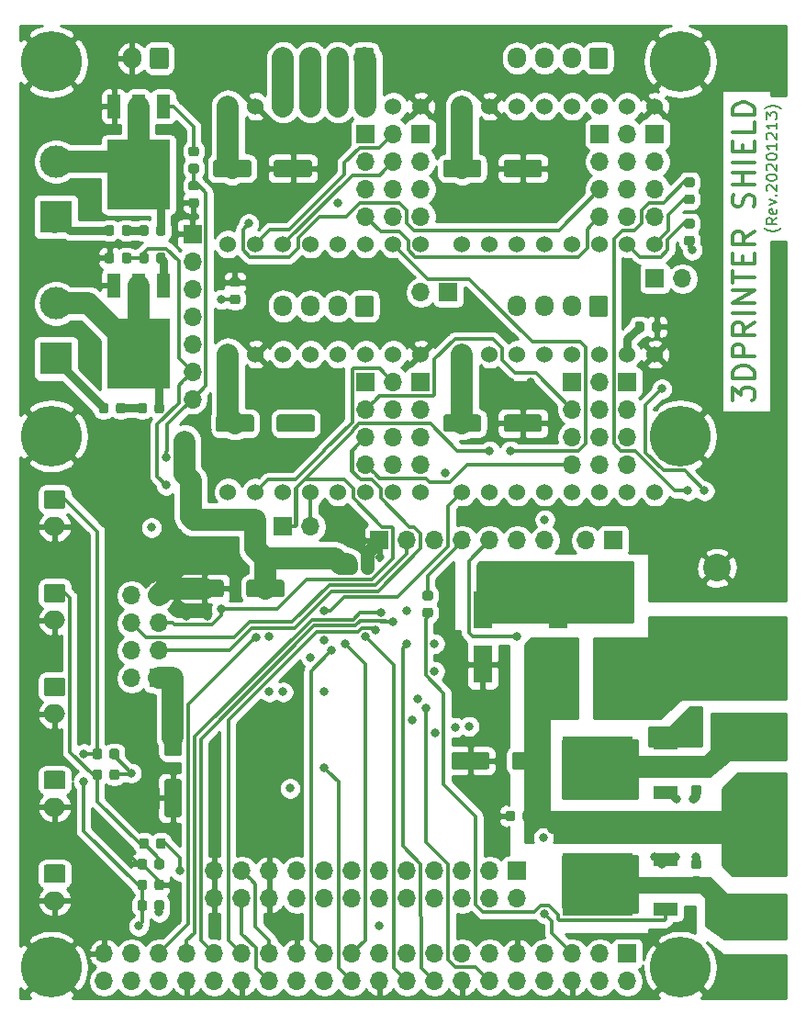
<source format=gbr>
G04 #@! TF.GenerationSoftware,KiCad,Pcbnew,5.1.5+dfsg1-2build2*
G04 #@! TF.CreationDate,2020-12-13T22:45:39+09:00*
G04 #@! TF.ProjectId,Klipper,4b6c6970-7065-4722-9e6b-696361645f70,rev?*
G04 #@! TF.SameCoordinates,Original*
G04 #@! TF.FileFunction,Copper,L1,Top*
G04 #@! TF.FilePolarity,Positive*
%FSLAX46Y46*%
G04 Gerber Fmt 4.6, Leading zero omitted, Abs format (unit mm)*
G04 Created by KiCad (PCBNEW 5.1.5+dfsg1-2build2) date 2020-12-13 22:45:39*
%MOMM*%
%LPD*%
G04 APERTURE LIST*
%ADD10C,0.150000*%
%ADD11C,0.300000*%
%ADD12R,1.800000X3.500000*%
%ADD13O,1.700000X1.700000*%
%ADD14R,1.700000X1.700000*%
%ADD15O,1.700000X2.000000*%
%ADD16C,0.100000*%
%ADD17R,5.800000X6.400000*%
%ADD18R,1.200000X2.200000*%
%ADD19R,6.400000X5.800000*%
%ADD20R,2.200000X1.200000*%
%ADD21C,2.010000*%
%ADD22C,2.540000*%
%ADD23R,2.540000X2.540000*%
%ADD24O,2.000000X1.700000*%
%ADD25O,1.700000X1.950000*%
%ADD26C,1.524000*%
%ADD27C,5.600000*%
%ADD28R,3.000000X3.000000*%
%ADD29C,3.000000*%
%ADD30C,0.800000*%
%ADD31C,0.304800*%
%ADD32C,1.270000*%
%ADD33C,2.032000*%
%ADD34C,0.762000*%
%ADD35C,0.254000*%
G04 APERTURE END LIST*
D10*
X38298333Y26410000D02*
X38250714Y26362380D01*
X38107857Y26267142D01*
X38012619Y26219523D01*
X37869761Y26171904D01*
X37631666Y26124285D01*
X37441190Y26124285D01*
X37203095Y26171904D01*
X37060238Y26219523D01*
X36965000Y26267142D01*
X36822142Y26362380D01*
X36774523Y26410000D01*
X37917380Y27362380D02*
X37441190Y27029047D01*
X37917380Y26790952D02*
X36917380Y26790952D01*
X36917380Y27171904D01*
X36965000Y27267142D01*
X37012619Y27314761D01*
X37107857Y27362380D01*
X37250714Y27362380D01*
X37345952Y27314761D01*
X37393571Y27267142D01*
X37441190Y27171904D01*
X37441190Y26790952D01*
X37869761Y28171904D02*
X37917380Y28076666D01*
X37917380Y27886190D01*
X37869761Y27790952D01*
X37774523Y27743333D01*
X37393571Y27743333D01*
X37298333Y27790952D01*
X37250714Y27886190D01*
X37250714Y28076666D01*
X37298333Y28171904D01*
X37393571Y28219523D01*
X37488809Y28219523D01*
X37584047Y27743333D01*
X37250714Y28552857D02*
X37917380Y28790952D01*
X37250714Y29029047D01*
X37822142Y29410000D02*
X37869761Y29457619D01*
X37917380Y29410000D01*
X37869761Y29362380D01*
X37822142Y29410000D01*
X37917380Y29410000D01*
X37012619Y29838571D02*
X36965000Y29886190D01*
X36917380Y29981428D01*
X36917380Y30219523D01*
X36965000Y30314761D01*
X37012619Y30362380D01*
X37107857Y30410000D01*
X37203095Y30410000D01*
X37345952Y30362380D01*
X37917380Y29790952D01*
X37917380Y30410000D01*
X36917380Y31029047D02*
X36917380Y31124285D01*
X36965000Y31219523D01*
X37012619Y31267142D01*
X37107857Y31314761D01*
X37298333Y31362380D01*
X37536428Y31362380D01*
X37726904Y31314761D01*
X37822142Y31267142D01*
X37869761Y31219523D01*
X37917380Y31124285D01*
X37917380Y31029047D01*
X37869761Y30933809D01*
X37822142Y30886190D01*
X37726904Y30838571D01*
X37536428Y30790952D01*
X37298333Y30790952D01*
X37107857Y30838571D01*
X37012619Y30886190D01*
X36965000Y30933809D01*
X36917380Y31029047D01*
X37012619Y31743333D02*
X36965000Y31790952D01*
X36917380Y31886190D01*
X36917380Y32124285D01*
X36965000Y32219523D01*
X37012619Y32267142D01*
X37107857Y32314761D01*
X37203095Y32314761D01*
X37345952Y32267142D01*
X37917380Y31695714D01*
X37917380Y32314761D01*
X36917380Y32933809D02*
X36917380Y33029047D01*
X36965000Y33124285D01*
X37012619Y33171904D01*
X37107857Y33219523D01*
X37298333Y33267142D01*
X37536428Y33267142D01*
X37726904Y33219523D01*
X37822142Y33171904D01*
X37869761Y33124285D01*
X37917380Y33029047D01*
X37917380Y32933809D01*
X37869761Y32838571D01*
X37822142Y32790952D01*
X37726904Y32743333D01*
X37536428Y32695714D01*
X37298333Y32695714D01*
X37107857Y32743333D01*
X37012619Y32790952D01*
X36965000Y32838571D01*
X36917380Y32933809D01*
X37917380Y34219523D02*
X37917380Y33648095D01*
X37917380Y33933809D02*
X36917380Y33933809D01*
X37060238Y33838571D01*
X37155476Y33743333D01*
X37203095Y33648095D01*
X37012619Y34600476D02*
X36965000Y34648095D01*
X36917380Y34743333D01*
X36917380Y34981428D01*
X36965000Y35076666D01*
X37012619Y35124285D01*
X37107857Y35171904D01*
X37203095Y35171904D01*
X37345952Y35124285D01*
X37917380Y34552857D01*
X37917380Y35171904D01*
X37917380Y36124285D02*
X37917380Y35552857D01*
X37917380Y35838571D02*
X36917380Y35838571D01*
X37060238Y35743333D01*
X37155476Y35648095D01*
X37203095Y35552857D01*
X36917380Y36457619D02*
X36917380Y37076666D01*
X37298333Y36743333D01*
X37298333Y36886190D01*
X37345952Y36981428D01*
X37393571Y37029047D01*
X37488809Y37076666D01*
X37726904Y37076666D01*
X37822142Y37029047D01*
X37869761Y36981428D01*
X37917380Y36886190D01*
X37917380Y36600476D01*
X37869761Y36505238D01*
X37822142Y36457619D01*
X38298333Y37410000D02*
X38250714Y37457619D01*
X38107857Y37552857D01*
X38012619Y37600476D01*
X37869761Y37648095D01*
X37631666Y37695714D01*
X37441190Y37695714D01*
X37203095Y37648095D01*
X37060238Y37600476D01*
X36965000Y37552857D01*
X36822142Y37457619D01*
X36774523Y37410000D01*
D11*
X33829761Y10480476D02*
X33829761Y11718571D01*
X34591666Y11051904D01*
X34591666Y11337619D01*
X34686904Y11528095D01*
X34782142Y11623333D01*
X34972619Y11718571D01*
X35448809Y11718571D01*
X35639285Y11623333D01*
X35734523Y11528095D01*
X35829761Y11337619D01*
X35829761Y10766190D01*
X35734523Y10575714D01*
X35639285Y10480476D01*
X35829761Y12575714D02*
X33829761Y12575714D01*
X33829761Y13051904D01*
X33925000Y13337619D01*
X34115476Y13528095D01*
X34305952Y13623333D01*
X34686904Y13718571D01*
X34972619Y13718571D01*
X35353571Y13623333D01*
X35544047Y13528095D01*
X35734523Y13337619D01*
X35829761Y13051904D01*
X35829761Y12575714D01*
X35829761Y14575714D02*
X33829761Y14575714D01*
X33829761Y15337619D01*
X33925000Y15528095D01*
X34020238Y15623333D01*
X34210714Y15718571D01*
X34496428Y15718571D01*
X34686904Y15623333D01*
X34782142Y15528095D01*
X34877380Y15337619D01*
X34877380Y14575714D01*
X35829761Y17718571D02*
X34877380Y17051904D01*
X35829761Y16575714D02*
X33829761Y16575714D01*
X33829761Y17337619D01*
X33925000Y17528095D01*
X34020238Y17623333D01*
X34210714Y17718571D01*
X34496428Y17718571D01*
X34686904Y17623333D01*
X34782142Y17528095D01*
X34877380Y17337619D01*
X34877380Y16575714D01*
X35829761Y18575714D02*
X33829761Y18575714D01*
X35829761Y19528095D02*
X33829761Y19528095D01*
X35829761Y20670952D01*
X33829761Y20670952D01*
X33829761Y21337619D02*
X33829761Y22480476D01*
X35829761Y21909047D02*
X33829761Y21909047D01*
X34782142Y23147142D02*
X34782142Y23813809D01*
X35829761Y24099523D02*
X35829761Y23147142D01*
X33829761Y23147142D01*
X33829761Y24099523D01*
X35829761Y26099523D02*
X34877380Y25432857D01*
X35829761Y24956666D02*
X33829761Y24956666D01*
X33829761Y25718571D01*
X33925000Y25909047D01*
X34020238Y26004285D01*
X34210714Y26099523D01*
X34496428Y26099523D01*
X34686904Y26004285D01*
X34782142Y25909047D01*
X34877380Y25718571D01*
X34877380Y24956666D01*
X35734523Y28385238D02*
X35829761Y28670952D01*
X35829761Y29147142D01*
X35734523Y29337619D01*
X35639285Y29432857D01*
X35448809Y29528095D01*
X35258333Y29528095D01*
X35067857Y29432857D01*
X34972619Y29337619D01*
X34877380Y29147142D01*
X34782142Y28766190D01*
X34686904Y28575714D01*
X34591666Y28480476D01*
X34401190Y28385238D01*
X34210714Y28385238D01*
X34020238Y28480476D01*
X33925000Y28575714D01*
X33829761Y28766190D01*
X33829761Y29242380D01*
X33925000Y29528095D01*
X35829761Y30385238D02*
X33829761Y30385238D01*
X34782142Y30385238D02*
X34782142Y31528095D01*
X35829761Y31528095D02*
X33829761Y31528095D01*
X35829761Y32480476D02*
X33829761Y32480476D01*
X34782142Y33432857D02*
X34782142Y34099523D01*
X35829761Y34385238D02*
X35829761Y33432857D01*
X33829761Y33432857D01*
X33829761Y34385238D01*
X35829761Y36194761D02*
X35829761Y35242380D01*
X33829761Y35242380D01*
X35829761Y36861428D02*
X33829761Y36861428D01*
X33829761Y37337619D01*
X33925000Y37623333D01*
X34115476Y37813809D01*
X34305952Y37909047D01*
X34686904Y38004285D01*
X34972619Y38004285D01*
X35353571Y37909047D01*
X35544047Y37813809D01*
X35734523Y37623333D01*
X35829761Y37337619D01*
X35829761Y36861428D01*
D12*
X17780000Y-8770000D03*
X17780000Y-13770000D03*
X10795000Y-13815000D03*
X10795000Y-8815000D03*
D13*
X-21590000Y-7460000D03*
X-19050000Y-7460000D03*
X-21590000Y-10000000D03*
X-19050000Y-10000000D03*
X-21590000Y-12540000D03*
X-19050000Y-12540000D03*
X-21590000Y-15080000D03*
D14*
X-19050000Y-15080000D03*
D15*
X-21550000Y42070000D03*
G04 #@! TA.AperFunction,ComponentPad*
D16*
G36*
X-18425496Y43068796D02*
G01*
X-18401227Y43065196D01*
X-18377429Y43059235D01*
X-18354329Y43050970D01*
X-18332151Y43040480D01*
X-18311107Y43027867D01*
X-18291402Y43013253D01*
X-18273223Y42996777D01*
X-18256747Y42978598D01*
X-18242133Y42958893D01*
X-18229520Y42937849D01*
X-18219030Y42915671D01*
X-18210765Y42892571D01*
X-18204804Y42868773D01*
X-18201204Y42844504D01*
X-18200000Y42820000D01*
X-18200000Y41320000D01*
X-18201204Y41295496D01*
X-18204804Y41271227D01*
X-18210765Y41247429D01*
X-18219030Y41224329D01*
X-18229520Y41202151D01*
X-18242133Y41181107D01*
X-18256747Y41161402D01*
X-18273223Y41143223D01*
X-18291402Y41126747D01*
X-18311107Y41112133D01*
X-18332151Y41099520D01*
X-18354329Y41089030D01*
X-18377429Y41080765D01*
X-18401227Y41074804D01*
X-18425496Y41071204D01*
X-18450000Y41070000D01*
X-19650000Y41070000D01*
X-19674504Y41071204D01*
X-19698773Y41074804D01*
X-19722571Y41080765D01*
X-19745671Y41089030D01*
X-19767849Y41099520D01*
X-19788893Y41112133D01*
X-19808598Y41126747D01*
X-19826777Y41143223D01*
X-19843253Y41161402D01*
X-19857867Y41181107D01*
X-19870480Y41202151D01*
X-19880970Y41224329D01*
X-19889235Y41247429D01*
X-19895196Y41271227D01*
X-19898796Y41295496D01*
X-19900000Y41320000D01*
X-19900000Y42820000D01*
X-19898796Y42844504D01*
X-19895196Y42868773D01*
X-19889235Y42892571D01*
X-19880970Y42915671D01*
X-19870480Y42937849D01*
X-19857867Y42958893D01*
X-19843253Y42978598D01*
X-19826777Y42996777D01*
X-19808598Y43013253D01*
X-19788893Y43027867D01*
X-19767849Y43040480D01*
X-19745671Y43050970D01*
X-19722571Y43059235D01*
X-19698773Y43065196D01*
X-19674504Y43068796D01*
X-19650000Y43070000D01*
X-18450000Y43070000D01*
X-18425496Y43068796D01*
G37*
G04 #@! TD.AperFunction*
G04 #@! TA.AperFunction,SMDPad,CuDef*
G36*
X-20232309Y-29846053D02*
G01*
X-20211074Y-29849203D01*
X-20190250Y-29854419D01*
X-20170038Y-29861651D01*
X-20150632Y-29870830D01*
X-20132219Y-29881866D01*
X-20114976Y-29894654D01*
X-20099070Y-29909070D01*
X-20084654Y-29924976D01*
X-20071866Y-29942219D01*
X-20060830Y-29960632D01*
X-20051651Y-29980038D01*
X-20044419Y-30000250D01*
X-20039203Y-30021074D01*
X-20036053Y-30042309D01*
X-20035000Y-30063750D01*
X-20035000Y-30576250D01*
X-20036053Y-30597691D01*
X-20039203Y-30618926D01*
X-20044419Y-30639750D01*
X-20051651Y-30659962D01*
X-20060830Y-30679368D01*
X-20071866Y-30697781D01*
X-20084654Y-30715024D01*
X-20099070Y-30730930D01*
X-20114976Y-30745346D01*
X-20132219Y-30758134D01*
X-20150632Y-30769170D01*
X-20170038Y-30778349D01*
X-20190250Y-30785581D01*
X-20211074Y-30790797D01*
X-20232309Y-30793947D01*
X-20253750Y-30795000D01*
X-20691250Y-30795000D01*
X-20712691Y-30793947D01*
X-20733926Y-30790797D01*
X-20754750Y-30785581D01*
X-20774962Y-30778349D01*
X-20794368Y-30769170D01*
X-20812781Y-30758134D01*
X-20830024Y-30745346D01*
X-20845930Y-30730930D01*
X-20860346Y-30715024D01*
X-20873134Y-30697781D01*
X-20884170Y-30679368D01*
X-20893349Y-30659962D01*
X-20900581Y-30639750D01*
X-20905797Y-30618926D01*
X-20908947Y-30597691D01*
X-20910000Y-30576250D01*
X-20910000Y-30063750D01*
X-20908947Y-30042309D01*
X-20905797Y-30021074D01*
X-20900581Y-30000250D01*
X-20893349Y-29980038D01*
X-20884170Y-29960632D01*
X-20873134Y-29942219D01*
X-20860346Y-29924976D01*
X-20845930Y-29909070D01*
X-20830024Y-29894654D01*
X-20812781Y-29881866D01*
X-20794368Y-29870830D01*
X-20774962Y-29861651D01*
X-20754750Y-29854419D01*
X-20733926Y-29849203D01*
X-20712691Y-29846053D01*
X-20691250Y-29845000D01*
X-20253750Y-29845000D01*
X-20232309Y-29846053D01*
G37*
G04 #@! TD.AperFunction*
G04 #@! TA.AperFunction,SMDPad,CuDef*
G36*
X-18657309Y-29846053D02*
G01*
X-18636074Y-29849203D01*
X-18615250Y-29854419D01*
X-18595038Y-29861651D01*
X-18575632Y-29870830D01*
X-18557219Y-29881866D01*
X-18539976Y-29894654D01*
X-18524070Y-29909070D01*
X-18509654Y-29924976D01*
X-18496866Y-29942219D01*
X-18485830Y-29960632D01*
X-18476651Y-29980038D01*
X-18469419Y-30000250D01*
X-18464203Y-30021074D01*
X-18461053Y-30042309D01*
X-18460000Y-30063750D01*
X-18460000Y-30576250D01*
X-18461053Y-30597691D01*
X-18464203Y-30618926D01*
X-18469419Y-30639750D01*
X-18476651Y-30659962D01*
X-18485830Y-30679368D01*
X-18496866Y-30697781D01*
X-18509654Y-30715024D01*
X-18524070Y-30730930D01*
X-18539976Y-30745346D01*
X-18557219Y-30758134D01*
X-18575632Y-30769170D01*
X-18595038Y-30778349D01*
X-18615250Y-30785581D01*
X-18636074Y-30790797D01*
X-18657309Y-30793947D01*
X-18678750Y-30795000D01*
X-19116250Y-30795000D01*
X-19137691Y-30793947D01*
X-19158926Y-30790797D01*
X-19179750Y-30785581D01*
X-19199962Y-30778349D01*
X-19219368Y-30769170D01*
X-19237781Y-30758134D01*
X-19255024Y-30745346D01*
X-19270930Y-30730930D01*
X-19285346Y-30715024D01*
X-19298134Y-30697781D01*
X-19309170Y-30679368D01*
X-19318349Y-30659962D01*
X-19325581Y-30639750D01*
X-19330797Y-30618926D01*
X-19333947Y-30597691D01*
X-19335000Y-30576250D01*
X-19335000Y-30063750D01*
X-19333947Y-30042309D01*
X-19330797Y-30021074D01*
X-19325581Y-30000250D01*
X-19318349Y-29980038D01*
X-19309170Y-29960632D01*
X-19298134Y-29942219D01*
X-19285346Y-29924976D01*
X-19270930Y-29909070D01*
X-19255024Y-29894654D01*
X-19237781Y-29881866D01*
X-19219368Y-29870830D01*
X-19199962Y-29861651D01*
X-19179750Y-29854419D01*
X-19158926Y-29849203D01*
X-19137691Y-29846053D01*
X-19116250Y-29845000D01*
X-18678750Y-29845000D01*
X-18657309Y-29846053D01*
G37*
G04 #@! TD.AperFunction*
G04 #@! TA.AperFunction,SMDPad,CuDef*
G36*
X-20384809Y-35561053D02*
G01*
X-20363574Y-35564203D01*
X-20342750Y-35569419D01*
X-20322538Y-35576651D01*
X-20303132Y-35585830D01*
X-20284719Y-35596866D01*
X-20267476Y-35609654D01*
X-20251570Y-35624070D01*
X-20237154Y-35639976D01*
X-20224366Y-35657219D01*
X-20213330Y-35675632D01*
X-20204151Y-35695038D01*
X-20196919Y-35715250D01*
X-20191703Y-35736074D01*
X-20188553Y-35757309D01*
X-20187500Y-35778750D01*
X-20187500Y-36291250D01*
X-20188553Y-36312691D01*
X-20191703Y-36333926D01*
X-20196919Y-36354750D01*
X-20204151Y-36374962D01*
X-20213330Y-36394368D01*
X-20224366Y-36412781D01*
X-20237154Y-36430024D01*
X-20251570Y-36445930D01*
X-20267476Y-36460346D01*
X-20284719Y-36473134D01*
X-20303132Y-36484170D01*
X-20322538Y-36493349D01*
X-20342750Y-36500581D01*
X-20363574Y-36505797D01*
X-20384809Y-36508947D01*
X-20406250Y-36510000D01*
X-20843750Y-36510000D01*
X-20865191Y-36508947D01*
X-20886426Y-36505797D01*
X-20907250Y-36500581D01*
X-20927462Y-36493349D01*
X-20946868Y-36484170D01*
X-20965281Y-36473134D01*
X-20982524Y-36460346D01*
X-20998430Y-36445930D01*
X-21012846Y-36430024D01*
X-21025634Y-36412781D01*
X-21036670Y-36394368D01*
X-21045849Y-36374962D01*
X-21053081Y-36354750D01*
X-21058297Y-36333926D01*
X-21061447Y-36312691D01*
X-21062500Y-36291250D01*
X-21062500Y-35778750D01*
X-21061447Y-35757309D01*
X-21058297Y-35736074D01*
X-21053081Y-35715250D01*
X-21045849Y-35695038D01*
X-21036670Y-35675632D01*
X-21025634Y-35657219D01*
X-21012846Y-35639976D01*
X-20998430Y-35624070D01*
X-20982524Y-35609654D01*
X-20965281Y-35596866D01*
X-20946868Y-35585830D01*
X-20927462Y-35576651D01*
X-20907250Y-35569419D01*
X-20886426Y-35564203D01*
X-20865191Y-35561053D01*
X-20843750Y-35560000D01*
X-20406250Y-35560000D01*
X-20384809Y-35561053D01*
G37*
G04 #@! TD.AperFunction*
G04 #@! TA.AperFunction,SMDPad,CuDef*
G36*
X-18809809Y-35561053D02*
G01*
X-18788574Y-35564203D01*
X-18767750Y-35569419D01*
X-18747538Y-35576651D01*
X-18728132Y-35585830D01*
X-18709719Y-35596866D01*
X-18692476Y-35609654D01*
X-18676570Y-35624070D01*
X-18662154Y-35639976D01*
X-18649366Y-35657219D01*
X-18638330Y-35675632D01*
X-18629151Y-35695038D01*
X-18621919Y-35715250D01*
X-18616703Y-35736074D01*
X-18613553Y-35757309D01*
X-18612500Y-35778750D01*
X-18612500Y-36291250D01*
X-18613553Y-36312691D01*
X-18616703Y-36333926D01*
X-18621919Y-36354750D01*
X-18629151Y-36374962D01*
X-18638330Y-36394368D01*
X-18649366Y-36412781D01*
X-18662154Y-36430024D01*
X-18676570Y-36445930D01*
X-18692476Y-36460346D01*
X-18709719Y-36473134D01*
X-18728132Y-36484170D01*
X-18747538Y-36493349D01*
X-18767750Y-36500581D01*
X-18788574Y-36505797D01*
X-18809809Y-36508947D01*
X-18831250Y-36510000D01*
X-19268750Y-36510000D01*
X-19290191Y-36508947D01*
X-19311426Y-36505797D01*
X-19332250Y-36500581D01*
X-19352462Y-36493349D01*
X-19371868Y-36484170D01*
X-19390281Y-36473134D01*
X-19407524Y-36460346D01*
X-19423430Y-36445930D01*
X-19437846Y-36430024D01*
X-19450634Y-36412781D01*
X-19461670Y-36394368D01*
X-19470849Y-36374962D01*
X-19478081Y-36354750D01*
X-19483297Y-36333926D01*
X-19486447Y-36312691D01*
X-19487500Y-36291250D01*
X-19487500Y-35778750D01*
X-19486447Y-35757309D01*
X-19483297Y-35736074D01*
X-19478081Y-35715250D01*
X-19470849Y-35695038D01*
X-19461670Y-35675632D01*
X-19450634Y-35657219D01*
X-19437846Y-35639976D01*
X-19423430Y-35624070D01*
X-19407524Y-35609654D01*
X-19390281Y-35596866D01*
X-19371868Y-35585830D01*
X-19352462Y-35576651D01*
X-19332250Y-35569419D01*
X-19311426Y-35564203D01*
X-19290191Y-35561053D01*
X-19268750Y-35560000D01*
X-18831250Y-35560000D01*
X-18809809Y-35561053D01*
G37*
G04 #@! TD.AperFunction*
G04 #@! TA.AperFunction,SMDPad,CuDef*
G36*
X11164504Y-21901204D02*
G01*
X11188773Y-21904804D01*
X11212571Y-21910765D01*
X11235671Y-21919030D01*
X11257849Y-21929520D01*
X11278893Y-21942133D01*
X11298598Y-21956747D01*
X11316777Y-21973223D01*
X11333253Y-21991402D01*
X11347867Y-22011107D01*
X11360480Y-22032151D01*
X11370970Y-22054329D01*
X11379235Y-22077429D01*
X11385196Y-22101227D01*
X11388796Y-22125496D01*
X11390000Y-22150000D01*
X11390000Y-23250000D01*
X11388796Y-23274504D01*
X11385196Y-23298773D01*
X11379235Y-23322571D01*
X11370970Y-23345671D01*
X11360480Y-23367849D01*
X11347867Y-23388893D01*
X11333253Y-23408598D01*
X11316777Y-23426777D01*
X11298598Y-23443253D01*
X11278893Y-23457867D01*
X11257849Y-23470480D01*
X11235671Y-23480970D01*
X11212571Y-23489235D01*
X11188773Y-23495196D01*
X11164504Y-23498796D01*
X11140000Y-23500000D01*
X8140000Y-23500000D01*
X8115496Y-23498796D01*
X8091227Y-23495196D01*
X8067429Y-23489235D01*
X8044329Y-23480970D01*
X8022151Y-23470480D01*
X8001107Y-23457867D01*
X7981402Y-23443253D01*
X7963223Y-23426777D01*
X7946747Y-23408598D01*
X7932133Y-23388893D01*
X7919520Y-23367849D01*
X7909030Y-23345671D01*
X7900765Y-23322571D01*
X7894804Y-23298773D01*
X7891204Y-23274504D01*
X7890000Y-23250000D01*
X7890000Y-22150000D01*
X7891204Y-22125496D01*
X7894804Y-22101227D01*
X7900765Y-22077429D01*
X7909030Y-22054329D01*
X7919520Y-22032151D01*
X7932133Y-22011107D01*
X7946747Y-21991402D01*
X7963223Y-21973223D01*
X7981402Y-21956747D01*
X8001107Y-21942133D01*
X8022151Y-21929520D01*
X8044329Y-21919030D01*
X8067429Y-21910765D01*
X8091227Y-21904804D01*
X8115496Y-21901204D01*
X8140000Y-21900000D01*
X11140000Y-21900000D01*
X11164504Y-21901204D01*
G37*
G04 #@! TD.AperFunction*
G04 #@! TA.AperFunction,SMDPad,CuDef*
G36*
X16764504Y-21901204D02*
G01*
X16788773Y-21904804D01*
X16812571Y-21910765D01*
X16835671Y-21919030D01*
X16857849Y-21929520D01*
X16878893Y-21942133D01*
X16898598Y-21956747D01*
X16916777Y-21973223D01*
X16933253Y-21991402D01*
X16947867Y-22011107D01*
X16960480Y-22032151D01*
X16970970Y-22054329D01*
X16979235Y-22077429D01*
X16985196Y-22101227D01*
X16988796Y-22125496D01*
X16990000Y-22150000D01*
X16990000Y-23250000D01*
X16988796Y-23274504D01*
X16985196Y-23298773D01*
X16979235Y-23322571D01*
X16970970Y-23345671D01*
X16960480Y-23367849D01*
X16947867Y-23388893D01*
X16933253Y-23408598D01*
X16916777Y-23426777D01*
X16898598Y-23443253D01*
X16878893Y-23457867D01*
X16857849Y-23470480D01*
X16835671Y-23480970D01*
X16812571Y-23489235D01*
X16788773Y-23495196D01*
X16764504Y-23498796D01*
X16740000Y-23500000D01*
X13740000Y-23500000D01*
X13715496Y-23498796D01*
X13691227Y-23495196D01*
X13667429Y-23489235D01*
X13644329Y-23480970D01*
X13622151Y-23470480D01*
X13601107Y-23457867D01*
X13581402Y-23443253D01*
X13563223Y-23426777D01*
X13546747Y-23408598D01*
X13532133Y-23388893D01*
X13519520Y-23367849D01*
X13509030Y-23345671D01*
X13500765Y-23322571D01*
X13494804Y-23298773D01*
X13491204Y-23274504D01*
X13490000Y-23250000D01*
X13490000Y-22150000D01*
X13491204Y-22125496D01*
X13494804Y-22101227D01*
X13500765Y-22077429D01*
X13509030Y-22054329D01*
X13519520Y-22032151D01*
X13532133Y-22011107D01*
X13546747Y-21991402D01*
X13563223Y-21973223D01*
X13581402Y-21956747D01*
X13601107Y-21942133D01*
X13622151Y-21929520D01*
X13644329Y-21919030D01*
X13667429Y-21910765D01*
X13691227Y-21904804D01*
X13715496Y-21901204D01*
X13740000Y-21900000D01*
X16740000Y-21900000D01*
X16764504Y-21901204D01*
G37*
G04 #@! TD.AperFunction*
G04 #@! TA.AperFunction,SMDPad,CuDef*
G36*
X30757691Y-24956053D02*
G01*
X30778926Y-24959203D01*
X30799750Y-24964419D01*
X30819962Y-24971651D01*
X30839368Y-24980830D01*
X30857781Y-24991866D01*
X30875024Y-25004654D01*
X30890930Y-25019070D01*
X30905346Y-25034976D01*
X30918134Y-25052219D01*
X30929170Y-25070632D01*
X30938349Y-25090038D01*
X30945581Y-25110250D01*
X30950797Y-25131074D01*
X30953947Y-25152309D01*
X30955000Y-25173750D01*
X30955000Y-25611250D01*
X30953947Y-25632691D01*
X30950797Y-25653926D01*
X30945581Y-25674750D01*
X30938349Y-25694962D01*
X30929170Y-25714368D01*
X30918134Y-25732781D01*
X30905346Y-25750024D01*
X30890930Y-25765930D01*
X30875024Y-25780346D01*
X30857781Y-25793134D01*
X30839368Y-25804170D01*
X30819962Y-25813349D01*
X30799750Y-25820581D01*
X30778926Y-25825797D01*
X30757691Y-25828947D01*
X30736250Y-25830000D01*
X30223750Y-25830000D01*
X30202309Y-25828947D01*
X30181074Y-25825797D01*
X30160250Y-25820581D01*
X30140038Y-25813349D01*
X30120632Y-25804170D01*
X30102219Y-25793134D01*
X30084976Y-25780346D01*
X30069070Y-25765930D01*
X30054654Y-25750024D01*
X30041866Y-25732781D01*
X30030830Y-25714368D01*
X30021651Y-25694962D01*
X30014419Y-25674750D01*
X30009203Y-25653926D01*
X30006053Y-25632691D01*
X30005000Y-25611250D01*
X30005000Y-25173750D01*
X30006053Y-25152309D01*
X30009203Y-25131074D01*
X30014419Y-25110250D01*
X30021651Y-25090038D01*
X30030830Y-25070632D01*
X30041866Y-25052219D01*
X30054654Y-25034976D01*
X30069070Y-25019070D01*
X30084976Y-25004654D01*
X30102219Y-24991866D01*
X30120632Y-24980830D01*
X30140038Y-24971651D01*
X30160250Y-24964419D01*
X30181074Y-24959203D01*
X30202309Y-24956053D01*
X30223750Y-24955000D01*
X30736250Y-24955000D01*
X30757691Y-24956053D01*
G37*
G04 #@! TD.AperFunction*
G04 #@! TA.AperFunction,SMDPad,CuDef*
G36*
X30757691Y-23381053D02*
G01*
X30778926Y-23384203D01*
X30799750Y-23389419D01*
X30819962Y-23396651D01*
X30839368Y-23405830D01*
X30857781Y-23416866D01*
X30875024Y-23429654D01*
X30890930Y-23444070D01*
X30905346Y-23459976D01*
X30918134Y-23477219D01*
X30929170Y-23495632D01*
X30938349Y-23515038D01*
X30945581Y-23535250D01*
X30950797Y-23556074D01*
X30953947Y-23577309D01*
X30955000Y-23598750D01*
X30955000Y-24036250D01*
X30953947Y-24057691D01*
X30950797Y-24078926D01*
X30945581Y-24099750D01*
X30938349Y-24119962D01*
X30929170Y-24139368D01*
X30918134Y-24157781D01*
X30905346Y-24175024D01*
X30890930Y-24190930D01*
X30875024Y-24205346D01*
X30857781Y-24218134D01*
X30839368Y-24229170D01*
X30819962Y-24238349D01*
X30799750Y-24245581D01*
X30778926Y-24250797D01*
X30757691Y-24253947D01*
X30736250Y-24255000D01*
X30223750Y-24255000D01*
X30202309Y-24253947D01*
X30181074Y-24250797D01*
X30160250Y-24245581D01*
X30140038Y-24238349D01*
X30120632Y-24229170D01*
X30102219Y-24218134D01*
X30084976Y-24205346D01*
X30069070Y-24190930D01*
X30054654Y-24175024D01*
X30041866Y-24157781D01*
X30030830Y-24139368D01*
X30021651Y-24119962D01*
X30014419Y-24099750D01*
X30009203Y-24078926D01*
X30006053Y-24057691D01*
X30005000Y-24036250D01*
X30005000Y-23598750D01*
X30006053Y-23577309D01*
X30009203Y-23556074D01*
X30014419Y-23535250D01*
X30021651Y-23515038D01*
X30030830Y-23495632D01*
X30041866Y-23477219D01*
X30054654Y-23459976D01*
X30069070Y-23444070D01*
X30084976Y-23429654D01*
X30102219Y-23416866D01*
X30120632Y-23405830D01*
X30140038Y-23396651D01*
X30160250Y-23389419D01*
X30181074Y-23384203D01*
X30202309Y-23381053D01*
X30223750Y-23380000D01*
X30736250Y-23380000D01*
X30757691Y-23381053D01*
G37*
G04 #@! TD.AperFunction*
G04 #@! TA.AperFunction,SMDPad,CuDef*
G36*
X30757691Y-31788553D02*
G01*
X30778926Y-31791703D01*
X30799750Y-31796919D01*
X30819962Y-31804151D01*
X30839368Y-31813330D01*
X30857781Y-31824366D01*
X30875024Y-31837154D01*
X30890930Y-31851570D01*
X30905346Y-31867476D01*
X30918134Y-31884719D01*
X30929170Y-31903132D01*
X30938349Y-31922538D01*
X30945581Y-31942750D01*
X30950797Y-31963574D01*
X30953947Y-31984809D01*
X30955000Y-32006250D01*
X30955000Y-32443750D01*
X30953947Y-32465191D01*
X30950797Y-32486426D01*
X30945581Y-32507250D01*
X30938349Y-32527462D01*
X30929170Y-32546868D01*
X30918134Y-32565281D01*
X30905346Y-32582524D01*
X30890930Y-32598430D01*
X30875024Y-32612846D01*
X30857781Y-32625634D01*
X30839368Y-32636670D01*
X30819962Y-32645849D01*
X30799750Y-32653081D01*
X30778926Y-32658297D01*
X30757691Y-32661447D01*
X30736250Y-32662500D01*
X30223750Y-32662500D01*
X30202309Y-32661447D01*
X30181074Y-32658297D01*
X30160250Y-32653081D01*
X30140038Y-32645849D01*
X30120632Y-32636670D01*
X30102219Y-32625634D01*
X30084976Y-32612846D01*
X30069070Y-32598430D01*
X30054654Y-32582524D01*
X30041866Y-32565281D01*
X30030830Y-32546868D01*
X30021651Y-32527462D01*
X30014419Y-32507250D01*
X30009203Y-32486426D01*
X30006053Y-32465191D01*
X30005000Y-32443750D01*
X30005000Y-32006250D01*
X30006053Y-31984809D01*
X30009203Y-31963574D01*
X30014419Y-31942750D01*
X30021651Y-31922538D01*
X30030830Y-31903132D01*
X30041866Y-31884719D01*
X30054654Y-31867476D01*
X30069070Y-31851570D01*
X30084976Y-31837154D01*
X30102219Y-31824366D01*
X30120632Y-31813330D01*
X30140038Y-31804151D01*
X30160250Y-31796919D01*
X30181074Y-31791703D01*
X30202309Y-31788553D01*
X30223750Y-31787500D01*
X30736250Y-31787500D01*
X30757691Y-31788553D01*
G37*
G04 #@! TD.AperFunction*
G04 #@! TA.AperFunction,SMDPad,CuDef*
G36*
X30757691Y-33363553D02*
G01*
X30778926Y-33366703D01*
X30799750Y-33371919D01*
X30819962Y-33379151D01*
X30839368Y-33388330D01*
X30857781Y-33399366D01*
X30875024Y-33412154D01*
X30890930Y-33426570D01*
X30905346Y-33442476D01*
X30918134Y-33459719D01*
X30929170Y-33478132D01*
X30938349Y-33497538D01*
X30945581Y-33517750D01*
X30950797Y-33538574D01*
X30953947Y-33559809D01*
X30955000Y-33581250D01*
X30955000Y-34018750D01*
X30953947Y-34040191D01*
X30950797Y-34061426D01*
X30945581Y-34082250D01*
X30938349Y-34102462D01*
X30929170Y-34121868D01*
X30918134Y-34140281D01*
X30905346Y-34157524D01*
X30890930Y-34173430D01*
X30875024Y-34187846D01*
X30857781Y-34200634D01*
X30839368Y-34211670D01*
X30819962Y-34220849D01*
X30799750Y-34228081D01*
X30778926Y-34233297D01*
X30757691Y-34236447D01*
X30736250Y-34237500D01*
X30223750Y-34237500D01*
X30202309Y-34236447D01*
X30181074Y-34233297D01*
X30160250Y-34228081D01*
X30140038Y-34220849D01*
X30120632Y-34211670D01*
X30102219Y-34200634D01*
X30084976Y-34187846D01*
X30069070Y-34173430D01*
X30054654Y-34157524D01*
X30041866Y-34140281D01*
X30030830Y-34121868D01*
X30021651Y-34102462D01*
X30014419Y-34082250D01*
X30009203Y-34061426D01*
X30006053Y-34040191D01*
X30005000Y-34018750D01*
X30005000Y-33581250D01*
X30006053Y-33559809D01*
X30009203Y-33538574D01*
X30014419Y-33517750D01*
X30021651Y-33497538D01*
X30030830Y-33478132D01*
X30041866Y-33459719D01*
X30054654Y-33442476D01*
X30069070Y-33426570D01*
X30084976Y-33412154D01*
X30102219Y-33399366D01*
X30120632Y-33388330D01*
X30140038Y-33379151D01*
X30160250Y-33371919D01*
X30181074Y-33366703D01*
X30202309Y-33363553D01*
X30223750Y-33362500D01*
X30736250Y-33362500D01*
X30757691Y-33363553D01*
G37*
G04 #@! TD.AperFunction*
D17*
X-20955000Y31325000D03*
D18*
X-23235000Y37625000D03*
X-20955000Y37625000D03*
X-18675000Y37625000D03*
D19*
X21386000Y-23335000D03*
D20*
X27686000Y-21055000D03*
X27686000Y-23335000D03*
X27686000Y-25615000D03*
D17*
X-20955000Y14815000D03*
D18*
X-23235000Y21115000D03*
X-20955000Y21115000D03*
X-18675000Y21115000D03*
D19*
X21386000Y-34130000D03*
D20*
X27686000Y-31850000D03*
X27686000Y-34130000D03*
X27686000Y-36410000D03*
D21*
X22295000Y-16390000D03*
X23495000Y-6190000D03*
D22*
X32385000Y-4920000D03*
D23*
X32385000Y-12540000D03*
G04 #@! TA.AperFunction,SMDPad,CuDef*
D16*
G36*
X5992691Y-7023553D02*
G01*
X6013926Y-7026703D01*
X6034750Y-7031919D01*
X6054962Y-7039151D01*
X6074368Y-7048330D01*
X6092781Y-7059366D01*
X6110024Y-7072154D01*
X6125930Y-7086570D01*
X6140346Y-7102476D01*
X6153134Y-7119719D01*
X6164170Y-7138132D01*
X6173349Y-7157538D01*
X6180581Y-7177750D01*
X6185797Y-7198574D01*
X6188947Y-7219809D01*
X6190000Y-7241250D01*
X6190000Y-7678750D01*
X6188947Y-7700191D01*
X6185797Y-7721426D01*
X6180581Y-7742250D01*
X6173349Y-7762462D01*
X6164170Y-7781868D01*
X6153134Y-7800281D01*
X6140346Y-7817524D01*
X6125930Y-7833430D01*
X6110024Y-7847846D01*
X6092781Y-7860634D01*
X6074368Y-7871670D01*
X6054962Y-7880849D01*
X6034750Y-7888081D01*
X6013926Y-7893297D01*
X5992691Y-7896447D01*
X5971250Y-7897500D01*
X5458750Y-7897500D01*
X5437309Y-7896447D01*
X5416074Y-7893297D01*
X5395250Y-7888081D01*
X5375038Y-7880849D01*
X5355632Y-7871670D01*
X5337219Y-7860634D01*
X5319976Y-7847846D01*
X5304070Y-7833430D01*
X5289654Y-7817524D01*
X5276866Y-7800281D01*
X5265830Y-7781868D01*
X5256651Y-7762462D01*
X5249419Y-7742250D01*
X5244203Y-7721426D01*
X5241053Y-7700191D01*
X5240000Y-7678750D01*
X5240000Y-7241250D01*
X5241053Y-7219809D01*
X5244203Y-7198574D01*
X5249419Y-7177750D01*
X5256651Y-7157538D01*
X5265830Y-7138132D01*
X5276866Y-7119719D01*
X5289654Y-7102476D01*
X5304070Y-7086570D01*
X5319976Y-7072154D01*
X5337219Y-7059366D01*
X5355632Y-7048330D01*
X5375038Y-7039151D01*
X5395250Y-7031919D01*
X5416074Y-7026703D01*
X5437309Y-7023553D01*
X5458750Y-7022500D01*
X5971250Y-7022500D01*
X5992691Y-7023553D01*
G37*
G04 #@! TD.AperFunction*
G04 #@! TA.AperFunction,SMDPad,CuDef*
G36*
X5992691Y-8598553D02*
G01*
X6013926Y-8601703D01*
X6034750Y-8606919D01*
X6054962Y-8614151D01*
X6074368Y-8623330D01*
X6092781Y-8634366D01*
X6110024Y-8647154D01*
X6125930Y-8661570D01*
X6140346Y-8677476D01*
X6153134Y-8694719D01*
X6164170Y-8713132D01*
X6173349Y-8732538D01*
X6180581Y-8752750D01*
X6185797Y-8773574D01*
X6188947Y-8794809D01*
X6190000Y-8816250D01*
X6190000Y-9253750D01*
X6188947Y-9275191D01*
X6185797Y-9296426D01*
X6180581Y-9317250D01*
X6173349Y-9337462D01*
X6164170Y-9356868D01*
X6153134Y-9375281D01*
X6140346Y-9392524D01*
X6125930Y-9408430D01*
X6110024Y-9422846D01*
X6092781Y-9435634D01*
X6074368Y-9446670D01*
X6054962Y-9455849D01*
X6034750Y-9463081D01*
X6013926Y-9468297D01*
X5992691Y-9471447D01*
X5971250Y-9472500D01*
X5458750Y-9472500D01*
X5437309Y-9471447D01*
X5416074Y-9468297D01*
X5395250Y-9463081D01*
X5375038Y-9455849D01*
X5355632Y-9446670D01*
X5337219Y-9435634D01*
X5319976Y-9422846D01*
X5304070Y-9408430D01*
X5289654Y-9392524D01*
X5276866Y-9375281D01*
X5265830Y-9356868D01*
X5256651Y-9337462D01*
X5249419Y-9317250D01*
X5244203Y-9296426D01*
X5241053Y-9275191D01*
X5240000Y-9253750D01*
X5240000Y-8816250D01*
X5241053Y-8794809D01*
X5244203Y-8773574D01*
X5249419Y-8752750D01*
X5256651Y-8732538D01*
X5265830Y-8713132D01*
X5276866Y-8694719D01*
X5289654Y-8677476D01*
X5304070Y-8661570D01*
X5319976Y-8647154D01*
X5337219Y-8634366D01*
X5355632Y-8623330D01*
X5375038Y-8614151D01*
X5395250Y-8606919D01*
X5416074Y-8601703D01*
X5437309Y-8598553D01*
X5458750Y-8597500D01*
X5971250Y-8597500D01*
X5992691Y-8598553D01*
G37*
G04 #@! TD.AperFunction*
G04 #@! TA.AperFunction,SMDPad,CuDef*
G36*
X13575191Y-27306053D02*
G01*
X13596426Y-27309203D01*
X13617250Y-27314419D01*
X13637462Y-27321651D01*
X13656868Y-27330830D01*
X13675281Y-27341866D01*
X13692524Y-27354654D01*
X13708430Y-27369070D01*
X13722846Y-27384976D01*
X13735634Y-27402219D01*
X13746670Y-27420632D01*
X13755849Y-27440038D01*
X13763081Y-27460250D01*
X13768297Y-27481074D01*
X13771447Y-27502309D01*
X13772500Y-27523750D01*
X13772500Y-28036250D01*
X13771447Y-28057691D01*
X13768297Y-28078926D01*
X13763081Y-28099750D01*
X13755849Y-28119962D01*
X13746670Y-28139368D01*
X13735634Y-28157781D01*
X13722846Y-28175024D01*
X13708430Y-28190930D01*
X13692524Y-28205346D01*
X13675281Y-28218134D01*
X13656868Y-28229170D01*
X13637462Y-28238349D01*
X13617250Y-28245581D01*
X13596426Y-28250797D01*
X13575191Y-28253947D01*
X13553750Y-28255000D01*
X13116250Y-28255000D01*
X13094809Y-28253947D01*
X13073574Y-28250797D01*
X13052750Y-28245581D01*
X13032538Y-28238349D01*
X13013132Y-28229170D01*
X12994719Y-28218134D01*
X12977476Y-28205346D01*
X12961570Y-28190930D01*
X12947154Y-28175024D01*
X12934366Y-28157781D01*
X12923330Y-28139368D01*
X12914151Y-28119962D01*
X12906919Y-28099750D01*
X12901703Y-28078926D01*
X12898553Y-28057691D01*
X12897500Y-28036250D01*
X12897500Y-27523750D01*
X12898553Y-27502309D01*
X12901703Y-27481074D01*
X12906919Y-27460250D01*
X12914151Y-27440038D01*
X12923330Y-27420632D01*
X12934366Y-27402219D01*
X12947154Y-27384976D01*
X12961570Y-27369070D01*
X12977476Y-27354654D01*
X12994719Y-27341866D01*
X13013132Y-27330830D01*
X13032538Y-27321651D01*
X13052750Y-27314419D01*
X13073574Y-27309203D01*
X13094809Y-27306053D01*
X13116250Y-27305000D01*
X13553750Y-27305000D01*
X13575191Y-27306053D01*
G37*
G04 #@! TD.AperFunction*
G04 #@! TA.AperFunction,SMDPad,CuDef*
G36*
X15150191Y-27306053D02*
G01*
X15171426Y-27309203D01*
X15192250Y-27314419D01*
X15212462Y-27321651D01*
X15231868Y-27330830D01*
X15250281Y-27341866D01*
X15267524Y-27354654D01*
X15283430Y-27369070D01*
X15297846Y-27384976D01*
X15310634Y-27402219D01*
X15321670Y-27420632D01*
X15330849Y-27440038D01*
X15338081Y-27460250D01*
X15343297Y-27481074D01*
X15346447Y-27502309D01*
X15347500Y-27523750D01*
X15347500Y-28036250D01*
X15346447Y-28057691D01*
X15343297Y-28078926D01*
X15338081Y-28099750D01*
X15330849Y-28119962D01*
X15321670Y-28139368D01*
X15310634Y-28157781D01*
X15297846Y-28175024D01*
X15283430Y-28190930D01*
X15267524Y-28205346D01*
X15250281Y-28218134D01*
X15231868Y-28229170D01*
X15212462Y-28238349D01*
X15192250Y-28245581D01*
X15171426Y-28250797D01*
X15150191Y-28253947D01*
X15128750Y-28255000D01*
X14691250Y-28255000D01*
X14669809Y-28253947D01*
X14648574Y-28250797D01*
X14627750Y-28245581D01*
X14607538Y-28238349D01*
X14588132Y-28229170D01*
X14569719Y-28218134D01*
X14552476Y-28205346D01*
X14536570Y-28190930D01*
X14522154Y-28175024D01*
X14509366Y-28157781D01*
X14498330Y-28139368D01*
X14489151Y-28119962D01*
X14481919Y-28099750D01*
X14476703Y-28078926D01*
X14473553Y-28057691D01*
X14472500Y-28036250D01*
X14472500Y-27523750D01*
X14473553Y-27502309D01*
X14476703Y-27481074D01*
X14481919Y-27460250D01*
X14489151Y-27440038D01*
X14498330Y-27420632D01*
X14509366Y-27402219D01*
X14522154Y-27384976D01*
X14536570Y-27369070D01*
X14552476Y-27354654D01*
X14569719Y-27341866D01*
X14588132Y-27330830D01*
X14607538Y-27321651D01*
X14627750Y-27314419D01*
X14648574Y-27309203D01*
X14669809Y-27306053D01*
X14691250Y-27305000D01*
X15128750Y-27305000D01*
X15150191Y-27306053D01*
G37*
G04 #@! TD.AperFunction*
G04 #@! TA.AperFunction,SMDPad,CuDef*
G36*
X-20232309Y26668947D02*
G01*
X-20211074Y26665797D01*
X-20190250Y26660581D01*
X-20170038Y26653349D01*
X-20150632Y26644170D01*
X-20132219Y26633134D01*
X-20114976Y26620346D01*
X-20099070Y26605930D01*
X-20084654Y26590024D01*
X-20071866Y26572781D01*
X-20060830Y26554368D01*
X-20051651Y26534962D01*
X-20044419Y26514750D01*
X-20039203Y26493926D01*
X-20036053Y26472691D01*
X-20035000Y26451250D01*
X-20035000Y25938750D01*
X-20036053Y25917309D01*
X-20039203Y25896074D01*
X-20044419Y25875250D01*
X-20051651Y25855038D01*
X-20060830Y25835632D01*
X-20071866Y25817219D01*
X-20084654Y25799976D01*
X-20099070Y25784070D01*
X-20114976Y25769654D01*
X-20132219Y25756866D01*
X-20150632Y25745830D01*
X-20170038Y25736651D01*
X-20190250Y25729419D01*
X-20211074Y25724203D01*
X-20232309Y25721053D01*
X-20253750Y25720000D01*
X-20691250Y25720000D01*
X-20712691Y25721053D01*
X-20733926Y25724203D01*
X-20754750Y25729419D01*
X-20774962Y25736651D01*
X-20794368Y25745830D01*
X-20812781Y25756866D01*
X-20830024Y25769654D01*
X-20845930Y25784070D01*
X-20860346Y25799976D01*
X-20873134Y25817219D01*
X-20884170Y25835632D01*
X-20893349Y25855038D01*
X-20900581Y25875250D01*
X-20905797Y25896074D01*
X-20908947Y25917309D01*
X-20910000Y25938750D01*
X-20910000Y26451250D01*
X-20908947Y26472691D01*
X-20905797Y26493926D01*
X-20900581Y26514750D01*
X-20893349Y26534962D01*
X-20884170Y26554368D01*
X-20873134Y26572781D01*
X-20860346Y26590024D01*
X-20845930Y26605930D01*
X-20830024Y26620346D01*
X-20812781Y26633134D01*
X-20794368Y26644170D01*
X-20774962Y26653349D01*
X-20754750Y26660581D01*
X-20733926Y26665797D01*
X-20712691Y26668947D01*
X-20691250Y26670000D01*
X-20253750Y26670000D01*
X-20232309Y26668947D01*
G37*
G04 #@! TD.AperFunction*
G04 #@! TA.AperFunction,SMDPad,CuDef*
G36*
X-18657309Y26668947D02*
G01*
X-18636074Y26665797D01*
X-18615250Y26660581D01*
X-18595038Y26653349D01*
X-18575632Y26644170D01*
X-18557219Y26633134D01*
X-18539976Y26620346D01*
X-18524070Y26605930D01*
X-18509654Y26590024D01*
X-18496866Y26572781D01*
X-18485830Y26554368D01*
X-18476651Y26534962D01*
X-18469419Y26514750D01*
X-18464203Y26493926D01*
X-18461053Y26472691D01*
X-18460000Y26451250D01*
X-18460000Y25938750D01*
X-18461053Y25917309D01*
X-18464203Y25896074D01*
X-18469419Y25875250D01*
X-18476651Y25855038D01*
X-18485830Y25835632D01*
X-18496866Y25817219D01*
X-18509654Y25799976D01*
X-18524070Y25784070D01*
X-18539976Y25769654D01*
X-18557219Y25756866D01*
X-18575632Y25745830D01*
X-18595038Y25736651D01*
X-18615250Y25729419D01*
X-18636074Y25724203D01*
X-18657309Y25721053D01*
X-18678750Y25720000D01*
X-19116250Y25720000D01*
X-19137691Y25721053D01*
X-19158926Y25724203D01*
X-19179750Y25729419D01*
X-19199962Y25736651D01*
X-19219368Y25745830D01*
X-19237781Y25756866D01*
X-19255024Y25769654D01*
X-19270930Y25784070D01*
X-19285346Y25799976D01*
X-19298134Y25817219D01*
X-19309170Y25835632D01*
X-19318349Y25855038D01*
X-19325581Y25875250D01*
X-19330797Y25896074D01*
X-19333947Y25917309D01*
X-19335000Y25938750D01*
X-19335000Y26451250D01*
X-19333947Y26472691D01*
X-19330797Y26493926D01*
X-19325581Y26514750D01*
X-19318349Y26534962D01*
X-19309170Y26554368D01*
X-19298134Y26572781D01*
X-19285346Y26590024D01*
X-19270930Y26605930D01*
X-19255024Y26620346D01*
X-19237781Y26633134D01*
X-19219368Y26644170D01*
X-19199962Y26653349D01*
X-19179750Y26660581D01*
X-19158926Y26665797D01*
X-19137691Y26668947D01*
X-19116250Y26670000D01*
X-18678750Y26670000D01*
X-18657309Y26668947D01*
G37*
G04 #@! TD.AperFunction*
G04 #@! TA.AperFunction,SMDPad,CuDef*
G36*
X-20384809Y10285947D02*
G01*
X-20363574Y10282797D01*
X-20342750Y10277581D01*
X-20322538Y10270349D01*
X-20303132Y10261170D01*
X-20284719Y10250134D01*
X-20267476Y10237346D01*
X-20251570Y10222930D01*
X-20237154Y10207024D01*
X-20224366Y10189781D01*
X-20213330Y10171368D01*
X-20204151Y10151962D01*
X-20196919Y10131750D01*
X-20191703Y10110926D01*
X-20188553Y10089691D01*
X-20187500Y10068250D01*
X-20187500Y9555750D01*
X-20188553Y9534309D01*
X-20191703Y9513074D01*
X-20196919Y9492250D01*
X-20204151Y9472038D01*
X-20213330Y9452632D01*
X-20224366Y9434219D01*
X-20237154Y9416976D01*
X-20251570Y9401070D01*
X-20267476Y9386654D01*
X-20284719Y9373866D01*
X-20303132Y9362830D01*
X-20322538Y9353651D01*
X-20342750Y9346419D01*
X-20363574Y9341203D01*
X-20384809Y9338053D01*
X-20406250Y9337000D01*
X-20843750Y9337000D01*
X-20865191Y9338053D01*
X-20886426Y9341203D01*
X-20907250Y9346419D01*
X-20927462Y9353651D01*
X-20946868Y9362830D01*
X-20965281Y9373866D01*
X-20982524Y9386654D01*
X-20998430Y9401070D01*
X-21012846Y9416976D01*
X-21025634Y9434219D01*
X-21036670Y9452632D01*
X-21045849Y9472038D01*
X-21053081Y9492250D01*
X-21058297Y9513074D01*
X-21061447Y9534309D01*
X-21062500Y9555750D01*
X-21062500Y10068250D01*
X-21061447Y10089691D01*
X-21058297Y10110926D01*
X-21053081Y10131750D01*
X-21045849Y10151962D01*
X-21036670Y10171368D01*
X-21025634Y10189781D01*
X-21012846Y10207024D01*
X-20998430Y10222930D01*
X-20982524Y10237346D01*
X-20965281Y10250134D01*
X-20946868Y10261170D01*
X-20927462Y10270349D01*
X-20907250Y10277581D01*
X-20886426Y10282797D01*
X-20865191Y10285947D01*
X-20843750Y10287000D01*
X-20406250Y10287000D01*
X-20384809Y10285947D01*
G37*
G04 #@! TD.AperFunction*
G04 #@! TA.AperFunction,SMDPad,CuDef*
G36*
X-18809809Y10285947D02*
G01*
X-18788574Y10282797D01*
X-18767750Y10277581D01*
X-18747538Y10270349D01*
X-18728132Y10261170D01*
X-18709719Y10250134D01*
X-18692476Y10237346D01*
X-18676570Y10222930D01*
X-18662154Y10207024D01*
X-18649366Y10189781D01*
X-18638330Y10171368D01*
X-18629151Y10151962D01*
X-18621919Y10131750D01*
X-18616703Y10110926D01*
X-18613553Y10089691D01*
X-18612500Y10068250D01*
X-18612500Y9555750D01*
X-18613553Y9534309D01*
X-18616703Y9513074D01*
X-18621919Y9492250D01*
X-18629151Y9472038D01*
X-18638330Y9452632D01*
X-18649366Y9434219D01*
X-18662154Y9416976D01*
X-18676570Y9401070D01*
X-18692476Y9386654D01*
X-18709719Y9373866D01*
X-18728132Y9362830D01*
X-18747538Y9353651D01*
X-18767750Y9346419D01*
X-18788574Y9341203D01*
X-18809809Y9338053D01*
X-18831250Y9337000D01*
X-19268750Y9337000D01*
X-19290191Y9338053D01*
X-19311426Y9341203D01*
X-19332250Y9346419D01*
X-19352462Y9353651D01*
X-19371868Y9362830D01*
X-19390281Y9373866D01*
X-19407524Y9386654D01*
X-19423430Y9401070D01*
X-19437846Y9416976D01*
X-19450634Y9434219D01*
X-19461670Y9452632D01*
X-19470849Y9472038D01*
X-19478081Y9492250D01*
X-19483297Y9513074D01*
X-19486447Y9534309D01*
X-19487500Y9555750D01*
X-19487500Y10068250D01*
X-19486447Y10089691D01*
X-19483297Y10110926D01*
X-19478081Y10131750D01*
X-19470849Y10151962D01*
X-19461670Y10171368D01*
X-19450634Y10189781D01*
X-19437846Y10207024D01*
X-19423430Y10222930D01*
X-19407524Y10237346D01*
X-19390281Y10250134D01*
X-19371868Y10261170D01*
X-19352462Y10270349D01*
X-19332250Y10277581D01*
X-19311426Y10282797D01*
X-19290191Y10285947D01*
X-19268750Y10287000D01*
X-18831250Y10287000D01*
X-18809809Y10285947D01*
G37*
G04 #@! TD.AperFunction*
D24*
X-28702000Y-35614000D03*
G04 #@! TA.AperFunction,ComponentPad*
D16*
G36*
X-27927496Y-32265204D02*
G01*
X-27903227Y-32268804D01*
X-27879429Y-32274765D01*
X-27856329Y-32283030D01*
X-27834151Y-32293520D01*
X-27813107Y-32306133D01*
X-27793402Y-32320747D01*
X-27775223Y-32337223D01*
X-27758747Y-32355402D01*
X-27744133Y-32375107D01*
X-27731520Y-32396151D01*
X-27721030Y-32418329D01*
X-27712765Y-32441429D01*
X-27706804Y-32465227D01*
X-27703204Y-32489496D01*
X-27702000Y-32514000D01*
X-27702000Y-33714000D01*
X-27703204Y-33738504D01*
X-27706804Y-33762773D01*
X-27712765Y-33786571D01*
X-27721030Y-33809671D01*
X-27731520Y-33831849D01*
X-27744133Y-33852893D01*
X-27758747Y-33872598D01*
X-27775223Y-33890777D01*
X-27793402Y-33907253D01*
X-27813107Y-33921867D01*
X-27834151Y-33934480D01*
X-27856329Y-33944970D01*
X-27879429Y-33953235D01*
X-27903227Y-33959196D01*
X-27927496Y-33962796D01*
X-27952000Y-33964000D01*
X-29452000Y-33964000D01*
X-29476504Y-33962796D01*
X-29500773Y-33959196D01*
X-29524571Y-33953235D01*
X-29547671Y-33944970D01*
X-29569849Y-33934480D01*
X-29590893Y-33921867D01*
X-29610598Y-33907253D01*
X-29628777Y-33890777D01*
X-29645253Y-33872598D01*
X-29659867Y-33852893D01*
X-29672480Y-33831849D01*
X-29682970Y-33809671D01*
X-29691235Y-33786571D01*
X-29697196Y-33762773D01*
X-29700796Y-33738504D01*
X-29702000Y-33714000D01*
X-29702000Y-32514000D01*
X-29700796Y-32489496D01*
X-29697196Y-32465227D01*
X-29691235Y-32441429D01*
X-29682970Y-32418329D01*
X-29672480Y-32396151D01*
X-29659867Y-32375107D01*
X-29645253Y-32355402D01*
X-29628777Y-32337223D01*
X-29610598Y-32320747D01*
X-29590893Y-32306133D01*
X-29569849Y-32293520D01*
X-29547671Y-32283030D01*
X-29524571Y-32274765D01*
X-29500773Y-32268804D01*
X-29476504Y-32265204D01*
X-29452000Y-32264000D01*
X-27952000Y-32264000D01*
X-27927496Y-32265204D01*
G37*
G04 #@! TD.AperFunction*
D24*
X-28702000Y-26978000D03*
G04 #@! TA.AperFunction,ComponentPad*
D16*
G36*
X-27927496Y-23629204D02*
G01*
X-27903227Y-23632804D01*
X-27879429Y-23638765D01*
X-27856329Y-23647030D01*
X-27834151Y-23657520D01*
X-27813107Y-23670133D01*
X-27793402Y-23684747D01*
X-27775223Y-23701223D01*
X-27758747Y-23719402D01*
X-27744133Y-23739107D01*
X-27731520Y-23760151D01*
X-27721030Y-23782329D01*
X-27712765Y-23805429D01*
X-27706804Y-23829227D01*
X-27703204Y-23853496D01*
X-27702000Y-23878000D01*
X-27702000Y-25078000D01*
X-27703204Y-25102504D01*
X-27706804Y-25126773D01*
X-27712765Y-25150571D01*
X-27721030Y-25173671D01*
X-27731520Y-25195849D01*
X-27744133Y-25216893D01*
X-27758747Y-25236598D01*
X-27775223Y-25254777D01*
X-27793402Y-25271253D01*
X-27813107Y-25285867D01*
X-27834151Y-25298480D01*
X-27856329Y-25308970D01*
X-27879429Y-25317235D01*
X-27903227Y-25323196D01*
X-27927496Y-25326796D01*
X-27952000Y-25328000D01*
X-29452000Y-25328000D01*
X-29476504Y-25326796D01*
X-29500773Y-25323196D01*
X-29524571Y-25317235D01*
X-29547671Y-25308970D01*
X-29569849Y-25298480D01*
X-29590893Y-25285867D01*
X-29610598Y-25271253D01*
X-29628777Y-25254777D01*
X-29645253Y-25236598D01*
X-29659867Y-25216893D01*
X-29672480Y-25195849D01*
X-29682970Y-25173671D01*
X-29691235Y-25150571D01*
X-29697196Y-25126773D01*
X-29700796Y-25102504D01*
X-29702000Y-25078000D01*
X-29702000Y-23878000D01*
X-29700796Y-23853496D01*
X-29697196Y-23829227D01*
X-29691235Y-23805429D01*
X-29682970Y-23782329D01*
X-29672480Y-23760151D01*
X-29659867Y-23739107D01*
X-29645253Y-23719402D01*
X-29628777Y-23701223D01*
X-29610598Y-23684747D01*
X-29590893Y-23670133D01*
X-29569849Y-23657520D01*
X-29547671Y-23647030D01*
X-29524571Y-23638765D01*
X-29500773Y-23632804D01*
X-29476504Y-23629204D01*
X-29452000Y-23628000D01*
X-27952000Y-23628000D01*
X-27927496Y-23629204D01*
G37*
G04 #@! TD.AperFunction*
D24*
X-28702000Y-1110000D03*
G04 #@! TA.AperFunction,ComponentPad*
D16*
G36*
X-27927496Y2238796D02*
G01*
X-27903227Y2235196D01*
X-27879429Y2229235D01*
X-27856329Y2220970D01*
X-27834151Y2210480D01*
X-27813107Y2197867D01*
X-27793402Y2183253D01*
X-27775223Y2166777D01*
X-27758747Y2148598D01*
X-27744133Y2128893D01*
X-27731520Y2107849D01*
X-27721030Y2085671D01*
X-27712765Y2062571D01*
X-27706804Y2038773D01*
X-27703204Y2014504D01*
X-27702000Y1990000D01*
X-27702000Y790000D01*
X-27703204Y765496D01*
X-27706804Y741227D01*
X-27712765Y717429D01*
X-27721030Y694329D01*
X-27731520Y672151D01*
X-27744133Y651107D01*
X-27758747Y631402D01*
X-27775223Y613223D01*
X-27793402Y596747D01*
X-27813107Y582133D01*
X-27834151Y569520D01*
X-27856329Y559030D01*
X-27879429Y550765D01*
X-27903227Y544804D01*
X-27927496Y541204D01*
X-27952000Y540000D01*
X-29452000Y540000D01*
X-29476504Y541204D01*
X-29500773Y544804D01*
X-29524571Y550765D01*
X-29547671Y559030D01*
X-29569849Y569520D01*
X-29590893Y582133D01*
X-29610598Y596747D01*
X-29628777Y613223D01*
X-29645253Y631402D01*
X-29659867Y651107D01*
X-29672480Y672151D01*
X-29682970Y694329D01*
X-29691235Y717429D01*
X-29697196Y741227D01*
X-29700796Y765496D01*
X-29702000Y790000D01*
X-29702000Y1990000D01*
X-29700796Y2014504D01*
X-29697196Y2038773D01*
X-29691235Y2062571D01*
X-29682970Y2085671D01*
X-29672480Y2107849D01*
X-29659867Y2128893D01*
X-29645253Y2148598D01*
X-29628777Y2166777D01*
X-29610598Y2183253D01*
X-29590893Y2197867D01*
X-29569849Y2210480D01*
X-29547671Y2220970D01*
X-29524571Y2229235D01*
X-29500773Y2235196D01*
X-29476504Y2238796D01*
X-29452000Y2240000D01*
X-27952000Y2240000D01*
X-27927496Y2238796D01*
G37*
G04 #@! TD.AperFunction*
D24*
X-28702000Y-9746000D03*
G04 #@! TA.AperFunction,ComponentPad*
D16*
G36*
X-27927496Y-6397204D02*
G01*
X-27903227Y-6400804D01*
X-27879429Y-6406765D01*
X-27856329Y-6415030D01*
X-27834151Y-6425520D01*
X-27813107Y-6438133D01*
X-27793402Y-6452747D01*
X-27775223Y-6469223D01*
X-27758747Y-6487402D01*
X-27744133Y-6507107D01*
X-27731520Y-6528151D01*
X-27721030Y-6550329D01*
X-27712765Y-6573429D01*
X-27706804Y-6597227D01*
X-27703204Y-6621496D01*
X-27702000Y-6646000D01*
X-27702000Y-7846000D01*
X-27703204Y-7870504D01*
X-27706804Y-7894773D01*
X-27712765Y-7918571D01*
X-27721030Y-7941671D01*
X-27731520Y-7963849D01*
X-27744133Y-7984893D01*
X-27758747Y-8004598D01*
X-27775223Y-8022777D01*
X-27793402Y-8039253D01*
X-27813107Y-8053867D01*
X-27834151Y-8066480D01*
X-27856329Y-8076970D01*
X-27879429Y-8085235D01*
X-27903227Y-8091196D01*
X-27927496Y-8094796D01*
X-27952000Y-8096000D01*
X-29452000Y-8096000D01*
X-29476504Y-8094796D01*
X-29500773Y-8091196D01*
X-29524571Y-8085235D01*
X-29547671Y-8076970D01*
X-29569849Y-8066480D01*
X-29590893Y-8053867D01*
X-29610598Y-8039253D01*
X-29628777Y-8022777D01*
X-29645253Y-8004598D01*
X-29659867Y-7984893D01*
X-29672480Y-7963849D01*
X-29682970Y-7941671D01*
X-29691235Y-7918571D01*
X-29697196Y-7894773D01*
X-29700796Y-7870504D01*
X-29702000Y-7846000D01*
X-29702000Y-6646000D01*
X-29700796Y-6621496D01*
X-29697196Y-6597227D01*
X-29691235Y-6573429D01*
X-29682970Y-6550329D01*
X-29672480Y-6528151D01*
X-29659867Y-6507107D01*
X-29645253Y-6487402D01*
X-29628777Y-6469223D01*
X-29610598Y-6452747D01*
X-29590893Y-6438133D01*
X-29569849Y-6425520D01*
X-29547671Y-6415030D01*
X-29524571Y-6406765D01*
X-29500773Y-6400804D01*
X-29476504Y-6397204D01*
X-29452000Y-6396000D01*
X-27952000Y-6396000D01*
X-27927496Y-6397204D01*
G37*
G04 #@! TD.AperFunction*
D24*
X-28702000Y-18382000D03*
G04 #@! TA.AperFunction,ComponentPad*
D16*
G36*
X-27927496Y-15033204D02*
G01*
X-27903227Y-15036804D01*
X-27879429Y-15042765D01*
X-27856329Y-15051030D01*
X-27834151Y-15061520D01*
X-27813107Y-15074133D01*
X-27793402Y-15088747D01*
X-27775223Y-15105223D01*
X-27758747Y-15123402D01*
X-27744133Y-15143107D01*
X-27731520Y-15164151D01*
X-27721030Y-15186329D01*
X-27712765Y-15209429D01*
X-27706804Y-15233227D01*
X-27703204Y-15257496D01*
X-27702000Y-15282000D01*
X-27702000Y-16482000D01*
X-27703204Y-16506504D01*
X-27706804Y-16530773D01*
X-27712765Y-16554571D01*
X-27721030Y-16577671D01*
X-27731520Y-16599849D01*
X-27744133Y-16620893D01*
X-27758747Y-16640598D01*
X-27775223Y-16658777D01*
X-27793402Y-16675253D01*
X-27813107Y-16689867D01*
X-27834151Y-16702480D01*
X-27856329Y-16712970D01*
X-27879429Y-16721235D01*
X-27903227Y-16727196D01*
X-27927496Y-16730796D01*
X-27952000Y-16732000D01*
X-29452000Y-16732000D01*
X-29476504Y-16730796D01*
X-29500773Y-16727196D01*
X-29524571Y-16721235D01*
X-29547671Y-16712970D01*
X-29569849Y-16702480D01*
X-29590893Y-16689867D01*
X-29610598Y-16675253D01*
X-29628777Y-16658777D01*
X-29645253Y-16640598D01*
X-29659867Y-16620893D01*
X-29672480Y-16599849D01*
X-29682970Y-16577671D01*
X-29691235Y-16554571D01*
X-29697196Y-16530773D01*
X-29700796Y-16506504D01*
X-29702000Y-16482000D01*
X-29702000Y-15282000D01*
X-29700796Y-15257496D01*
X-29697196Y-15233227D01*
X-29691235Y-15209429D01*
X-29682970Y-15186329D01*
X-29672480Y-15164151D01*
X-29659867Y-15143107D01*
X-29645253Y-15123402D01*
X-29628777Y-15105223D01*
X-29610598Y-15088747D01*
X-29590893Y-15074133D01*
X-29569849Y-15061520D01*
X-29547671Y-15051030D01*
X-29524571Y-15042765D01*
X-29500773Y-15036804D01*
X-29476504Y-15033204D01*
X-29452000Y-15032000D01*
X-27952000Y-15032000D01*
X-27927496Y-15033204D01*
G37*
G04 #@! TD.AperFunction*
G04 #@! TA.AperFunction,SMDPad,CuDef*
G36*
X392691Y-4446053D02*
G01*
X413926Y-4449203D01*
X434750Y-4454419D01*
X454962Y-4461651D01*
X474368Y-4470830D01*
X492781Y-4481866D01*
X510024Y-4494654D01*
X525930Y-4509070D01*
X540346Y-4524976D01*
X553134Y-4542219D01*
X564170Y-4560632D01*
X573349Y-4580038D01*
X580581Y-4600250D01*
X585797Y-4621074D01*
X588947Y-4642309D01*
X590000Y-4663750D01*
X590000Y-5176250D01*
X588947Y-5197691D01*
X585797Y-5218926D01*
X580581Y-5239750D01*
X573349Y-5259962D01*
X564170Y-5279368D01*
X553134Y-5297781D01*
X540346Y-5315024D01*
X525930Y-5330930D01*
X510024Y-5345346D01*
X492781Y-5358134D01*
X474368Y-5369170D01*
X454962Y-5378349D01*
X434750Y-5385581D01*
X413926Y-5390797D01*
X392691Y-5393947D01*
X371250Y-5395000D01*
X-66250Y-5395000D01*
X-87691Y-5393947D01*
X-108926Y-5390797D01*
X-129750Y-5385581D01*
X-149962Y-5378349D01*
X-169368Y-5369170D01*
X-187781Y-5358134D01*
X-205024Y-5345346D01*
X-220930Y-5330930D01*
X-235346Y-5315024D01*
X-248134Y-5297781D01*
X-259170Y-5279368D01*
X-268349Y-5259962D01*
X-275581Y-5239750D01*
X-280797Y-5218926D01*
X-283947Y-5197691D01*
X-285000Y-5176250D01*
X-285000Y-4663750D01*
X-283947Y-4642309D01*
X-280797Y-4621074D01*
X-275581Y-4600250D01*
X-268349Y-4580038D01*
X-259170Y-4560632D01*
X-248134Y-4542219D01*
X-235346Y-4524976D01*
X-220930Y-4509070D01*
X-205024Y-4494654D01*
X-187781Y-4481866D01*
X-169368Y-4470830D01*
X-149962Y-4461651D01*
X-129750Y-4454419D01*
X-108926Y-4449203D01*
X-87691Y-4446053D01*
X-66250Y-4445000D01*
X371250Y-4445000D01*
X392691Y-4446053D01*
G37*
G04 #@! TD.AperFunction*
G04 #@! TA.AperFunction,SMDPad,CuDef*
G36*
X-1182309Y-4446053D02*
G01*
X-1161074Y-4449203D01*
X-1140250Y-4454419D01*
X-1120038Y-4461651D01*
X-1100632Y-4470830D01*
X-1082219Y-4481866D01*
X-1064976Y-4494654D01*
X-1049070Y-4509070D01*
X-1034654Y-4524976D01*
X-1021866Y-4542219D01*
X-1010830Y-4560632D01*
X-1001651Y-4580038D01*
X-994419Y-4600250D01*
X-989203Y-4621074D01*
X-986053Y-4642309D01*
X-985000Y-4663750D01*
X-985000Y-5176250D01*
X-986053Y-5197691D01*
X-989203Y-5218926D01*
X-994419Y-5239750D01*
X-1001651Y-5259962D01*
X-1010830Y-5279368D01*
X-1021866Y-5297781D01*
X-1034654Y-5315024D01*
X-1049070Y-5330930D01*
X-1064976Y-5345346D01*
X-1082219Y-5358134D01*
X-1100632Y-5369170D01*
X-1120038Y-5378349D01*
X-1140250Y-5385581D01*
X-1161074Y-5390797D01*
X-1182309Y-5393947D01*
X-1203750Y-5395000D01*
X-1641250Y-5395000D01*
X-1662691Y-5393947D01*
X-1683926Y-5390797D01*
X-1704750Y-5385581D01*
X-1724962Y-5378349D01*
X-1744368Y-5369170D01*
X-1762781Y-5358134D01*
X-1780024Y-5345346D01*
X-1795930Y-5330930D01*
X-1810346Y-5315024D01*
X-1823134Y-5297781D01*
X-1834170Y-5279368D01*
X-1843349Y-5259962D01*
X-1850581Y-5239750D01*
X-1855797Y-5218926D01*
X-1858947Y-5197691D01*
X-1860000Y-5176250D01*
X-1860000Y-4663750D01*
X-1858947Y-4642309D01*
X-1855797Y-4621074D01*
X-1850581Y-4600250D01*
X-1843349Y-4580038D01*
X-1834170Y-4560632D01*
X-1823134Y-4542219D01*
X-1810346Y-4524976D01*
X-1795930Y-4509070D01*
X-1780024Y-4494654D01*
X-1762781Y-4481866D01*
X-1744368Y-4470830D01*
X-1724962Y-4461651D01*
X-1704750Y-4454419D01*
X-1683926Y-4449203D01*
X-1662691Y-4446053D01*
X-1641250Y-4445000D01*
X-1203750Y-4445000D01*
X-1182309Y-4446053D01*
G37*
G04 #@! TD.AperFunction*
G04 #@! TA.AperFunction,SMDPad,CuDef*
G36*
X27062691Y17778947D02*
G01*
X27083926Y17775797D01*
X27104750Y17770581D01*
X27124962Y17763349D01*
X27144368Y17754170D01*
X27162781Y17743134D01*
X27180024Y17730346D01*
X27195930Y17715930D01*
X27210346Y17700024D01*
X27223134Y17682781D01*
X27234170Y17664368D01*
X27243349Y17644962D01*
X27250581Y17624750D01*
X27255797Y17603926D01*
X27258947Y17582691D01*
X27260000Y17561250D01*
X27260000Y17048750D01*
X27258947Y17027309D01*
X27255797Y17006074D01*
X27250581Y16985250D01*
X27243349Y16965038D01*
X27234170Y16945632D01*
X27223134Y16927219D01*
X27210346Y16909976D01*
X27195930Y16894070D01*
X27180024Y16879654D01*
X27162781Y16866866D01*
X27144368Y16855830D01*
X27124962Y16846651D01*
X27104750Y16839419D01*
X27083926Y16834203D01*
X27062691Y16831053D01*
X27041250Y16830000D01*
X26603750Y16830000D01*
X26582309Y16831053D01*
X26561074Y16834203D01*
X26540250Y16839419D01*
X26520038Y16846651D01*
X26500632Y16855830D01*
X26482219Y16866866D01*
X26464976Y16879654D01*
X26449070Y16894070D01*
X26434654Y16909976D01*
X26421866Y16927219D01*
X26410830Y16945632D01*
X26401651Y16965038D01*
X26394419Y16985250D01*
X26389203Y17006074D01*
X26386053Y17027309D01*
X26385000Y17048750D01*
X26385000Y17561250D01*
X26386053Y17582691D01*
X26389203Y17603926D01*
X26394419Y17624750D01*
X26401651Y17644962D01*
X26410830Y17664368D01*
X26421866Y17682781D01*
X26434654Y17700024D01*
X26449070Y17715930D01*
X26464976Y17730346D01*
X26482219Y17743134D01*
X26500632Y17754170D01*
X26520038Y17763349D01*
X26540250Y17770581D01*
X26561074Y17775797D01*
X26582309Y17778947D01*
X26603750Y17780000D01*
X27041250Y17780000D01*
X27062691Y17778947D01*
G37*
G04 #@! TD.AperFunction*
G04 #@! TA.AperFunction,SMDPad,CuDef*
G36*
X25487691Y17778947D02*
G01*
X25508926Y17775797D01*
X25529750Y17770581D01*
X25549962Y17763349D01*
X25569368Y17754170D01*
X25587781Y17743134D01*
X25605024Y17730346D01*
X25620930Y17715930D01*
X25635346Y17700024D01*
X25648134Y17682781D01*
X25659170Y17664368D01*
X25668349Y17644962D01*
X25675581Y17624750D01*
X25680797Y17603926D01*
X25683947Y17582691D01*
X25685000Y17561250D01*
X25685000Y17048750D01*
X25683947Y17027309D01*
X25680797Y17006074D01*
X25675581Y16985250D01*
X25668349Y16965038D01*
X25659170Y16945632D01*
X25648134Y16927219D01*
X25635346Y16909976D01*
X25620930Y16894070D01*
X25605024Y16879654D01*
X25587781Y16866866D01*
X25569368Y16855830D01*
X25549962Y16846651D01*
X25529750Y16839419D01*
X25508926Y16834203D01*
X25487691Y16831053D01*
X25466250Y16830000D01*
X25028750Y16830000D01*
X25007309Y16831053D01*
X24986074Y16834203D01*
X24965250Y16839419D01*
X24945038Y16846651D01*
X24925632Y16855830D01*
X24907219Y16866866D01*
X24889976Y16879654D01*
X24874070Y16894070D01*
X24859654Y16909976D01*
X24846866Y16927219D01*
X24835830Y16945632D01*
X24826651Y16965038D01*
X24819419Y16985250D01*
X24814203Y17006074D01*
X24811053Y17027309D01*
X24810000Y17048750D01*
X24810000Y17561250D01*
X24811053Y17582691D01*
X24814203Y17603926D01*
X24819419Y17624750D01*
X24826651Y17644962D01*
X24835830Y17664368D01*
X24846866Y17682781D01*
X24859654Y17700024D01*
X24874070Y17715930D01*
X24889976Y17730346D01*
X24907219Y17743134D01*
X24925632Y17754170D01*
X24945038Y17763349D01*
X24965250Y17770581D01*
X24986074Y17775797D01*
X25007309Y17778947D01*
X25028750Y17780000D01*
X25466250Y17780000D01*
X25487691Y17778947D01*
G37*
G04 #@! TD.AperFunction*
G04 #@! TA.AperFunction,SMDPad,CuDef*
G36*
X-18809809Y-33656053D02*
G01*
X-18788574Y-33659203D01*
X-18767750Y-33664419D01*
X-18747538Y-33671651D01*
X-18728132Y-33680830D01*
X-18709719Y-33691866D01*
X-18692476Y-33704654D01*
X-18676570Y-33719070D01*
X-18662154Y-33734976D01*
X-18649366Y-33752219D01*
X-18638330Y-33770632D01*
X-18629151Y-33790038D01*
X-18621919Y-33810250D01*
X-18616703Y-33831074D01*
X-18613553Y-33852309D01*
X-18612500Y-33873750D01*
X-18612500Y-34386250D01*
X-18613553Y-34407691D01*
X-18616703Y-34428926D01*
X-18621919Y-34449750D01*
X-18629151Y-34469962D01*
X-18638330Y-34489368D01*
X-18649366Y-34507781D01*
X-18662154Y-34525024D01*
X-18676570Y-34540930D01*
X-18692476Y-34555346D01*
X-18709719Y-34568134D01*
X-18728132Y-34579170D01*
X-18747538Y-34588349D01*
X-18767750Y-34595581D01*
X-18788574Y-34600797D01*
X-18809809Y-34603947D01*
X-18831250Y-34605000D01*
X-19268750Y-34605000D01*
X-19290191Y-34603947D01*
X-19311426Y-34600797D01*
X-19332250Y-34595581D01*
X-19352462Y-34588349D01*
X-19371868Y-34579170D01*
X-19390281Y-34568134D01*
X-19407524Y-34555346D01*
X-19423430Y-34540930D01*
X-19437846Y-34525024D01*
X-19450634Y-34507781D01*
X-19461670Y-34489368D01*
X-19470849Y-34469962D01*
X-19478081Y-34449750D01*
X-19483297Y-34428926D01*
X-19486447Y-34407691D01*
X-19487500Y-34386250D01*
X-19487500Y-33873750D01*
X-19486447Y-33852309D01*
X-19483297Y-33831074D01*
X-19478081Y-33810250D01*
X-19470849Y-33790038D01*
X-19461670Y-33770632D01*
X-19450634Y-33752219D01*
X-19437846Y-33734976D01*
X-19423430Y-33719070D01*
X-19407524Y-33704654D01*
X-19390281Y-33691866D01*
X-19371868Y-33680830D01*
X-19352462Y-33671651D01*
X-19332250Y-33664419D01*
X-19311426Y-33659203D01*
X-19290191Y-33656053D01*
X-19268750Y-33655000D01*
X-18831250Y-33655000D01*
X-18809809Y-33656053D01*
G37*
G04 #@! TD.AperFunction*
G04 #@! TA.AperFunction,SMDPad,CuDef*
G36*
X-20384809Y-33656053D02*
G01*
X-20363574Y-33659203D01*
X-20342750Y-33664419D01*
X-20322538Y-33671651D01*
X-20303132Y-33680830D01*
X-20284719Y-33691866D01*
X-20267476Y-33704654D01*
X-20251570Y-33719070D01*
X-20237154Y-33734976D01*
X-20224366Y-33752219D01*
X-20213330Y-33770632D01*
X-20204151Y-33790038D01*
X-20196919Y-33810250D01*
X-20191703Y-33831074D01*
X-20188553Y-33852309D01*
X-20187500Y-33873750D01*
X-20187500Y-34386250D01*
X-20188553Y-34407691D01*
X-20191703Y-34428926D01*
X-20196919Y-34449750D01*
X-20204151Y-34469962D01*
X-20213330Y-34489368D01*
X-20224366Y-34507781D01*
X-20237154Y-34525024D01*
X-20251570Y-34540930D01*
X-20267476Y-34555346D01*
X-20284719Y-34568134D01*
X-20303132Y-34579170D01*
X-20322538Y-34588349D01*
X-20342750Y-34595581D01*
X-20363574Y-34600797D01*
X-20384809Y-34603947D01*
X-20406250Y-34605000D01*
X-20843750Y-34605000D01*
X-20865191Y-34603947D01*
X-20886426Y-34600797D01*
X-20907250Y-34595581D01*
X-20927462Y-34588349D01*
X-20946868Y-34579170D01*
X-20965281Y-34568134D01*
X-20982524Y-34555346D01*
X-20998430Y-34540930D01*
X-21012846Y-34525024D01*
X-21025634Y-34507781D01*
X-21036670Y-34489368D01*
X-21045849Y-34469962D01*
X-21053081Y-34449750D01*
X-21058297Y-34428926D01*
X-21061447Y-34407691D01*
X-21062500Y-34386250D01*
X-21062500Y-33873750D01*
X-21061447Y-33852309D01*
X-21058297Y-33831074D01*
X-21053081Y-33810250D01*
X-21045849Y-33790038D01*
X-21036670Y-33770632D01*
X-21025634Y-33752219D01*
X-21012846Y-33734976D01*
X-20998430Y-33719070D01*
X-20982524Y-33704654D01*
X-20965281Y-33691866D01*
X-20946868Y-33680830D01*
X-20927462Y-33671651D01*
X-20907250Y-33664419D01*
X-20886426Y-33659203D01*
X-20865191Y-33656053D01*
X-20843750Y-33655000D01*
X-20406250Y-33655000D01*
X-20384809Y-33656053D01*
G37*
G04 #@! TD.AperFunction*
G04 #@! TA.AperFunction,SMDPad,CuDef*
G36*
X-20384809Y-31751053D02*
G01*
X-20363574Y-31754203D01*
X-20342750Y-31759419D01*
X-20322538Y-31766651D01*
X-20303132Y-31775830D01*
X-20284719Y-31786866D01*
X-20267476Y-31799654D01*
X-20251570Y-31814070D01*
X-20237154Y-31829976D01*
X-20224366Y-31847219D01*
X-20213330Y-31865632D01*
X-20204151Y-31885038D01*
X-20196919Y-31905250D01*
X-20191703Y-31926074D01*
X-20188553Y-31947309D01*
X-20187500Y-31968750D01*
X-20187500Y-32481250D01*
X-20188553Y-32502691D01*
X-20191703Y-32523926D01*
X-20196919Y-32544750D01*
X-20204151Y-32564962D01*
X-20213330Y-32584368D01*
X-20224366Y-32602781D01*
X-20237154Y-32620024D01*
X-20251570Y-32635930D01*
X-20267476Y-32650346D01*
X-20284719Y-32663134D01*
X-20303132Y-32674170D01*
X-20322538Y-32683349D01*
X-20342750Y-32690581D01*
X-20363574Y-32695797D01*
X-20384809Y-32698947D01*
X-20406250Y-32700000D01*
X-20843750Y-32700000D01*
X-20865191Y-32698947D01*
X-20886426Y-32695797D01*
X-20907250Y-32690581D01*
X-20927462Y-32683349D01*
X-20946868Y-32674170D01*
X-20965281Y-32663134D01*
X-20982524Y-32650346D01*
X-20998430Y-32635930D01*
X-21012846Y-32620024D01*
X-21025634Y-32602781D01*
X-21036670Y-32584368D01*
X-21045849Y-32564962D01*
X-21053081Y-32544750D01*
X-21058297Y-32523926D01*
X-21061447Y-32502691D01*
X-21062500Y-32481250D01*
X-21062500Y-31968750D01*
X-21061447Y-31947309D01*
X-21058297Y-31926074D01*
X-21053081Y-31905250D01*
X-21045849Y-31885038D01*
X-21036670Y-31865632D01*
X-21025634Y-31847219D01*
X-21012846Y-31829976D01*
X-20998430Y-31814070D01*
X-20982524Y-31799654D01*
X-20965281Y-31786866D01*
X-20946868Y-31775830D01*
X-20927462Y-31766651D01*
X-20907250Y-31759419D01*
X-20886426Y-31754203D01*
X-20865191Y-31751053D01*
X-20843750Y-31750000D01*
X-20406250Y-31750000D01*
X-20384809Y-31751053D01*
G37*
G04 #@! TD.AperFunction*
G04 #@! TA.AperFunction,SMDPad,CuDef*
G36*
X-18809809Y-31751053D02*
G01*
X-18788574Y-31754203D01*
X-18767750Y-31759419D01*
X-18747538Y-31766651D01*
X-18728132Y-31775830D01*
X-18709719Y-31786866D01*
X-18692476Y-31799654D01*
X-18676570Y-31814070D01*
X-18662154Y-31829976D01*
X-18649366Y-31847219D01*
X-18638330Y-31865632D01*
X-18629151Y-31885038D01*
X-18621919Y-31905250D01*
X-18616703Y-31926074D01*
X-18613553Y-31947309D01*
X-18612500Y-31968750D01*
X-18612500Y-32481250D01*
X-18613553Y-32502691D01*
X-18616703Y-32523926D01*
X-18621919Y-32544750D01*
X-18629151Y-32564962D01*
X-18638330Y-32584368D01*
X-18649366Y-32602781D01*
X-18662154Y-32620024D01*
X-18676570Y-32635930D01*
X-18692476Y-32650346D01*
X-18709719Y-32663134D01*
X-18728132Y-32674170D01*
X-18747538Y-32683349D01*
X-18767750Y-32690581D01*
X-18788574Y-32695797D01*
X-18809809Y-32698947D01*
X-18831250Y-32700000D01*
X-19268750Y-32700000D01*
X-19290191Y-32698947D01*
X-19311426Y-32695797D01*
X-19332250Y-32690581D01*
X-19352462Y-32683349D01*
X-19371868Y-32674170D01*
X-19390281Y-32663134D01*
X-19407524Y-32650346D01*
X-19423430Y-32635930D01*
X-19437846Y-32620024D01*
X-19450634Y-32602781D01*
X-19461670Y-32584368D01*
X-19470849Y-32564962D01*
X-19478081Y-32544750D01*
X-19483297Y-32523926D01*
X-19486447Y-32502691D01*
X-19487500Y-32481250D01*
X-19487500Y-31968750D01*
X-19486447Y-31947309D01*
X-19483297Y-31926074D01*
X-19478081Y-31905250D01*
X-19470849Y-31885038D01*
X-19461670Y-31865632D01*
X-19450634Y-31847219D01*
X-19437846Y-31829976D01*
X-19423430Y-31814070D01*
X-19407524Y-31799654D01*
X-19390281Y-31786866D01*
X-19371868Y-31775830D01*
X-19352462Y-31766651D01*
X-19332250Y-31759419D01*
X-19311426Y-31754203D01*
X-19290191Y-31751053D01*
X-19268750Y-31750000D01*
X-18831250Y-31750000D01*
X-18809809Y-31751053D01*
G37*
G04 #@! TD.AperFunction*
G04 #@! TA.AperFunction,SMDPad,CuDef*
G36*
X30122691Y31076447D02*
G01*
X30143926Y31073297D01*
X30164750Y31068081D01*
X30184962Y31060849D01*
X30204368Y31051670D01*
X30222781Y31040634D01*
X30240024Y31027846D01*
X30255930Y31013430D01*
X30270346Y30997524D01*
X30283134Y30980281D01*
X30294170Y30961868D01*
X30303349Y30942462D01*
X30310581Y30922250D01*
X30315797Y30901426D01*
X30318947Y30880191D01*
X30320000Y30858750D01*
X30320000Y30421250D01*
X30318947Y30399809D01*
X30315797Y30378574D01*
X30310581Y30357750D01*
X30303349Y30337538D01*
X30294170Y30318132D01*
X30283134Y30299719D01*
X30270346Y30282476D01*
X30255930Y30266570D01*
X30240024Y30252154D01*
X30222781Y30239366D01*
X30204368Y30228330D01*
X30184962Y30219151D01*
X30164750Y30211919D01*
X30143926Y30206703D01*
X30122691Y30203553D01*
X30101250Y30202500D01*
X29588750Y30202500D01*
X29567309Y30203553D01*
X29546074Y30206703D01*
X29525250Y30211919D01*
X29505038Y30219151D01*
X29485632Y30228330D01*
X29467219Y30239366D01*
X29449976Y30252154D01*
X29434070Y30266570D01*
X29419654Y30282476D01*
X29406866Y30299719D01*
X29395830Y30318132D01*
X29386651Y30337538D01*
X29379419Y30357750D01*
X29374203Y30378574D01*
X29371053Y30399809D01*
X29370000Y30421250D01*
X29370000Y30858750D01*
X29371053Y30880191D01*
X29374203Y30901426D01*
X29379419Y30922250D01*
X29386651Y30942462D01*
X29395830Y30961868D01*
X29406866Y30980281D01*
X29419654Y30997524D01*
X29434070Y31013430D01*
X29449976Y31027846D01*
X29467219Y31040634D01*
X29485632Y31051670D01*
X29505038Y31060849D01*
X29525250Y31068081D01*
X29546074Y31073297D01*
X29567309Y31076447D01*
X29588750Y31077500D01*
X30101250Y31077500D01*
X30122691Y31076447D01*
G37*
G04 #@! TD.AperFunction*
G04 #@! TA.AperFunction,SMDPad,CuDef*
G36*
X30122691Y29501447D02*
G01*
X30143926Y29498297D01*
X30164750Y29493081D01*
X30184962Y29485849D01*
X30204368Y29476670D01*
X30222781Y29465634D01*
X30240024Y29452846D01*
X30255930Y29438430D01*
X30270346Y29422524D01*
X30283134Y29405281D01*
X30294170Y29386868D01*
X30303349Y29367462D01*
X30310581Y29347250D01*
X30315797Y29326426D01*
X30318947Y29305191D01*
X30320000Y29283750D01*
X30320000Y28846250D01*
X30318947Y28824809D01*
X30315797Y28803574D01*
X30310581Y28782750D01*
X30303349Y28762538D01*
X30294170Y28743132D01*
X30283134Y28724719D01*
X30270346Y28707476D01*
X30255930Y28691570D01*
X30240024Y28677154D01*
X30222781Y28664366D01*
X30204368Y28653330D01*
X30184962Y28644151D01*
X30164750Y28636919D01*
X30143926Y28631703D01*
X30122691Y28628553D01*
X30101250Y28627500D01*
X29588750Y28627500D01*
X29567309Y28628553D01*
X29546074Y28631703D01*
X29525250Y28636919D01*
X29505038Y28644151D01*
X29485632Y28653330D01*
X29467219Y28664366D01*
X29449976Y28677154D01*
X29434070Y28691570D01*
X29419654Y28707476D01*
X29406866Y28724719D01*
X29395830Y28743132D01*
X29386651Y28762538D01*
X29379419Y28782750D01*
X29374203Y28803574D01*
X29371053Y28824809D01*
X29370000Y28846250D01*
X29370000Y29283750D01*
X29371053Y29305191D01*
X29374203Y29326426D01*
X29379419Y29347250D01*
X29386651Y29367462D01*
X29395830Y29386868D01*
X29406866Y29405281D01*
X29419654Y29422524D01*
X29434070Y29438430D01*
X29449976Y29452846D01*
X29467219Y29465634D01*
X29485632Y29476670D01*
X29505038Y29485849D01*
X29525250Y29493081D01*
X29546074Y29498297D01*
X29567309Y29501447D01*
X29588750Y29502500D01*
X30101250Y29502500D01*
X30122691Y29501447D01*
G37*
G04 #@! TD.AperFunction*
G04 #@! TA.AperFunction,SMDPad,CuDef*
G36*
X30122691Y25691447D02*
G01*
X30143926Y25688297D01*
X30164750Y25683081D01*
X30184962Y25675849D01*
X30204368Y25666670D01*
X30222781Y25655634D01*
X30240024Y25642846D01*
X30255930Y25628430D01*
X30270346Y25612524D01*
X30283134Y25595281D01*
X30294170Y25576868D01*
X30303349Y25557462D01*
X30310581Y25537250D01*
X30315797Y25516426D01*
X30318947Y25495191D01*
X30320000Y25473750D01*
X30320000Y25036250D01*
X30318947Y25014809D01*
X30315797Y24993574D01*
X30310581Y24972750D01*
X30303349Y24952538D01*
X30294170Y24933132D01*
X30283134Y24914719D01*
X30270346Y24897476D01*
X30255930Y24881570D01*
X30240024Y24867154D01*
X30222781Y24854366D01*
X30204368Y24843330D01*
X30184962Y24834151D01*
X30164750Y24826919D01*
X30143926Y24821703D01*
X30122691Y24818553D01*
X30101250Y24817500D01*
X29588750Y24817500D01*
X29567309Y24818553D01*
X29546074Y24821703D01*
X29525250Y24826919D01*
X29505038Y24834151D01*
X29485632Y24843330D01*
X29467219Y24854366D01*
X29449976Y24867154D01*
X29434070Y24881570D01*
X29419654Y24897476D01*
X29406866Y24914719D01*
X29395830Y24933132D01*
X29386651Y24952538D01*
X29379419Y24972750D01*
X29374203Y24993574D01*
X29371053Y25014809D01*
X29370000Y25036250D01*
X29370000Y25473750D01*
X29371053Y25495191D01*
X29374203Y25516426D01*
X29379419Y25537250D01*
X29386651Y25557462D01*
X29395830Y25576868D01*
X29406866Y25595281D01*
X29419654Y25612524D01*
X29434070Y25628430D01*
X29449976Y25642846D01*
X29467219Y25655634D01*
X29485632Y25666670D01*
X29505038Y25675849D01*
X29525250Y25683081D01*
X29546074Y25688297D01*
X29567309Y25691447D01*
X29588750Y25692500D01*
X30101250Y25692500D01*
X30122691Y25691447D01*
G37*
G04 #@! TD.AperFunction*
G04 #@! TA.AperFunction,SMDPad,CuDef*
G36*
X30122691Y27266447D02*
G01*
X30143926Y27263297D01*
X30164750Y27258081D01*
X30184962Y27250849D01*
X30204368Y27241670D01*
X30222781Y27230634D01*
X30240024Y27217846D01*
X30255930Y27203430D01*
X30270346Y27187524D01*
X30283134Y27170281D01*
X30294170Y27151868D01*
X30303349Y27132462D01*
X30310581Y27112250D01*
X30315797Y27091426D01*
X30318947Y27070191D01*
X30320000Y27048750D01*
X30320000Y26611250D01*
X30318947Y26589809D01*
X30315797Y26568574D01*
X30310581Y26547750D01*
X30303349Y26527538D01*
X30294170Y26508132D01*
X30283134Y26489719D01*
X30270346Y26472476D01*
X30255930Y26456570D01*
X30240024Y26442154D01*
X30222781Y26429366D01*
X30204368Y26418330D01*
X30184962Y26409151D01*
X30164750Y26401919D01*
X30143926Y26396703D01*
X30122691Y26393553D01*
X30101250Y26392500D01*
X29588750Y26392500D01*
X29567309Y26393553D01*
X29546074Y26396703D01*
X29525250Y26401919D01*
X29505038Y26409151D01*
X29485632Y26418330D01*
X29467219Y26429366D01*
X29449976Y26442154D01*
X29434070Y26456570D01*
X29419654Y26472476D01*
X29406866Y26489719D01*
X29395830Y26508132D01*
X29386651Y26527538D01*
X29379419Y26547750D01*
X29374203Y26568574D01*
X29371053Y26589809D01*
X29370000Y26611250D01*
X29370000Y27048750D01*
X29371053Y27070191D01*
X29374203Y27091426D01*
X29379419Y27112250D01*
X29386651Y27132462D01*
X29395830Y27151868D01*
X29406866Y27170281D01*
X29419654Y27187524D01*
X29434070Y27203430D01*
X29449976Y27217846D01*
X29467219Y27230634D01*
X29485632Y27241670D01*
X29505038Y27250849D01*
X29525250Y27258081D01*
X29546074Y27263297D01*
X29567309Y27266447D01*
X29588750Y27267500D01*
X30101250Y27267500D01*
X30122691Y27266447D01*
G37*
G04 #@! TD.AperFunction*
G04 #@! TA.AperFunction,SMDPad,CuDef*
G36*
X-15597309Y30746447D02*
G01*
X-15576074Y30743297D01*
X-15555250Y30738081D01*
X-15535038Y30730849D01*
X-15515632Y30721670D01*
X-15497219Y30710634D01*
X-15479976Y30697846D01*
X-15464070Y30683430D01*
X-15449654Y30667524D01*
X-15436866Y30650281D01*
X-15425830Y30631868D01*
X-15416651Y30612462D01*
X-15409419Y30592250D01*
X-15404203Y30571426D01*
X-15401053Y30550191D01*
X-15400000Y30528750D01*
X-15400000Y30091250D01*
X-15401053Y30069809D01*
X-15404203Y30048574D01*
X-15409419Y30027750D01*
X-15416651Y30007538D01*
X-15425830Y29988132D01*
X-15436866Y29969719D01*
X-15449654Y29952476D01*
X-15464070Y29936570D01*
X-15479976Y29922154D01*
X-15497219Y29909366D01*
X-15515632Y29898330D01*
X-15535038Y29889151D01*
X-15555250Y29881919D01*
X-15576074Y29876703D01*
X-15597309Y29873553D01*
X-15618750Y29872500D01*
X-16131250Y29872500D01*
X-16152691Y29873553D01*
X-16173926Y29876703D01*
X-16194750Y29881919D01*
X-16214962Y29889151D01*
X-16234368Y29898330D01*
X-16252781Y29909366D01*
X-16270024Y29922154D01*
X-16285930Y29936570D01*
X-16300346Y29952476D01*
X-16313134Y29969719D01*
X-16324170Y29988132D01*
X-16333349Y30007538D01*
X-16340581Y30027750D01*
X-16345797Y30048574D01*
X-16348947Y30069809D01*
X-16350000Y30091250D01*
X-16350000Y30528750D01*
X-16348947Y30550191D01*
X-16345797Y30571426D01*
X-16340581Y30592250D01*
X-16333349Y30612462D01*
X-16324170Y30631868D01*
X-16313134Y30650281D01*
X-16300346Y30667524D01*
X-16285930Y30683430D01*
X-16270024Y30697846D01*
X-16252781Y30710634D01*
X-16234368Y30721670D01*
X-16214962Y30730849D01*
X-16194750Y30738081D01*
X-16173926Y30743297D01*
X-16152691Y30746447D01*
X-16131250Y30747500D01*
X-15618750Y30747500D01*
X-15597309Y30746447D01*
G37*
G04 #@! TD.AperFunction*
G04 #@! TA.AperFunction,SMDPad,CuDef*
G36*
X-15597309Y29171447D02*
G01*
X-15576074Y29168297D01*
X-15555250Y29163081D01*
X-15535038Y29155849D01*
X-15515632Y29146670D01*
X-15497219Y29135634D01*
X-15479976Y29122846D01*
X-15464070Y29108430D01*
X-15449654Y29092524D01*
X-15436866Y29075281D01*
X-15425830Y29056868D01*
X-15416651Y29037462D01*
X-15409419Y29017250D01*
X-15404203Y28996426D01*
X-15401053Y28975191D01*
X-15400000Y28953750D01*
X-15400000Y28516250D01*
X-15401053Y28494809D01*
X-15404203Y28473574D01*
X-15409419Y28452750D01*
X-15416651Y28432538D01*
X-15425830Y28413132D01*
X-15436866Y28394719D01*
X-15449654Y28377476D01*
X-15464070Y28361570D01*
X-15479976Y28347154D01*
X-15497219Y28334366D01*
X-15515632Y28323330D01*
X-15535038Y28314151D01*
X-15555250Y28306919D01*
X-15576074Y28301703D01*
X-15597309Y28298553D01*
X-15618750Y28297500D01*
X-16131250Y28297500D01*
X-16152691Y28298553D01*
X-16173926Y28301703D01*
X-16194750Y28306919D01*
X-16214962Y28314151D01*
X-16234368Y28323330D01*
X-16252781Y28334366D01*
X-16270024Y28347154D01*
X-16285930Y28361570D01*
X-16300346Y28377476D01*
X-16313134Y28394719D01*
X-16324170Y28413132D01*
X-16333349Y28432538D01*
X-16340581Y28452750D01*
X-16345797Y28473574D01*
X-16348947Y28494809D01*
X-16350000Y28516250D01*
X-16350000Y28953750D01*
X-16348947Y28975191D01*
X-16345797Y28996426D01*
X-16340581Y29017250D01*
X-16333349Y29037462D01*
X-16324170Y29056868D01*
X-16313134Y29075281D01*
X-16300346Y29092524D01*
X-16285930Y29108430D01*
X-16270024Y29122846D01*
X-16252781Y29135634D01*
X-16234368Y29146670D01*
X-16214962Y29155849D01*
X-16194750Y29163081D01*
X-16173926Y29168297D01*
X-16152691Y29171447D01*
X-16131250Y29172500D01*
X-15618750Y29172500D01*
X-15597309Y29171447D01*
G37*
G04 #@! TD.AperFunction*
G04 #@! TA.AperFunction,SMDPad,CuDef*
G36*
X-15597309Y32346447D02*
G01*
X-15576074Y32343297D01*
X-15555250Y32338081D01*
X-15535038Y32330849D01*
X-15515632Y32321670D01*
X-15497219Y32310634D01*
X-15479976Y32297846D01*
X-15464070Y32283430D01*
X-15449654Y32267524D01*
X-15436866Y32250281D01*
X-15425830Y32231868D01*
X-15416651Y32212462D01*
X-15409419Y32192250D01*
X-15404203Y32171426D01*
X-15401053Y32150191D01*
X-15400000Y32128750D01*
X-15400000Y31691250D01*
X-15401053Y31669809D01*
X-15404203Y31648574D01*
X-15409419Y31627750D01*
X-15416651Y31607538D01*
X-15425830Y31588132D01*
X-15436866Y31569719D01*
X-15449654Y31552476D01*
X-15464070Y31536570D01*
X-15479976Y31522154D01*
X-15497219Y31509366D01*
X-15515632Y31498330D01*
X-15535038Y31489151D01*
X-15555250Y31481919D01*
X-15576074Y31476703D01*
X-15597309Y31473553D01*
X-15618750Y31472500D01*
X-16131250Y31472500D01*
X-16152691Y31473553D01*
X-16173926Y31476703D01*
X-16194750Y31481919D01*
X-16214962Y31489151D01*
X-16234368Y31498330D01*
X-16252781Y31509366D01*
X-16270024Y31522154D01*
X-16285930Y31536570D01*
X-16300346Y31552476D01*
X-16313134Y31569719D01*
X-16324170Y31588132D01*
X-16333349Y31607538D01*
X-16340581Y31627750D01*
X-16345797Y31648574D01*
X-16348947Y31669809D01*
X-16350000Y31691250D01*
X-16350000Y32128750D01*
X-16348947Y32150191D01*
X-16345797Y32171426D01*
X-16340581Y32192250D01*
X-16333349Y32212462D01*
X-16324170Y32231868D01*
X-16313134Y32250281D01*
X-16300346Y32267524D01*
X-16285930Y32283430D01*
X-16270024Y32297846D01*
X-16252781Y32310634D01*
X-16234368Y32321670D01*
X-16214962Y32330849D01*
X-16194750Y32338081D01*
X-16173926Y32343297D01*
X-16152691Y32346447D01*
X-16131250Y32347500D01*
X-15618750Y32347500D01*
X-15597309Y32346447D01*
G37*
G04 #@! TD.AperFunction*
G04 #@! TA.AperFunction,SMDPad,CuDef*
G36*
X-15597309Y33921447D02*
G01*
X-15576074Y33918297D01*
X-15555250Y33913081D01*
X-15535038Y33905849D01*
X-15515632Y33896670D01*
X-15497219Y33885634D01*
X-15479976Y33872846D01*
X-15464070Y33858430D01*
X-15449654Y33842524D01*
X-15436866Y33825281D01*
X-15425830Y33806868D01*
X-15416651Y33787462D01*
X-15409419Y33767250D01*
X-15404203Y33746426D01*
X-15401053Y33725191D01*
X-15400000Y33703750D01*
X-15400000Y33266250D01*
X-15401053Y33244809D01*
X-15404203Y33223574D01*
X-15409419Y33202750D01*
X-15416651Y33182538D01*
X-15425830Y33163132D01*
X-15436866Y33144719D01*
X-15449654Y33127476D01*
X-15464070Y33111570D01*
X-15479976Y33097154D01*
X-15497219Y33084366D01*
X-15515632Y33073330D01*
X-15535038Y33064151D01*
X-15555250Y33056919D01*
X-15576074Y33051703D01*
X-15597309Y33048553D01*
X-15618750Y33047500D01*
X-16131250Y33047500D01*
X-16152691Y33048553D01*
X-16173926Y33051703D01*
X-16194750Y33056919D01*
X-16214962Y33064151D01*
X-16234368Y33073330D01*
X-16252781Y33084366D01*
X-16270024Y33097154D01*
X-16285930Y33111570D01*
X-16300346Y33127476D01*
X-16313134Y33144719D01*
X-16324170Y33163132D01*
X-16333349Y33182538D01*
X-16340581Y33202750D01*
X-16345797Y33223574D01*
X-16348947Y33244809D01*
X-16350000Y33266250D01*
X-16350000Y33703750D01*
X-16348947Y33725191D01*
X-16345797Y33746426D01*
X-16340581Y33767250D01*
X-16333349Y33787462D01*
X-16324170Y33806868D01*
X-16313134Y33825281D01*
X-16300346Y33842524D01*
X-16285930Y33858430D01*
X-16270024Y33872846D01*
X-16252781Y33885634D01*
X-16234368Y33896670D01*
X-16214962Y33905849D01*
X-16194750Y33913081D01*
X-16173926Y33918297D01*
X-16152691Y33921447D01*
X-16131250Y33922500D01*
X-15618750Y33922500D01*
X-15597309Y33921447D01*
G37*
G04 #@! TD.AperFunction*
G04 #@! TA.AperFunction,SMDPad,CuDef*
G36*
X-21832309Y26668947D02*
G01*
X-21811074Y26665797D01*
X-21790250Y26660581D01*
X-21770038Y26653349D01*
X-21750632Y26644170D01*
X-21732219Y26633134D01*
X-21714976Y26620346D01*
X-21699070Y26605930D01*
X-21684654Y26590024D01*
X-21671866Y26572781D01*
X-21660830Y26554368D01*
X-21651651Y26534962D01*
X-21644419Y26514750D01*
X-21639203Y26493926D01*
X-21636053Y26472691D01*
X-21635000Y26451250D01*
X-21635000Y25938750D01*
X-21636053Y25917309D01*
X-21639203Y25896074D01*
X-21644419Y25875250D01*
X-21651651Y25855038D01*
X-21660830Y25835632D01*
X-21671866Y25817219D01*
X-21684654Y25799976D01*
X-21699070Y25784070D01*
X-21714976Y25769654D01*
X-21732219Y25756866D01*
X-21750632Y25745830D01*
X-21770038Y25736651D01*
X-21790250Y25729419D01*
X-21811074Y25724203D01*
X-21832309Y25721053D01*
X-21853750Y25720000D01*
X-22291250Y25720000D01*
X-22312691Y25721053D01*
X-22333926Y25724203D01*
X-22354750Y25729419D01*
X-22374962Y25736651D01*
X-22394368Y25745830D01*
X-22412781Y25756866D01*
X-22430024Y25769654D01*
X-22445930Y25784070D01*
X-22460346Y25799976D01*
X-22473134Y25817219D01*
X-22484170Y25835632D01*
X-22493349Y25855038D01*
X-22500581Y25875250D01*
X-22505797Y25896074D01*
X-22508947Y25917309D01*
X-22510000Y25938750D01*
X-22510000Y26451250D01*
X-22508947Y26472691D01*
X-22505797Y26493926D01*
X-22500581Y26514750D01*
X-22493349Y26534962D01*
X-22484170Y26554368D01*
X-22473134Y26572781D01*
X-22460346Y26590024D01*
X-22445930Y26605930D01*
X-22430024Y26620346D01*
X-22412781Y26633134D01*
X-22394368Y26644170D01*
X-22374962Y26653349D01*
X-22354750Y26660581D01*
X-22333926Y26665797D01*
X-22312691Y26668947D01*
X-22291250Y26670000D01*
X-21853750Y26670000D01*
X-21832309Y26668947D01*
G37*
G04 #@! TD.AperFunction*
G04 #@! TA.AperFunction,SMDPad,CuDef*
G36*
X-23407309Y26668947D02*
G01*
X-23386074Y26665797D01*
X-23365250Y26660581D01*
X-23345038Y26653349D01*
X-23325632Y26644170D01*
X-23307219Y26633134D01*
X-23289976Y26620346D01*
X-23274070Y26605930D01*
X-23259654Y26590024D01*
X-23246866Y26572781D01*
X-23235830Y26554368D01*
X-23226651Y26534962D01*
X-23219419Y26514750D01*
X-23214203Y26493926D01*
X-23211053Y26472691D01*
X-23210000Y26451250D01*
X-23210000Y25938750D01*
X-23211053Y25917309D01*
X-23214203Y25896074D01*
X-23219419Y25875250D01*
X-23226651Y25855038D01*
X-23235830Y25835632D01*
X-23246866Y25817219D01*
X-23259654Y25799976D01*
X-23274070Y25784070D01*
X-23289976Y25769654D01*
X-23307219Y25756866D01*
X-23325632Y25745830D01*
X-23345038Y25736651D01*
X-23365250Y25729419D01*
X-23386074Y25724203D01*
X-23407309Y25721053D01*
X-23428750Y25720000D01*
X-23866250Y25720000D01*
X-23887691Y25721053D01*
X-23908926Y25724203D01*
X-23929750Y25729419D01*
X-23949962Y25736651D01*
X-23969368Y25745830D01*
X-23987781Y25756866D01*
X-24005024Y25769654D01*
X-24020930Y25784070D01*
X-24035346Y25799976D01*
X-24048134Y25817219D01*
X-24059170Y25835632D01*
X-24068349Y25855038D01*
X-24075581Y25875250D01*
X-24080797Y25896074D01*
X-24083947Y25917309D01*
X-24085000Y25938750D01*
X-24085000Y26451250D01*
X-24083947Y26472691D01*
X-24080797Y26493926D01*
X-24075581Y26514750D01*
X-24068349Y26534962D01*
X-24059170Y26554368D01*
X-24048134Y26572781D01*
X-24035346Y26590024D01*
X-24020930Y26605930D01*
X-24005024Y26620346D01*
X-23987781Y26633134D01*
X-23969368Y26644170D01*
X-23949962Y26653349D01*
X-23929750Y26660581D01*
X-23908926Y26665797D01*
X-23887691Y26668947D01*
X-23866250Y26670000D01*
X-23428750Y26670000D01*
X-23407309Y26668947D01*
G37*
G04 #@! TD.AperFunction*
G04 #@! TA.AperFunction,SMDPad,CuDef*
G36*
X-21832309Y24128947D02*
G01*
X-21811074Y24125797D01*
X-21790250Y24120581D01*
X-21770038Y24113349D01*
X-21750632Y24104170D01*
X-21732219Y24093134D01*
X-21714976Y24080346D01*
X-21699070Y24065930D01*
X-21684654Y24050024D01*
X-21671866Y24032781D01*
X-21660830Y24014368D01*
X-21651651Y23994962D01*
X-21644419Y23974750D01*
X-21639203Y23953926D01*
X-21636053Y23932691D01*
X-21635000Y23911250D01*
X-21635000Y23398750D01*
X-21636053Y23377309D01*
X-21639203Y23356074D01*
X-21644419Y23335250D01*
X-21651651Y23315038D01*
X-21660830Y23295632D01*
X-21671866Y23277219D01*
X-21684654Y23259976D01*
X-21699070Y23244070D01*
X-21714976Y23229654D01*
X-21732219Y23216866D01*
X-21750632Y23205830D01*
X-21770038Y23196651D01*
X-21790250Y23189419D01*
X-21811074Y23184203D01*
X-21832309Y23181053D01*
X-21853750Y23180000D01*
X-22291250Y23180000D01*
X-22312691Y23181053D01*
X-22333926Y23184203D01*
X-22354750Y23189419D01*
X-22374962Y23196651D01*
X-22394368Y23205830D01*
X-22412781Y23216866D01*
X-22430024Y23229654D01*
X-22445930Y23244070D01*
X-22460346Y23259976D01*
X-22473134Y23277219D01*
X-22484170Y23295632D01*
X-22493349Y23315038D01*
X-22500581Y23335250D01*
X-22505797Y23356074D01*
X-22508947Y23377309D01*
X-22510000Y23398750D01*
X-22510000Y23911250D01*
X-22508947Y23932691D01*
X-22505797Y23953926D01*
X-22500581Y23974750D01*
X-22493349Y23994962D01*
X-22484170Y24014368D01*
X-22473134Y24032781D01*
X-22460346Y24050024D01*
X-22445930Y24065930D01*
X-22430024Y24080346D01*
X-22412781Y24093134D01*
X-22394368Y24104170D01*
X-22374962Y24113349D01*
X-22354750Y24120581D01*
X-22333926Y24125797D01*
X-22312691Y24128947D01*
X-22291250Y24130000D01*
X-21853750Y24130000D01*
X-21832309Y24128947D01*
G37*
G04 #@! TD.AperFunction*
G04 #@! TA.AperFunction,SMDPad,CuDef*
G36*
X-23407309Y24128947D02*
G01*
X-23386074Y24125797D01*
X-23365250Y24120581D01*
X-23345038Y24113349D01*
X-23325632Y24104170D01*
X-23307219Y24093134D01*
X-23289976Y24080346D01*
X-23274070Y24065930D01*
X-23259654Y24050024D01*
X-23246866Y24032781D01*
X-23235830Y24014368D01*
X-23226651Y23994962D01*
X-23219419Y23974750D01*
X-23214203Y23953926D01*
X-23211053Y23932691D01*
X-23210000Y23911250D01*
X-23210000Y23398750D01*
X-23211053Y23377309D01*
X-23214203Y23356074D01*
X-23219419Y23335250D01*
X-23226651Y23315038D01*
X-23235830Y23295632D01*
X-23246866Y23277219D01*
X-23259654Y23259976D01*
X-23274070Y23244070D01*
X-23289976Y23229654D01*
X-23307219Y23216866D01*
X-23325632Y23205830D01*
X-23345038Y23196651D01*
X-23365250Y23189419D01*
X-23386074Y23184203D01*
X-23407309Y23181053D01*
X-23428750Y23180000D01*
X-23866250Y23180000D01*
X-23887691Y23181053D01*
X-23908926Y23184203D01*
X-23929750Y23189419D01*
X-23949962Y23196651D01*
X-23969368Y23205830D01*
X-23987781Y23216866D01*
X-24005024Y23229654D01*
X-24020930Y23244070D01*
X-24035346Y23259976D01*
X-24048134Y23277219D01*
X-24059170Y23295632D01*
X-24068349Y23315038D01*
X-24075581Y23335250D01*
X-24080797Y23356074D01*
X-24083947Y23377309D01*
X-24085000Y23398750D01*
X-24085000Y23911250D01*
X-24083947Y23932691D01*
X-24080797Y23953926D01*
X-24075581Y23974750D01*
X-24068349Y23994962D01*
X-24059170Y24014368D01*
X-24048134Y24032781D01*
X-24035346Y24050024D01*
X-24020930Y24065930D01*
X-24005024Y24080346D01*
X-23987781Y24093134D01*
X-23969368Y24104170D01*
X-23949962Y24113349D01*
X-23929750Y24120581D01*
X-23908926Y24125797D01*
X-23887691Y24128947D01*
X-23866250Y24130000D01*
X-23428750Y24130000D01*
X-23407309Y24128947D01*
G37*
G04 #@! TD.AperFunction*
G04 #@! TA.AperFunction,SMDPad,CuDef*
G36*
X-20232309Y24128947D02*
G01*
X-20211074Y24125797D01*
X-20190250Y24120581D01*
X-20170038Y24113349D01*
X-20150632Y24104170D01*
X-20132219Y24093134D01*
X-20114976Y24080346D01*
X-20099070Y24065930D01*
X-20084654Y24050024D01*
X-20071866Y24032781D01*
X-20060830Y24014368D01*
X-20051651Y23994962D01*
X-20044419Y23974750D01*
X-20039203Y23953926D01*
X-20036053Y23932691D01*
X-20035000Y23911250D01*
X-20035000Y23398750D01*
X-20036053Y23377309D01*
X-20039203Y23356074D01*
X-20044419Y23335250D01*
X-20051651Y23315038D01*
X-20060830Y23295632D01*
X-20071866Y23277219D01*
X-20084654Y23259976D01*
X-20099070Y23244070D01*
X-20114976Y23229654D01*
X-20132219Y23216866D01*
X-20150632Y23205830D01*
X-20170038Y23196651D01*
X-20190250Y23189419D01*
X-20211074Y23184203D01*
X-20232309Y23181053D01*
X-20253750Y23180000D01*
X-20691250Y23180000D01*
X-20712691Y23181053D01*
X-20733926Y23184203D01*
X-20754750Y23189419D01*
X-20774962Y23196651D01*
X-20794368Y23205830D01*
X-20812781Y23216866D01*
X-20830024Y23229654D01*
X-20845930Y23244070D01*
X-20860346Y23259976D01*
X-20873134Y23277219D01*
X-20884170Y23295632D01*
X-20893349Y23315038D01*
X-20900581Y23335250D01*
X-20905797Y23356074D01*
X-20908947Y23377309D01*
X-20910000Y23398750D01*
X-20910000Y23911250D01*
X-20908947Y23932691D01*
X-20905797Y23953926D01*
X-20900581Y23974750D01*
X-20893349Y23994962D01*
X-20884170Y24014368D01*
X-20873134Y24032781D01*
X-20860346Y24050024D01*
X-20845930Y24065930D01*
X-20830024Y24080346D01*
X-20812781Y24093134D01*
X-20794368Y24104170D01*
X-20774962Y24113349D01*
X-20754750Y24120581D01*
X-20733926Y24125797D01*
X-20712691Y24128947D01*
X-20691250Y24130000D01*
X-20253750Y24130000D01*
X-20232309Y24128947D01*
G37*
G04 #@! TD.AperFunction*
G04 #@! TA.AperFunction,SMDPad,CuDef*
G36*
X-18657309Y24128947D02*
G01*
X-18636074Y24125797D01*
X-18615250Y24120581D01*
X-18595038Y24113349D01*
X-18575632Y24104170D01*
X-18557219Y24093134D01*
X-18539976Y24080346D01*
X-18524070Y24065930D01*
X-18509654Y24050024D01*
X-18496866Y24032781D01*
X-18485830Y24014368D01*
X-18476651Y23994962D01*
X-18469419Y23974750D01*
X-18464203Y23953926D01*
X-18461053Y23932691D01*
X-18460000Y23911250D01*
X-18460000Y23398750D01*
X-18461053Y23377309D01*
X-18464203Y23356074D01*
X-18469419Y23335250D01*
X-18476651Y23315038D01*
X-18485830Y23295632D01*
X-18496866Y23277219D01*
X-18509654Y23259976D01*
X-18524070Y23244070D01*
X-18539976Y23229654D01*
X-18557219Y23216866D01*
X-18575632Y23205830D01*
X-18595038Y23196651D01*
X-18615250Y23189419D01*
X-18636074Y23184203D01*
X-18657309Y23181053D01*
X-18678750Y23180000D01*
X-19116250Y23180000D01*
X-19137691Y23181053D01*
X-19158926Y23184203D01*
X-19179750Y23189419D01*
X-19199962Y23196651D01*
X-19219368Y23205830D01*
X-19237781Y23216866D01*
X-19255024Y23229654D01*
X-19270930Y23244070D01*
X-19285346Y23259976D01*
X-19298134Y23277219D01*
X-19309170Y23295632D01*
X-19318349Y23315038D01*
X-19325581Y23335250D01*
X-19330797Y23356074D01*
X-19333947Y23377309D01*
X-19335000Y23398750D01*
X-19335000Y23911250D01*
X-19333947Y23932691D01*
X-19330797Y23953926D01*
X-19325581Y23974750D01*
X-19318349Y23994962D01*
X-19309170Y24014368D01*
X-19298134Y24032781D01*
X-19285346Y24050024D01*
X-19270930Y24065930D01*
X-19255024Y24080346D01*
X-19237781Y24093134D01*
X-19219368Y24104170D01*
X-19199962Y24113349D01*
X-19179750Y24120581D01*
X-19158926Y24125797D01*
X-19137691Y24128947D01*
X-19116250Y24130000D01*
X-18678750Y24130000D01*
X-18657309Y24128947D01*
G37*
G04 #@! TD.AperFunction*
G04 #@! TA.AperFunction,SMDPad,CuDef*
G36*
X-22365809Y10285947D02*
G01*
X-22344574Y10282797D01*
X-22323750Y10277581D01*
X-22303538Y10270349D01*
X-22284132Y10261170D01*
X-22265719Y10250134D01*
X-22248476Y10237346D01*
X-22232570Y10222930D01*
X-22218154Y10207024D01*
X-22205366Y10189781D01*
X-22194330Y10171368D01*
X-22185151Y10151962D01*
X-22177919Y10131750D01*
X-22172703Y10110926D01*
X-22169553Y10089691D01*
X-22168500Y10068250D01*
X-22168500Y9555750D01*
X-22169553Y9534309D01*
X-22172703Y9513074D01*
X-22177919Y9492250D01*
X-22185151Y9472038D01*
X-22194330Y9452632D01*
X-22205366Y9434219D01*
X-22218154Y9416976D01*
X-22232570Y9401070D01*
X-22248476Y9386654D01*
X-22265719Y9373866D01*
X-22284132Y9362830D01*
X-22303538Y9353651D01*
X-22323750Y9346419D01*
X-22344574Y9341203D01*
X-22365809Y9338053D01*
X-22387250Y9337000D01*
X-22824750Y9337000D01*
X-22846191Y9338053D01*
X-22867426Y9341203D01*
X-22888250Y9346419D01*
X-22908462Y9353651D01*
X-22927868Y9362830D01*
X-22946281Y9373866D01*
X-22963524Y9386654D01*
X-22979430Y9401070D01*
X-22993846Y9416976D01*
X-23006634Y9434219D01*
X-23017670Y9452632D01*
X-23026849Y9472038D01*
X-23034081Y9492250D01*
X-23039297Y9513074D01*
X-23042447Y9534309D01*
X-23043500Y9555750D01*
X-23043500Y10068250D01*
X-23042447Y10089691D01*
X-23039297Y10110926D01*
X-23034081Y10131750D01*
X-23026849Y10151962D01*
X-23017670Y10171368D01*
X-23006634Y10189781D01*
X-22993846Y10207024D01*
X-22979430Y10222930D01*
X-22963524Y10237346D01*
X-22946281Y10250134D01*
X-22927868Y10261170D01*
X-22908462Y10270349D01*
X-22888250Y10277581D01*
X-22867426Y10282797D01*
X-22846191Y10285947D01*
X-22824750Y10287000D01*
X-22387250Y10287000D01*
X-22365809Y10285947D01*
G37*
G04 #@! TD.AperFunction*
G04 #@! TA.AperFunction,SMDPad,CuDef*
G36*
X-23940809Y10285947D02*
G01*
X-23919574Y10282797D01*
X-23898750Y10277581D01*
X-23878538Y10270349D01*
X-23859132Y10261170D01*
X-23840719Y10250134D01*
X-23823476Y10237346D01*
X-23807570Y10222930D01*
X-23793154Y10207024D01*
X-23780366Y10189781D01*
X-23769330Y10171368D01*
X-23760151Y10151962D01*
X-23752919Y10131750D01*
X-23747703Y10110926D01*
X-23744553Y10089691D01*
X-23743500Y10068250D01*
X-23743500Y9555750D01*
X-23744553Y9534309D01*
X-23747703Y9513074D01*
X-23752919Y9492250D01*
X-23760151Y9472038D01*
X-23769330Y9452632D01*
X-23780366Y9434219D01*
X-23793154Y9416976D01*
X-23807570Y9401070D01*
X-23823476Y9386654D01*
X-23840719Y9373866D01*
X-23859132Y9362830D01*
X-23878538Y9353651D01*
X-23898750Y9346419D01*
X-23919574Y9341203D01*
X-23940809Y9338053D01*
X-23962250Y9337000D01*
X-24399750Y9337000D01*
X-24421191Y9338053D01*
X-24442426Y9341203D01*
X-24463250Y9346419D01*
X-24483462Y9353651D01*
X-24502868Y9362830D01*
X-24521281Y9373866D01*
X-24538524Y9386654D01*
X-24554430Y9401070D01*
X-24568846Y9416976D01*
X-24581634Y9434219D01*
X-24592670Y9452632D01*
X-24601849Y9472038D01*
X-24609081Y9492250D01*
X-24614297Y9513074D01*
X-24617447Y9534309D01*
X-24618500Y9555750D01*
X-24618500Y10068250D01*
X-24617447Y10089691D01*
X-24614297Y10110926D01*
X-24609081Y10131750D01*
X-24601849Y10151962D01*
X-24592670Y10171368D01*
X-24581634Y10189781D01*
X-24568846Y10207024D01*
X-24554430Y10222930D01*
X-24538524Y10237346D01*
X-24521281Y10250134D01*
X-24502868Y10261170D01*
X-24483462Y10270349D01*
X-24463250Y10277581D01*
X-24442426Y10282797D01*
X-24421191Y10285947D01*
X-24399750Y10287000D01*
X-23962250Y10287000D01*
X-23940809Y10285947D01*
G37*
G04 #@! TD.AperFunction*
G04 #@! TA.AperFunction,SMDPad,CuDef*
G36*
X-11787309Y20281447D02*
G01*
X-11766074Y20278297D01*
X-11745250Y20273081D01*
X-11725038Y20265849D01*
X-11705632Y20256670D01*
X-11687219Y20245634D01*
X-11669976Y20232846D01*
X-11654070Y20218430D01*
X-11639654Y20202524D01*
X-11626866Y20185281D01*
X-11615830Y20166868D01*
X-11606651Y20147462D01*
X-11599419Y20127250D01*
X-11594203Y20106426D01*
X-11591053Y20085191D01*
X-11590000Y20063750D01*
X-11590000Y19626250D01*
X-11591053Y19604809D01*
X-11594203Y19583574D01*
X-11599419Y19562750D01*
X-11606651Y19542538D01*
X-11615830Y19523132D01*
X-11626866Y19504719D01*
X-11639654Y19487476D01*
X-11654070Y19471570D01*
X-11669976Y19457154D01*
X-11687219Y19444366D01*
X-11705632Y19433330D01*
X-11725038Y19424151D01*
X-11745250Y19416919D01*
X-11766074Y19411703D01*
X-11787309Y19408553D01*
X-11808750Y19407500D01*
X-12321250Y19407500D01*
X-12342691Y19408553D01*
X-12363926Y19411703D01*
X-12384750Y19416919D01*
X-12404962Y19424151D01*
X-12424368Y19433330D01*
X-12442781Y19444366D01*
X-12460024Y19457154D01*
X-12475930Y19471570D01*
X-12490346Y19487476D01*
X-12503134Y19504719D01*
X-12514170Y19523132D01*
X-12523349Y19542538D01*
X-12530581Y19562750D01*
X-12535797Y19583574D01*
X-12538947Y19604809D01*
X-12540000Y19626250D01*
X-12540000Y20063750D01*
X-12538947Y20085191D01*
X-12535797Y20106426D01*
X-12530581Y20127250D01*
X-12523349Y20147462D01*
X-12514170Y20166868D01*
X-12503134Y20185281D01*
X-12490346Y20202524D01*
X-12475930Y20218430D01*
X-12460024Y20232846D01*
X-12442781Y20245634D01*
X-12424368Y20256670D01*
X-12404962Y20265849D01*
X-12384750Y20273081D01*
X-12363926Y20278297D01*
X-12342691Y20281447D01*
X-12321250Y20282500D01*
X-11808750Y20282500D01*
X-11787309Y20281447D01*
G37*
G04 #@! TD.AperFunction*
G04 #@! TA.AperFunction,SMDPad,CuDef*
G36*
X-11787309Y21856447D02*
G01*
X-11766074Y21853297D01*
X-11745250Y21848081D01*
X-11725038Y21840849D01*
X-11705632Y21831670D01*
X-11687219Y21820634D01*
X-11669976Y21807846D01*
X-11654070Y21793430D01*
X-11639654Y21777524D01*
X-11626866Y21760281D01*
X-11615830Y21741868D01*
X-11606651Y21722462D01*
X-11599419Y21702250D01*
X-11594203Y21681426D01*
X-11591053Y21660191D01*
X-11590000Y21638750D01*
X-11590000Y21201250D01*
X-11591053Y21179809D01*
X-11594203Y21158574D01*
X-11599419Y21137750D01*
X-11606651Y21117538D01*
X-11615830Y21098132D01*
X-11626866Y21079719D01*
X-11639654Y21062476D01*
X-11654070Y21046570D01*
X-11669976Y21032154D01*
X-11687219Y21019366D01*
X-11705632Y21008330D01*
X-11725038Y20999151D01*
X-11745250Y20991919D01*
X-11766074Y20986703D01*
X-11787309Y20983553D01*
X-11808750Y20982500D01*
X-12321250Y20982500D01*
X-12342691Y20983553D01*
X-12363926Y20986703D01*
X-12384750Y20991919D01*
X-12404962Y20999151D01*
X-12424368Y21008330D01*
X-12442781Y21019366D01*
X-12460024Y21032154D01*
X-12475930Y21046570D01*
X-12490346Y21062476D01*
X-12503134Y21079719D01*
X-12514170Y21098132D01*
X-12523349Y21117538D01*
X-12530581Y21137750D01*
X-12535797Y21158574D01*
X-12538947Y21179809D01*
X-12540000Y21201250D01*
X-12540000Y21638750D01*
X-12538947Y21660191D01*
X-12535797Y21681426D01*
X-12530581Y21702250D01*
X-12523349Y21722462D01*
X-12514170Y21741868D01*
X-12503134Y21760281D01*
X-12490346Y21777524D01*
X-12475930Y21793430D01*
X-12460024Y21807846D01*
X-12442781Y21820634D01*
X-12424368Y21831670D01*
X-12404962Y21840849D01*
X-12384750Y21848081D01*
X-12363926Y21853297D01*
X-12342691Y21856447D01*
X-12321250Y21857500D01*
X-11808750Y21857500D01*
X-11787309Y21856447D01*
G37*
G04 #@! TD.AperFunction*
G04 #@! TA.AperFunction,SMDPad,CuDef*
G36*
X-24524809Y-21591053D02*
G01*
X-24503574Y-21594203D01*
X-24482750Y-21599419D01*
X-24462538Y-21606651D01*
X-24443132Y-21615830D01*
X-24424719Y-21626866D01*
X-24407476Y-21639654D01*
X-24391570Y-21654070D01*
X-24377154Y-21669976D01*
X-24364366Y-21687219D01*
X-24353330Y-21705632D01*
X-24344151Y-21725038D01*
X-24336919Y-21745250D01*
X-24331703Y-21766074D01*
X-24328553Y-21787309D01*
X-24327500Y-21808750D01*
X-24327500Y-22321250D01*
X-24328553Y-22342691D01*
X-24331703Y-22363926D01*
X-24336919Y-22384750D01*
X-24344151Y-22404962D01*
X-24353330Y-22424368D01*
X-24364366Y-22442781D01*
X-24377154Y-22460024D01*
X-24391570Y-22475930D01*
X-24407476Y-22490346D01*
X-24424719Y-22503134D01*
X-24443132Y-22514170D01*
X-24462538Y-22523349D01*
X-24482750Y-22530581D01*
X-24503574Y-22535797D01*
X-24524809Y-22538947D01*
X-24546250Y-22540000D01*
X-24983750Y-22540000D01*
X-25005191Y-22538947D01*
X-25026426Y-22535797D01*
X-25047250Y-22530581D01*
X-25067462Y-22523349D01*
X-25086868Y-22514170D01*
X-25105281Y-22503134D01*
X-25122524Y-22490346D01*
X-25138430Y-22475930D01*
X-25152846Y-22460024D01*
X-25165634Y-22442781D01*
X-25176670Y-22424368D01*
X-25185849Y-22404962D01*
X-25193081Y-22384750D01*
X-25198297Y-22363926D01*
X-25201447Y-22342691D01*
X-25202500Y-22321250D01*
X-25202500Y-21808750D01*
X-25201447Y-21787309D01*
X-25198297Y-21766074D01*
X-25193081Y-21745250D01*
X-25185849Y-21725038D01*
X-25176670Y-21705632D01*
X-25165634Y-21687219D01*
X-25152846Y-21669976D01*
X-25138430Y-21654070D01*
X-25122524Y-21639654D01*
X-25105281Y-21626866D01*
X-25086868Y-21615830D01*
X-25067462Y-21606651D01*
X-25047250Y-21599419D01*
X-25026426Y-21594203D01*
X-25005191Y-21591053D01*
X-24983750Y-21590000D01*
X-24546250Y-21590000D01*
X-24524809Y-21591053D01*
G37*
G04 #@! TD.AperFunction*
G04 #@! TA.AperFunction,SMDPad,CuDef*
G36*
X-22949809Y-21591053D02*
G01*
X-22928574Y-21594203D01*
X-22907750Y-21599419D01*
X-22887538Y-21606651D01*
X-22868132Y-21615830D01*
X-22849719Y-21626866D01*
X-22832476Y-21639654D01*
X-22816570Y-21654070D01*
X-22802154Y-21669976D01*
X-22789366Y-21687219D01*
X-22778330Y-21705632D01*
X-22769151Y-21725038D01*
X-22761919Y-21745250D01*
X-22756703Y-21766074D01*
X-22753553Y-21787309D01*
X-22752500Y-21808750D01*
X-22752500Y-22321250D01*
X-22753553Y-22342691D01*
X-22756703Y-22363926D01*
X-22761919Y-22384750D01*
X-22769151Y-22404962D01*
X-22778330Y-22424368D01*
X-22789366Y-22442781D01*
X-22802154Y-22460024D01*
X-22816570Y-22475930D01*
X-22832476Y-22490346D01*
X-22849719Y-22503134D01*
X-22868132Y-22514170D01*
X-22887538Y-22523349D01*
X-22907750Y-22530581D01*
X-22928574Y-22535797D01*
X-22949809Y-22538947D01*
X-22971250Y-22540000D01*
X-23408750Y-22540000D01*
X-23430191Y-22538947D01*
X-23451426Y-22535797D01*
X-23472250Y-22530581D01*
X-23492462Y-22523349D01*
X-23511868Y-22514170D01*
X-23530281Y-22503134D01*
X-23547524Y-22490346D01*
X-23563430Y-22475930D01*
X-23577846Y-22460024D01*
X-23590634Y-22442781D01*
X-23601670Y-22424368D01*
X-23610849Y-22404962D01*
X-23618081Y-22384750D01*
X-23623297Y-22363926D01*
X-23626447Y-22342691D01*
X-23627500Y-22321250D01*
X-23627500Y-21808750D01*
X-23626447Y-21787309D01*
X-23623297Y-21766074D01*
X-23618081Y-21745250D01*
X-23610849Y-21725038D01*
X-23601670Y-21705632D01*
X-23590634Y-21687219D01*
X-23577846Y-21669976D01*
X-23563430Y-21654070D01*
X-23547524Y-21639654D01*
X-23530281Y-21626866D01*
X-23511868Y-21615830D01*
X-23492462Y-21606651D01*
X-23472250Y-21599419D01*
X-23451426Y-21594203D01*
X-23430191Y-21591053D01*
X-23408750Y-21590000D01*
X-22971250Y-21590000D01*
X-22949809Y-21591053D01*
G37*
G04 #@! TD.AperFunction*
G04 #@! TA.AperFunction,SMDPad,CuDef*
G36*
X-24524809Y-23496053D02*
G01*
X-24503574Y-23499203D01*
X-24482750Y-23504419D01*
X-24462538Y-23511651D01*
X-24443132Y-23520830D01*
X-24424719Y-23531866D01*
X-24407476Y-23544654D01*
X-24391570Y-23559070D01*
X-24377154Y-23574976D01*
X-24364366Y-23592219D01*
X-24353330Y-23610632D01*
X-24344151Y-23630038D01*
X-24336919Y-23650250D01*
X-24331703Y-23671074D01*
X-24328553Y-23692309D01*
X-24327500Y-23713750D01*
X-24327500Y-24226250D01*
X-24328553Y-24247691D01*
X-24331703Y-24268926D01*
X-24336919Y-24289750D01*
X-24344151Y-24309962D01*
X-24353330Y-24329368D01*
X-24364366Y-24347781D01*
X-24377154Y-24365024D01*
X-24391570Y-24380930D01*
X-24407476Y-24395346D01*
X-24424719Y-24408134D01*
X-24443132Y-24419170D01*
X-24462538Y-24428349D01*
X-24482750Y-24435581D01*
X-24503574Y-24440797D01*
X-24524809Y-24443947D01*
X-24546250Y-24445000D01*
X-24983750Y-24445000D01*
X-25005191Y-24443947D01*
X-25026426Y-24440797D01*
X-25047250Y-24435581D01*
X-25067462Y-24428349D01*
X-25086868Y-24419170D01*
X-25105281Y-24408134D01*
X-25122524Y-24395346D01*
X-25138430Y-24380930D01*
X-25152846Y-24365024D01*
X-25165634Y-24347781D01*
X-25176670Y-24329368D01*
X-25185849Y-24309962D01*
X-25193081Y-24289750D01*
X-25198297Y-24268926D01*
X-25201447Y-24247691D01*
X-25202500Y-24226250D01*
X-25202500Y-23713750D01*
X-25201447Y-23692309D01*
X-25198297Y-23671074D01*
X-25193081Y-23650250D01*
X-25185849Y-23630038D01*
X-25176670Y-23610632D01*
X-25165634Y-23592219D01*
X-25152846Y-23574976D01*
X-25138430Y-23559070D01*
X-25122524Y-23544654D01*
X-25105281Y-23531866D01*
X-25086868Y-23520830D01*
X-25067462Y-23511651D01*
X-25047250Y-23504419D01*
X-25026426Y-23499203D01*
X-25005191Y-23496053D01*
X-24983750Y-23495000D01*
X-24546250Y-23495000D01*
X-24524809Y-23496053D01*
G37*
G04 #@! TD.AperFunction*
G04 #@! TA.AperFunction,SMDPad,CuDef*
G36*
X-22949809Y-23496053D02*
G01*
X-22928574Y-23499203D01*
X-22907750Y-23504419D01*
X-22887538Y-23511651D01*
X-22868132Y-23520830D01*
X-22849719Y-23531866D01*
X-22832476Y-23544654D01*
X-22816570Y-23559070D01*
X-22802154Y-23574976D01*
X-22789366Y-23592219D01*
X-22778330Y-23610632D01*
X-22769151Y-23630038D01*
X-22761919Y-23650250D01*
X-22756703Y-23671074D01*
X-22753553Y-23692309D01*
X-22752500Y-23713750D01*
X-22752500Y-24226250D01*
X-22753553Y-24247691D01*
X-22756703Y-24268926D01*
X-22761919Y-24289750D01*
X-22769151Y-24309962D01*
X-22778330Y-24329368D01*
X-22789366Y-24347781D01*
X-22802154Y-24365024D01*
X-22816570Y-24380930D01*
X-22832476Y-24395346D01*
X-22849719Y-24408134D01*
X-22868132Y-24419170D01*
X-22887538Y-24428349D01*
X-22907750Y-24435581D01*
X-22928574Y-24440797D01*
X-22949809Y-24443947D01*
X-22971250Y-24445000D01*
X-23408750Y-24445000D01*
X-23430191Y-24443947D01*
X-23451426Y-24440797D01*
X-23472250Y-24435581D01*
X-23492462Y-24428349D01*
X-23511868Y-24419170D01*
X-23530281Y-24408134D01*
X-23547524Y-24395346D01*
X-23563430Y-24380930D01*
X-23577846Y-24365024D01*
X-23590634Y-24347781D01*
X-23601670Y-24329368D01*
X-23610849Y-24309962D01*
X-23618081Y-24289750D01*
X-23623297Y-24268926D01*
X-23626447Y-24247691D01*
X-23627500Y-24226250D01*
X-23627500Y-23713750D01*
X-23626447Y-23692309D01*
X-23623297Y-23671074D01*
X-23618081Y-23650250D01*
X-23610849Y-23630038D01*
X-23601670Y-23610632D01*
X-23590634Y-23592219D01*
X-23577846Y-23574976D01*
X-23563430Y-23559070D01*
X-23547524Y-23544654D01*
X-23530281Y-23531866D01*
X-23511868Y-23520830D01*
X-23492462Y-23511651D01*
X-23472250Y-23504419D01*
X-23451426Y-23499203D01*
X-23430191Y-23496053D01*
X-23408750Y-23495000D01*
X-22971250Y-23495000D01*
X-22949809Y-23496053D01*
G37*
G04 #@! TD.AperFunction*
D25*
X13970000Y42070000D03*
X16470000Y42070000D03*
X18970000Y42070000D03*
G04 #@! TA.AperFunction,ComponentPad*
D16*
G36*
X22094504Y43043796D02*
G01*
X22118773Y43040196D01*
X22142571Y43034235D01*
X22165671Y43025970D01*
X22187849Y43015480D01*
X22208893Y43002867D01*
X22228598Y42988253D01*
X22246777Y42971777D01*
X22263253Y42953598D01*
X22277867Y42933893D01*
X22290480Y42912849D01*
X22300970Y42890671D01*
X22309235Y42867571D01*
X22315196Y42843773D01*
X22318796Y42819504D01*
X22320000Y42795000D01*
X22320000Y41345000D01*
X22318796Y41320496D01*
X22315196Y41296227D01*
X22309235Y41272429D01*
X22300970Y41249329D01*
X22290480Y41227151D01*
X22277867Y41206107D01*
X22263253Y41186402D01*
X22246777Y41168223D01*
X22228598Y41151747D01*
X22208893Y41137133D01*
X22187849Y41124520D01*
X22165671Y41114030D01*
X22142571Y41105765D01*
X22118773Y41099804D01*
X22094504Y41096204D01*
X22070000Y41095000D01*
X20870000Y41095000D01*
X20845496Y41096204D01*
X20821227Y41099804D01*
X20797429Y41105765D01*
X20774329Y41114030D01*
X20752151Y41124520D01*
X20731107Y41137133D01*
X20711402Y41151747D01*
X20693223Y41168223D01*
X20676747Y41186402D01*
X20662133Y41206107D01*
X20649520Y41227151D01*
X20639030Y41249329D01*
X20630765Y41272429D01*
X20624804Y41296227D01*
X20621204Y41320496D01*
X20620000Y41345000D01*
X20620000Y42795000D01*
X20621204Y42819504D01*
X20624804Y42843773D01*
X20630765Y42867571D01*
X20639030Y42890671D01*
X20649520Y42912849D01*
X20662133Y42933893D01*
X20676747Y42953598D01*
X20693223Y42971777D01*
X20711402Y42988253D01*
X20731107Y43002867D01*
X20752151Y43015480D01*
X20774329Y43025970D01*
X20797429Y43034235D01*
X20821227Y43040196D01*
X20845496Y43043796D01*
X20870000Y43045000D01*
X22070000Y43045000D01*
X22094504Y43043796D01*
G37*
G04 #@! TD.AperFunction*
D25*
X-7620000Y42070000D03*
X-5120000Y42070000D03*
X-2620000Y42070000D03*
G04 #@! TA.AperFunction,ComponentPad*
D16*
G36*
X504504Y43043796D02*
G01*
X528773Y43040196D01*
X552571Y43034235D01*
X575671Y43025970D01*
X597849Y43015480D01*
X618893Y43002867D01*
X638598Y42988253D01*
X656777Y42971777D01*
X673253Y42953598D01*
X687867Y42933893D01*
X700480Y42912849D01*
X710970Y42890671D01*
X719235Y42867571D01*
X725196Y42843773D01*
X728796Y42819504D01*
X730000Y42795000D01*
X730000Y41345000D01*
X728796Y41320496D01*
X725196Y41296227D01*
X719235Y41272429D01*
X710970Y41249329D01*
X700480Y41227151D01*
X687867Y41206107D01*
X673253Y41186402D01*
X656777Y41168223D01*
X638598Y41151747D01*
X618893Y41137133D01*
X597849Y41124520D01*
X575671Y41114030D01*
X552571Y41105765D01*
X528773Y41099804D01*
X504504Y41096204D01*
X480000Y41095000D01*
X-720000Y41095000D01*
X-744504Y41096204D01*
X-768773Y41099804D01*
X-792571Y41105765D01*
X-815671Y41114030D01*
X-837849Y41124520D01*
X-858893Y41137133D01*
X-878598Y41151747D01*
X-896777Y41168223D01*
X-913253Y41186402D01*
X-927867Y41206107D01*
X-940480Y41227151D01*
X-950970Y41249329D01*
X-959235Y41272429D01*
X-965196Y41296227D01*
X-968796Y41320496D01*
X-970000Y41345000D01*
X-970000Y42795000D01*
X-968796Y42819504D01*
X-965196Y42843773D01*
X-959235Y42867571D01*
X-950970Y42890671D01*
X-940480Y42912849D01*
X-927867Y42933893D01*
X-913253Y42953598D01*
X-896777Y42971777D01*
X-878598Y42988253D01*
X-858893Y43002867D01*
X-837849Y43015480D01*
X-815671Y43025970D01*
X-792571Y43034235D01*
X-768773Y43040196D01*
X-744504Y43043796D01*
X-720000Y43045000D01*
X480000Y43045000D01*
X504504Y43043796D01*
G37*
G04 #@! TD.AperFunction*
D25*
X-7620000Y19210000D03*
X-5120000Y19210000D03*
X-2620000Y19210000D03*
G04 #@! TA.AperFunction,ComponentPad*
D16*
G36*
X504504Y20183796D02*
G01*
X528773Y20180196D01*
X552571Y20174235D01*
X575671Y20165970D01*
X597849Y20155480D01*
X618893Y20142867D01*
X638598Y20128253D01*
X656777Y20111777D01*
X673253Y20093598D01*
X687867Y20073893D01*
X700480Y20052849D01*
X710970Y20030671D01*
X719235Y20007571D01*
X725196Y19983773D01*
X728796Y19959504D01*
X730000Y19935000D01*
X730000Y18485000D01*
X728796Y18460496D01*
X725196Y18436227D01*
X719235Y18412429D01*
X710970Y18389329D01*
X700480Y18367151D01*
X687867Y18346107D01*
X673253Y18326402D01*
X656777Y18308223D01*
X638598Y18291747D01*
X618893Y18277133D01*
X597849Y18264520D01*
X575671Y18254030D01*
X552571Y18245765D01*
X528773Y18239804D01*
X504504Y18236204D01*
X480000Y18235000D01*
X-720000Y18235000D01*
X-744504Y18236204D01*
X-768773Y18239804D01*
X-792571Y18245765D01*
X-815671Y18254030D01*
X-837849Y18264520D01*
X-858893Y18277133D01*
X-878598Y18291747D01*
X-896777Y18308223D01*
X-913253Y18326402D01*
X-927867Y18346107D01*
X-940480Y18367151D01*
X-950970Y18389329D01*
X-959235Y18412429D01*
X-965196Y18436227D01*
X-968796Y18460496D01*
X-970000Y18485000D01*
X-970000Y19935000D01*
X-968796Y19959504D01*
X-965196Y19983773D01*
X-959235Y20007571D01*
X-950970Y20030671D01*
X-940480Y20052849D01*
X-927867Y20073893D01*
X-913253Y20093598D01*
X-896777Y20111777D01*
X-878598Y20128253D01*
X-858893Y20142867D01*
X-837849Y20155480D01*
X-815671Y20165970D01*
X-792571Y20174235D01*
X-768773Y20180196D01*
X-744504Y20183796D01*
X-720000Y20185000D01*
X480000Y20185000D01*
X504504Y20183796D01*
G37*
G04 #@! TD.AperFunction*
D25*
X13970000Y19210000D03*
X16470000Y19210000D03*
X18970000Y19210000D03*
G04 #@! TA.AperFunction,ComponentPad*
D16*
G36*
X22094504Y20183796D02*
G01*
X22118773Y20180196D01*
X22142571Y20174235D01*
X22165671Y20165970D01*
X22187849Y20155480D01*
X22208893Y20142867D01*
X22228598Y20128253D01*
X22246777Y20111777D01*
X22263253Y20093598D01*
X22277867Y20073893D01*
X22290480Y20052849D01*
X22300970Y20030671D01*
X22309235Y20007571D01*
X22315196Y19983773D01*
X22318796Y19959504D01*
X22320000Y19935000D01*
X22320000Y18485000D01*
X22318796Y18460496D01*
X22315196Y18436227D01*
X22309235Y18412429D01*
X22300970Y18389329D01*
X22290480Y18367151D01*
X22277867Y18346107D01*
X22263253Y18326402D01*
X22246777Y18308223D01*
X22228598Y18291747D01*
X22208893Y18277133D01*
X22187849Y18264520D01*
X22165671Y18254030D01*
X22142571Y18245765D01*
X22118773Y18239804D01*
X22094504Y18236204D01*
X22070000Y18235000D01*
X20870000Y18235000D01*
X20845496Y18236204D01*
X20821227Y18239804D01*
X20797429Y18245765D01*
X20774329Y18254030D01*
X20752151Y18264520D01*
X20731107Y18277133D01*
X20711402Y18291747D01*
X20693223Y18308223D01*
X20676747Y18326402D01*
X20662133Y18346107D01*
X20649520Y18367151D01*
X20639030Y18389329D01*
X20630765Y18412429D01*
X20624804Y18436227D01*
X20621204Y18460496D01*
X20620000Y18485000D01*
X20620000Y19935000D01*
X20621204Y19959504D01*
X20624804Y19983773D01*
X20630765Y20007571D01*
X20639030Y20030671D01*
X20649520Y20052849D01*
X20662133Y20073893D01*
X20676747Y20093598D01*
X20693223Y20111777D01*
X20711402Y20128253D01*
X20731107Y20142867D01*
X20752151Y20155480D01*
X20774329Y20165970D01*
X20797429Y20174235D01*
X20821227Y20180196D01*
X20845496Y20183796D01*
X20870000Y20185000D01*
X22070000Y20185000D01*
X22094504Y20183796D01*
G37*
G04 #@! TD.AperFunction*
G04 #@! TA.AperFunction,SMDPad,CuDef*
G36*
X-13340496Y-6026204D02*
G01*
X-13316227Y-6029804D01*
X-13292429Y-6035765D01*
X-13269329Y-6044030D01*
X-13247151Y-6054520D01*
X-13226107Y-6067133D01*
X-13206402Y-6081747D01*
X-13188223Y-6098223D01*
X-13171747Y-6116402D01*
X-13157133Y-6136107D01*
X-13144520Y-6157151D01*
X-13134030Y-6179329D01*
X-13125765Y-6202429D01*
X-13119804Y-6226227D01*
X-13116204Y-6250496D01*
X-13115000Y-6275000D01*
X-13115000Y-7375000D01*
X-13116204Y-7399504D01*
X-13119804Y-7423773D01*
X-13125765Y-7447571D01*
X-13134030Y-7470671D01*
X-13144520Y-7492849D01*
X-13157133Y-7513893D01*
X-13171747Y-7533598D01*
X-13188223Y-7551777D01*
X-13206402Y-7568253D01*
X-13226107Y-7582867D01*
X-13247151Y-7595480D01*
X-13269329Y-7605970D01*
X-13292429Y-7614235D01*
X-13316227Y-7620196D01*
X-13340496Y-7623796D01*
X-13365000Y-7625000D01*
X-16365000Y-7625000D01*
X-16389504Y-7623796D01*
X-16413773Y-7620196D01*
X-16437571Y-7614235D01*
X-16460671Y-7605970D01*
X-16482849Y-7595480D01*
X-16503893Y-7582867D01*
X-16523598Y-7568253D01*
X-16541777Y-7551777D01*
X-16558253Y-7533598D01*
X-16572867Y-7513893D01*
X-16585480Y-7492849D01*
X-16595970Y-7470671D01*
X-16604235Y-7447571D01*
X-16610196Y-7423773D01*
X-16613796Y-7399504D01*
X-16615000Y-7375000D01*
X-16615000Y-6275000D01*
X-16613796Y-6250496D01*
X-16610196Y-6226227D01*
X-16604235Y-6202429D01*
X-16595970Y-6179329D01*
X-16585480Y-6157151D01*
X-16572867Y-6136107D01*
X-16558253Y-6116402D01*
X-16541777Y-6098223D01*
X-16523598Y-6081747D01*
X-16503893Y-6067133D01*
X-16482849Y-6054520D01*
X-16460671Y-6044030D01*
X-16437571Y-6035765D01*
X-16413773Y-6029804D01*
X-16389504Y-6026204D01*
X-16365000Y-6025000D01*
X-13365000Y-6025000D01*
X-13340496Y-6026204D01*
G37*
G04 #@! TD.AperFunction*
G04 #@! TA.AperFunction,SMDPad,CuDef*
G36*
X-7740496Y-6026204D02*
G01*
X-7716227Y-6029804D01*
X-7692429Y-6035765D01*
X-7669329Y-6044030D01*
X-7647151Y-6054520D01*
X-7626107Y-6067133D01*
X-7606402Y-6081747D01*
X-7588223Y-6098223D01*
X-7571747Y-6116402D01*
X-7557133Y-6136107D01*
X-7544520Y-6157151D01*
X-7534030Y-6179329D01*
X-7525765Y-6202429D01*
X-7519804Y-6226227D01*
X-7516204Y-6250496D01*
X-7515000Y-6275000D01*
X-7515000Y-7375000D01*
X-7516204Y-7399504D01*
X-7519804Y-7423773D01*
X-7525765Y-7447571D01*
X-7534030Y-7470671D01*
X-7544520Y-7492849D01*
X-7557133Y-7513893D01*
X-7571747Y-7533598D01*
X-7588223Y-7551777D01*
X-7606402Y-7568253D01*
X-7626107Y-7582867D01*
X-7647151Y-7595480D01*
X-7669329Y-7605970D01*
X-7692429Y-7614235D01*
X-7716227Y-7620196D01*
X-7740496Y-7623796D01*
X-7765000Y-7625000D01*
X-10765000Y-7625000D01*
X-10789504Y-7623796D01*
X-10813773Y-7620196D01*
X-10837571Y-7614235D01*
X-10860671Y-7605970D01*
X-10882849Y-7595480D01*
X-10903893Y-7582867D01*
X-10923598Y-7568253D01*
X-10941777Y-7551777D01*
X-10958253Y-7533598D01*
X-10972867Y-7513893D01*
X-10985480Y-7492849D01*
X-10995970Y-7470671D01*
X-11004235Y-7447571D01*
X-11010196Y-7423773D01*
X-11013796Y-7399504D01*
X-11015000Y-7375000D01*
X-11015000Y-6275000D01*
X-11013796Y-6250496D01*
X-11010196Y-6226227D01*
X-11004235Y-6202429D01*
X-10995970Y-6179329D01*
X-10985480Y-6157151D01*
X-10972867Y-6136107D01*
X-10958253Y-6116402D01*
X-10941777Y-6098223D01*
X-10923598Y-6081747D01*
X-10903893Y-6067133D01*
X-10882849Y-6054520D01*
X-10860671Y-6044030D01*
X-10837571Y-6035765D01*
X-10813773Y-6029804D01*
X-10789504Y-6026204D01*
X-10765000Y-6025000D01*
X-7765000Y-6025000D01*
X-7740496Y-6026204D01*
G37*
G04 #@! TD.AperFunction*
G04 #@! TA.AperFunction,SMDPad,CuDef*
G36*
X-17205496Y-24386204D02*
G01*
X-17181227Y-24389804D01*
X-17157429Y-24395765D01*
X-17134329Y-24404030D01*
X-17112151Y-24414520D01*
X-17091107Y-24427133D01*
X-17071402Y-24441747D01*
X-17053223Y-24458223D01*
X-17036747Y-24476402D01*
X-17022133Y-24496107D01*
X-17009520Y-24517151D01*
X-16999030Y-24539329D01*
X-16990765Y-24562429D01*
X-16984804Y-24586227D01*
X-16981204Y-24610496D01*
X-16980000Y-24635000D01*
X-16980000Y-27635000D01*
X-16981204Y-27659504D01*
X-16984804Y-27683773D01*
X-16990765Y-27707571D01*
X-16999030Y-27730671D01*
X-17009520Y-27752849D01*
X-17022133Y-27773893D01*
X-17036747Y-27793598D01*
X-17053223Y-27811777D01*
X-17071402Y-27828253D01*
X-17091107Y-27842867D01*
X-17112151Y-27855480D01*
X-17134329Y-27865970D01*
X-17157429Y-27874235D01*
X-17181227Y-27880196D01*
X-17205496Y-27883796D01*
X-17230000Y-27885000D01*
X-18330000Y-27885000D01*
X-18354504Y-27883796D01*
X-18378773Y-27880196D01*
X-18402571Y-27874235D01*
X-18425671Y-27865970D01*
X-18447849Y-27855480D01*
X-18468893Y-27842867D01*
X-18488598Y-27828253D01*
X-18506777Y-27811777D01*
X-18523253Y-27793598D01*
X-18537867Y-27773893D01*
X-18550480Y-27752849D01*
X-18560970Y-27730671D01*
X-18569235Y-27707571D01*
X-18575196Y-27683773D01*
X-18578796Y-27659504D01*
X-18580000Y-27635000D01*
X-18580000Y-24635000D01*
X-18578796Y-24610496D01*
X-18575196Y-24586227D01*
X-18569235Y-24562429D01*
X-18560970Y-24539329D01*
X-18550480Y-24517151D01*
X-18537867Y-24496107D01*
X-18523253Y-24476402D01*
X-18506777Y-24458223D01*
X-18488598Y-24441747D01*
X-18468893Y-24427133D01*
X-18447849Y-24414520D01*
X-18425671Y-24404030D01*
X-18402571Y-24395765D01*
X-18378773Y-24389804D01*
X-18354504Y-24386204D01*
X-18330000Y-24385000D01*
X-17230000Y-24385000D01*
X-17205496Y-24386204D01*
G37*
G04 #@! TD.AperFunction*
G04 #@! TA.AperFunction,SMDPad,CuDef*
G36*
X-17205496Y-18786204D02*
G01*
X-17181227Y-18789804D01*
X-17157429Y-18795765D01*
X-17134329Y-18804030D01*
X-17112151Y-18814520D01*
X-17091107Y-18827133D01*
X-17071402Y-18841747D01*
X-17053223Y-18858223D01*
X-17036747Y-18876402D01*
X-17022133Y-18896107D01*
X-17009520Y-18917151D01*
X-16999030Y-18939329D01*
X-16990765Y-18962429D01*
X-16984804Y-18986227D01*
X-16981204Y-19010496D01*
X-16980000Y-19035000D01*
X-16980000Y-22035000D01*
X-16981204Y-22059504D01*
X-16984804Y-22083773D01*
X-16990765Y-22107571D01*
X-16999030Y-22130671D01*
X-17009520Y-22152849D01*
X-17022133Y-22173893D01*
X-17036747Y-22193598D01*
X-17053223Y-22211777D01*
X-17071402Y-22228253D01*
X-17091107Y-22242867D01*
X-17112151Y-22255480D01*
X-17134329Y-22265970D01*
X-17157429Y-22274235D01*
X-17181227Y-22280196D01*
X-17205496Y-22283796D01*
X-17230000Y-22285000D01*
X-18330000Y-22285000D01*
X-18354504Y-22283796D01*
X-18378773Y-22280196D01*
X-18402571Y-22274235D01*
X-18425671Y-22265970D01*
X-18447849Y-22255480D01*
X-18468893Y-22242867D01*
X-18488598Y-22228253D01*
X-18506777Y-22211777D01*
X-18523253Y-22193598D01*
X-18537867Y-22173893D01*
X-18550480Y-22152849D01*
X-18560970Y-22130671D01*
X-18569235Y-22107571D01*
X-18575196Y-22083773D01*
X-18578796Y-22059504D01*
X-18580000Y-22035000D01*
X-18580000Y-19035000D01*
X-18578796Y-19010496D01*
X-18575196Y-18986227D01*
X-18569235Y-18962429D01*
X-18560970Y-18939329D01*
X-18550480Y-18917151D01*
X-18537867Y-18896107D01*
X-18523253Y-18876402D01*
X-18506777Y-18858223D01*
X-18488598Y-18841747D01*
X-18468893Y-18827133D01*
X-18447849Y-18814520D01*
X-18425671Y-18804030D01*
X-18402571Y-18795765D01*
X-18378773Y-18789804D01*
X-18354504Y-18786204D01*
X-18330000Y-18785000D01*
X-17230000Y-18785000D01*
X-17205496Y-18786204D01*
G37*
G04 #@! TD.AperFunction*
G04 #@! TA.AperFunction,SMDPad,CuDef*
G36*
X16014504Y32708796D02*
G01*
X16038773Y32705196D01*
X16062571Y32699235D01*
X16085671Y32690970D01*
X16107849Y32680480D01*
X16128893Y32667867D01*
X16148598Y32653253D01*
X16166777Y32636777D01*
X16183253Y32618598D01*
X16197867Y32598893D01*
X16210480Y32577849D01*
X16220970Y32555671D01*
X16229235Y32532571D01*
X16235196Y32508773D01*
X16238796Y32484504D01*
X16240000Y32460000D01*
X16240000Y31360000D01*
X16238796Y31335496D01*
X16235196Y31311227D01*
X16229235Y31287429D01*
X16220970Y31264329D01*
X16210480Y31242151D01*
X16197867Y31221107D01*
X16183253Y31201402D01*
X16166777Y31183223D01*
X16148598Y31166747D01*
X16128893Y31152133D01*
X16107849Y31139520D01*
X16085671Y31129030D01*
X16062571Y31120765D01*
X16038773Y31114804D01*
X16014504Y31111204D01*
X15990000Y31110000D01*
X12990000Y31110000D01*
X12965496Y31111204D01*
X12941227Y31114804D01*
X12917429Y31120765D01*
X12894329Y31129030D01*
X12872151Y31139520D01*
X12851107Y31152133D01*
X12831402Y31166747D01*
X12813223Y31183223D01*
X12796747Y31201402D01*
X12782133Y31221107D01*
X12769520Y31242151D01*
X12759030Y31264329D01*
X12750765Y31287429D01*
X12744804Y31311227D01*
X12741204Y31335496D01*
X12740000Y31360000D01*
X12740000Y32460000D01*
X12741204Y32484504D01*
X12744804Y32508773D01*
X12750765Y32532571D01*
X12759030Y32555671D01*
X12769520Y32577849D01*
X12782133Y32598893D01*
X12796747Y32618598D01*
X12813223Y32636777D01*
X12831402Y32653253D01*
X12851107Y32667867D01*
X12872151Y32680480D01*
X12894329Y32690970D01*
X12917429Y32699235D01*
X12941227Y32705196D01*
X12965496Y32708796D01*
X12990000Y32710000D01*
X15990000Y32710000D01*
X16014504Y32708796D01*
G37*
G04 #@! TD.AperFunction*
G04 #@! TA.AperFunction,SMDPad,CuDef*
G36*
X10414504Y32708796D02*
G01*
X10438773Y32705196D01*
X10462571Y32699235D01*
X10485671Y32690970D01*
X10507849Y32680480D01*
X10528893Y32667867D01*
X10548598Y32653253D01*
X10566777Y32636777D01*
X10583253Y32618598D01*
X10597867Y32598893D01*
X10610480Y32577849D01*
X10620970Y32555671D01*
X10629235Y32532571D01*
X10635196Y32508773D01*
X10638796Y32484504D01*
X10640000Y32460000D01*
X10640000Y31360000D01*
X10638796Y31335496D01*
X10635196Y31311227D01*
X10629235Y31287429D01*
X10620970Y31264329D01*
X10610480Y31242151D01*
X10597867Y31221107D01*
X10583253Y31201402D01*
X10566777Y31183223D01*
X10548598Y31166747D01*
X10528893Y31152133D01*
X10507849Y31139520D01*
X10485671Y31129030D01*
X10462571Y31120765D01*
X10438773Y31114804D01*
X10414504Y31111204D01*
X10390000Y31110000D01*
X7390000Y31110000D01*
X7365496Y31111204D01*
X7341227Y31114804D01*
X7317429Y31120765D01*
X7294329Y31129030D01*
X7272151Y31139520D01*
X7251107Y31152133D01*
X7231402Y31166747D01*
X7213223Y31183223D01*
X7196747Y31201402D01*
X7182133Y31221107D01*
X7169520Y31242151D01*
X7159030Y31264329D01*
X7150765Y31287429D01*
X7144804Y31311227D01*
X7141204Y31335496D01*
X7140000Y31360000D01*
X7140000Y32460000D01*
X7141204Y32484504D01*
X7144804Y32508773D01*
X7150765Y32532571D01*
X7159030Y32555671D01*
X7169520Y32577849D01*
X7182133Y32598893D01*
X7196747Y32618598D01*
X7213223Y32636777D01*
X7231402Y32653253D01*
X7251107Y32667867D01*
X7272151Y32680480D01*
X7294329Y32690970D01*
X7317429Y32699235D01*
X7341227Y32705196D01*
X7365496Y32708796D01*
X7390000Y32710000D01*
X10390000Y32710000D01*
X10414504Y32708796D01*
G37*
G04 #@! TD.AperFunction*
G04 #@! TA.AperFunction,SMDPad,CuDef*
G36*
X-4940496Y9213796D02*
G01*
X-4916227Y9210196D01*
X-4892429Y9204235D01*
X-4869329Y9195970D01*
X-4847151Y9185480D01*
X-4826107Y9172867D01*
X-4806402Y9158253D01*
X-4788223Y9141777D01*
X-4771747Y9123598D01*
X-4757133Y9103893D01*
X-4744520Y9082849D01*
X-4734030Y9060671D01*
X-4725765Y9037571D01*
X-4719804Y9013773D01*
X-4716204Y8989504D01*
X-4715000Y8965000D01*
X-4715000Y7865000D01*
X-4716204Y7840496D01*
X-4719804Y7816227D01*
X-4725765Y7792429D01*
X-4734030Y7769329D01*
X-4744520Y7747151D01*
X-4757133Y7726107D01*
X-4771747Y7706402D01*
X-4788223Y7688223D01*
X-4806402Y7671747D01*
X-4826107Y7657133D01*
X-4847151Y7644520D01*
X-4869329Y7634030D01*
X-4892429Y7625765D01*
X-4916227Y7619804D01*
X-4940496Y7616204D01*
X-4965000Y7615000D01*
X-7965000Y7615000D01*
X-7989504Y7616204D01*
X-8013773Y7619804D01*
X-8037571Y7625765D01*
X-8060671Y7634030D01*
X-8082849Y7644520D01*
X-8103893Y7657133D01*
X-8123598Y7671747D01*
X-8141777Y7688223D01*
X-8158253Y7706402D01*
X-8172867Y7726107D01*
X-8185480Y7747151D01*
X-8195970Y7769329D01*
X-8204235Y7792429D01*
X-8210196Y7816227D01*
X-8213796Y7840496D01*
X-8215000Y7865000D01*
X-8215000Y8965000D01*
X-8213796Y8989504D01*
X-8210196Y9013773D01*
X-8204235Y9037571D01*
X-8195970Y9060671D01*
X-8185480Y9082849D01*
X-8172867Y9103893D01*
X-8158253Y9123598D01*
X-8141777Y9141777D01*
X-8123598Y9158253D01*
X-8103893Y9172867D01*
X-8082849Y9185480D01*
X-8060671Y9195970D01*
X-8037571Y9204235D01*
X-8013773Y9210196D01*
X-7989504Y9213796D01*
X-7965000Y9215000D01*
X-4965000Y9215000D01*
X-4940496Y9213796D01*
G37*
G04 #@! TD.AperFunction*
G04 #@! TA.AperFunction,SMDPad,CuDef*
G36*
X-10540496Y9213796D02*
G01*
X-10516227Y9210196D01*
X-10492429Y9204235D01*
X-10469329Y9195970D01*
X-10447151Y9185480D01*
X-10426107Y9172867D01*
X-10406402Y9158253D01*
X-10388223Y9141777D01*
X-10371747Y9123598D01*
X-10357133Y9103893D01*
X-10344520Y9082849D01*
X-10334030Y9060671D01*
X-10325765Y9037571D01*
X-10319804Y9013773D01*
X-10316204Y8989504D01*
X-10315000Y8965000D01*
X-10315000Y7865000D01*
X-10316204Y7840496D01*
X-10319804Y7816227D01*
X-10325765Y7792429D01*
X-10334030Y7769329D01*
X-10344520Y7747151D01*
X-10357133Y7726107D01*
X-10371747Y7706402D01*
X-10388223Y7688223D01*
X-10406402Y7671747D01*
X-10426107Y7657133D01*
X-10447151Y7644520D01*
X-10469329Y7634030D01*
X-10492429Y7625765D01*
X-10516227Y7619804D01*
X-10540496Y7616204D01*
X-10565000Y7615000D01*
X-13565000Y7615000D01*
X-13589504Y7616204D01*
X-13613773Y7619804D01*
X-13637571Y7625765D01*
X-13660671Y7634030D01*
X-13682849Y7644520D01*
X-13703893Y7657133D01*
X-13723598Y7671747D01*
X-13741777Y7688223D01*
X-13758253Y7706402D01*
X-13772867Y7726107D01*
X-13785480Y7747151D01*
X-13795970Y7769329D01*
X-13804235Y7792429D01*
X-13810196Y7816227D01*
X-13813796Y7840496D01*
X-13815000Y7865000D01*
X-13815000Y8965000D01*
X-13813796Y8989504D01*
X-13810196Y9013773D01*
X-13804235Y9037571D01*
X-13795970Y9060671D01*
X-13785480Y9082849D01*
X-13772867Y9103893D01*
X-13758253Y9123598D01*
X-13741777Y9141777D01*
X-13723598Y9158253D01*
X-13703893Y9172867D01*
X-13682849Y9185480D01*
X-13660671Y9195970D01*
X-13637571Y9204235D01*
X-13613773Y9210196D01*
X-13589504Y9213796D01*
X-13565000Y9215000D01*
X-10565000Y9215000D01*
X-10540496Y9213796D01*
G37*
G04 #@! TD.AperFunction*
G04 #@! TA.AperFunction,SMDPad,CuDef*
G36*
X16014504Y9213796D02*
G01*
X16038773Y9210196D01*
X16062571Y9204235D01*
X16085671Y9195970D01*
X16107849Y9185480D01*
X16128893Y9172867D01*
X16148598Y9158253D01*
X16166777Y9141777D01*
X16183253Y9123598D01*
X16197867Y9103893D01*
X16210480Y9082849D01*
X16220970Y9060671D01*
X16229235Y9037571D01*
X16235196Y9013773D01*
X16238796Y8989504D01*
X16240000Y8965000D01*
X16240000Y7865000D01*
X16238796Y7840496D01*
X16235196Y7816227D01*
X16229235Y7792429D01*
X16220970Y7769329D01*
X16210480Y7747151D01*
X16197867Y7726107D01*
X16183253Y7706402D01*
X16166777Y7688223D01*
X16148598Y7671747D01*
X16128893Y7657133D01*
X16107849Y7644520D01*
X16085671Y7634030D01*
X16062571Y7625765D01*
X16038773Y7619804D01*
X16014504Y7616204D01*
X15990000Y7615000D01*
X12990000Y7615000D01*
X12965496Y7616204D01*
X12941227Y7619804D01*
X12917429Y7625765D01*
X12894329Y7634030D01*
X12872151Y7644520D01*
X12851107Y7657133D01*
X12831402Y7671747D01*
X12813223Y7688223D01*
X12796747Y7706402D01*
X12782133Y7726107D01*
X12769520Y7747151D01*
X12759030Y7769329D01*
X12750765Y7792429D01*
X12744804Y7816227D01*
X12741204Y7840496D01*
X12740000Y7865000D01*
X12740000Y8965000D01*
X12741204Y8989504D01*
X12744804Y9013773D01*
X12750765Y9037571D01*
X12759030Y9060671D01*
X12769520Y9082849D01*
X12782133Y9103893D01*
X12796747Y9123598D01*
X12813223Y9141777D01*
X12831402Y9158253D01*
X12851107Y9172867D01*
X12872151Y9185480D01*
X12894329Y9195970D01*
X12917429Y9204235D01*
X12941227Y9210196D01*
X12965496Y9213796D01*
X12990000Y9215000D01*
X15990000Y9215000D01*
X16014504Y9213796D01*
G37*
G04 #@! TD.AperFunction*
G04 #@! TA.AperFunction,SMDPad,CuDef*
G36*
X10414504Y9213796D02*
G01*
X10438773Y9210196D01*
X10462571Y9204235D01*
X10485671Y9195970D01*
X10507849Y9185480D01*
X10528893Y9172867D01*
X10548598Y9158253D01*
X10566777Y9141777D01*
X10583253Y9123598D01*
X10597867Y9103893D01*
X10610480Y9082849D01*
X10620970Y9060671D01*
X10629235Y9037571D01*
X10635196Y9013773D01*
X10638796Y8989504D01*
X10640000Y8965000D01*
X10640000Y7865000D01*
X10638796Y7840496D01*
X10635196Y7816227D01*
X10629235Y7792429D01*
X10620970Y7769329D01*
X10610480Y7747151D01*
X10597867Y7726107D01*
X10583253Y7706402D01*
X10566777Y7688223D01*
X10548598Y7671747D01*
X10528893Y7657133D01*
X10507849Y7644520D01*
X10485671Y7634030D01*
X10462571Y7625765D01*
X10438773Y7619804D01*
X10414504Y7616204D01*
X10390000Y7615000D01*
X7390000Y7615000D01*
X7365496Y7616204D01*
X7341227Y7619804D01*
X7317429Y7625765D01*
X7294329Y7634030D01*
X7272151Y7644520D01*
X7251107Y7657133D01*
X7231402Y7671747D01*
X7213223Y7688223D01*
X7196747Y7706402D01*
X7182133Y7726107D01*
X7169520Y7747151D01*
X7159030Y7769329D01*
X7150765Y7792429D01*
X7144804Y7816227D01*
X7141204Y7840496D01*
X7140000Y7865000D01*
X7140000Y8965000D01*
X7141204Y8989504D01*
X7144804Y9013773D01*
X7150765Y9037571D01*
X7159030Y9060671D01*
X7169520Y9082849D01*
X7182133Y9103893D01*
X7196747Y9123598D01*
X7213223Y9141777D01*
X7231402Y9158253D01*
X7251107Y9172867D01*
X7272151Y9185480D01*
X7294329Y9195970D01*
X7317429Y9204235D01*
X7341227Y9210196D01*
X7365496Y9213796D01*
X7390000Y9215000D01*
X10390000Y9215000D01*
X10414504Y9213796D01*
G37*
G04 #@! TD.AperFunction*
G04 #@! TA.AperFunction,SMDPad,CuDef*
G36*
X-5200496Y32708796D02*
G01*
X-5176227Y32705196D01*
X-5152429Y32699235D01*
X-5129329Y32690970D01*
X-5107151Y32680480D01*
X-5086107Y32667867D01*
X-5066402Y32653253D01*
X-5048223Y32636777D01*
X-5031747Y32618598D01*
X-5017133Y32598893D01*
X-5004520Y32577849D01*
X-4994030Y32555671D01*
X-4985765Y32532571D01*
X-4979804Y32508773D01*
X-4976204Y32484504D01*
X-4975000Y32460000D01*
X-4975000Y31360000D01*
X-4976204Y31335496D01*
X-4979804Y31311227D01*
X-4985765Y31287429D01*
X-4994030Y31264329D01*
X-5004520Y31242151D01*
X-5017133Y31221107D01*
X-5031747Y31201402D01*
X-5048223Y31183223D01*
X-5066402Y31166747D01*
X-5086107Y31152133D01*
X-5107151Y31139520D01*
X-5129329Y31129030D01*
X-5152429Y31120765D01*
X-5176227Y31114804D01*
X-5200496Y31111204D01*
X-5225000Y31110000D01*
X-8225000Y31110000D01*
X-8249504Y31111204D01*
X-8273773Y31114804D01*
X-8297571Y31120765D01*
X-8320671Y31129030D01*
X-8342849Y31139520D01*
X-8363893Y31152133D01*
X-8383598Y31166747D01*
X-8401777Y31183223D01*
X-8418253Y31201402D01*
X-8432867Y31221107D01*
X-8445480Y31242151D01*
X-8455970Y31264329D01*
X-8464235Y31287429D01*
X-8470196Y31311227D01*
X-8473796Y31335496D01*
X-8475000Y31360000D01*
X-8475000Y32460000D01*
X-8473796Y32484504D01*
X-8470196Y32508773D01*
X-8464235Y32532571D01*
X-8455970Y32555671D01*
X-8445480Y32577849D01*
X-8432867Y32598893D01*
X-8418253Y32618598D01*
X-8401777Y32636777D01*
X-8383598Y32653253D01*
X-8363893Y32667867D01*
X-8342849Y32680480D01*
X-8320671Y32690970D01*
X-8297571Y32699235D01*
X-8273773Y32705196D01*
X-8249504Y32708796D01*
X-8225000Y32710000D01*
X-5225000Y32710000D01*
X-5200496Y32708796D01*
G37*
G04 #@! TD.AperFunction*
G04 #@! TA.AperFunction,SMDPad,CuDef*
G36*
X-10800496Y32708796D02*
G01*
X-10776227Y32705196D01*
X-10752429Y32699235D01*
X-10729329Y32690970D01*
X-10707151Y32680480D01*
X-10686107Y32667867D01*
X-10666402Y32653253D01*
X-10648223Y32636777D01*
X-10631747Y32618598D01*
X-10617133Y32598893D01*
X-10604520Y32577849D01*
X-10594030Y32555671D01*
X-10585765Y32532571D01*
X-10579804Y32508773D01*
X-10576204Y32484504D01*
X-10575000Y32460000D01*
X-10575000Y31360000D01*
X-10576204Y31335496D01*
X-10579804Y31311227D01*
X-10585765Y31287429D01*
X-10594030Y31264329D01*
X-10604520Y31242151D01*
X-10617133Y31221107D01*
X-10631747Y31201402D01*
X-10648223Y31183223D01*
X-10666402Y31166747D01*
X-10686107Y31152133D01*
X-10707151Y31139520D01*
X-10729329Y31129030D01*
X-10752429Y31120765D01*
X-10776227Y31114804D01*
X-10800496Y31111204D01*
X-10825000Y31110000D01*
X-13825000Y31110000D01*
X-13849504Y31111204D01*
X-13873773Y31114804D01*
X-13897571Y31120765D01*
X-13920671Y31129030D01*
X-13942849Y31139520D01*
X-13963893Y31152133D01*
X-13983598Y31166747D01*
X-14001777Y31183223D01*
X-14018253Y31201402D01*
X-14032867Y31221107D01*
X-14045480Y31242151D01*
X-14055970Y31264329D01*
X-14064235Y31287429D01*
X-14070196Y31311227D01*
X-14073796Y31335496D01*
X-14075000Y31360000D01*
X-14075000Y32460000D01*
X-14073796Y32484504D01*
X-14070196Y32508773D01*
X-14064235Y32532571D01*
X-14055970Y32555671D01*
X-14045480Y32577849D01*
X-14032867Y32598893D01*
X-14018253Y32618598D01*
X-14001777Y32636777D01*
X-13983598Y32653253D01*
X-13963893Y32667867D01*
X-13942849Y32680480D01*
X-13920671Y32690970D01*
X-13897571Y32699235D01*
X-13873773Y32705196D01*
X-13849504Y32708796D01*
X-13825000Y32710000D01*
X-10825000Y32710000D01*
X-10800496Y32708796D01*
G37*
G04 #@! TD.AperFunction*
D14*
X24130000Y-40480000D03*
D13*
X24130000Y-43020000D03*
X21590000Y-40480000D03*
X21590000Y-43020000D03*
X19050000Y-40480000D03*
X19050000Y-43020000D03*
X16510000Y-40480000D03*
X16510000Y-43020000D03*
X13970000Y-40480000D03*
X13970000Y-43020000D03*
X11430000Y-40480000D03*
X11430000Y-43020000D03*
X8890000Y-40480000D03*
X8890000Y-43020000D03*
X6350000Y-40480000D03*
X6350000Y-43020000D03*
X3810000Y-40480000D03*
X3810000Y-43020000D03*
X1270000Y-40480000D03*
X1270000Y-43020000D03*
X-1270000Y-40480000D03*
X-1270000Y-43020000D03*
X-3810000Y-40480000D03*
X-3810000Y-43020000D03*
X-6350000Y-40480000D03*
X-6350000Y-43020000D03*
X-8890000Y-40480000D03*
X-8890000Y-43020000D03*
X-11430000Y-40480000D03*
X-11430000Y-43020000D03*
X-13970000Y-40480000D03*
X-13970000Y-43020000D03*
X-16510000Y-40480000D03*
X-16510000Y-43020000D03*
X-19050000Y-40480000D03*
X-19050000Y-43020000D03*
X-21590000Y-40480000D03*
X-21590000Y-43020000D03*
X-24130000Y-40480000D03*
X-24130000Y-43020000D03*
X20320000Y-2380000D03*
D14*
X22860000Y-2380000D03*
X-7620000Y-1110000D03*
D13*
X-5080000Y-1110000D03*
X5080000Y20480000D03*
D14*
X7620000Y20480000D03*
X26670000Y21750000D03*
D13*
X29210000Y21750000D03*
D14*
X26670000Y35085000D03*
D13*
X26670000Y32545000D03*
X26670000Y30005000D03*
X26670000Y27465000D03*
D14*
X24130000Y12225000D03*
D13*
X24130000Y9685000D03*
X24130000Y7145000D03*
X24130000Y4605000D03*
X5080000Y4605000D03*
X5080000Y7145000D03*
X5080000Y9685000D03*
D14*
X5080000Y12225000D03*
X5080000Y35085000D03*
D13*
X5080000Y32545000D03*
X5080000Y30005000D03*
X5080000Y27465000D03*
D26*
X8890000Y2065000D03*
X11430000Y2065000D03*
X13970000Y2065000D03*
X16510000Y2065000D03*
X19050000Y2065000D03*
X21590000Y2065000D03*
X24130000Y2065000D03*
X26670000Y2065000D03*
X26670000Y14765000D03*
X24130000Y14765000D03*
X21590000Y14765000D03*
X19050000Y14765000D03*
X16510000Y14765000D03*
X13970000Y14765000D03*
X11430000Y14765000D03*
X8890000Y14765000D03*
X-12700000Y14765000D03*
X-10160000Y14765000D03*
X-7620000Y14765000D03*
X-5080000Y14765000D03*
X-2540000Y14765000D03*
X0Y14765000D03*
X2540000Y14765000D03*
X5080000Y14765000D03*
X5080000Y2065000D03*
X2540000Y2065000D03*
X0Y2065000D03*
X-2540000Y2065000D03*
X-5080000Y2065000D03*
X-7620000Y2065000D03*
X-10160000Y2065000D03*
X-12700000Y2065000D03*
X-12700000Y24925000D03*
X-10160000Y24925000D03*
X-7620000Y24925000D03*
X-5080000Y24925000D03*
X-2540000Y24925000D03*
X0Y24925000D03*
X2540000Y24925000D03*
X5080000Y24925000D03*
X5080000Y37625000D03*
X2540000Y37625000D03*
X0Y37625000D03*
X-2540000Y37625000D03*
X-5080000Y37625000D03*
X-7620000Y37625000D03*
X-10160000Y37625000D03*
X-12700000Y37625000D03*
X8890000Y37625000D03*
X11430000Y37625000D03*
X13970000Y37625000D03*
X16510000Y37625000D03*
X19050000Y37625000D03*
X21590000Y37625000D03*
X24130000Y37625000D03*
X26670000Y37625000D03*
X26670000Y24925000D03*
X24130000Y24925000D03*
X21590000Y24925000D03*
X19050000Y24925000D03*
X16510000Y24925000D03*
X13970000Y24925000D03*
X11430000Y24925000D03*
X8890000Y24925000D03*
D13*
X21590000Y4605000D03*
X19050000Y4605000D03*
X21590000Y7145000D03*
X19050000Y7145000D03*
X21590000Y9685000D03*
X19050000Y9685000D03*
X21590000Y12225000D03*
D14*
X19050000Y12225000D03*
X0Y12225000D03*
D13*
X2540000Y12225000D03*
X0Y9685000D03*
X2540000Y9685000D03*
X0Y7145000D03*
X2540000Y7145000D03*
X0Y4605000D03*
X2540000Y4605000D03*
X2540000Y27465000D03*
X0Y27465000D03*
X2540000Y30005000D03*
X0Y30005000D03*
X2540000Y32545000D03*
X0Y32545000D03*
X2540000Y35085000D03*
D14*
X0Y35085000D03*
X21590000Y35085000D03*
D13*
X24130000Y35085000D03*
X21590000Y32545000D03*
X24130000Y32545000D03*
X21590000Y30005000D03*
X24130000Y30005000D03*
X21590000Y27465000D03*
X24130000Y27465000D03*
D14*
X1270000Y-2380000D03*
D13*
X3810000Y-2380000D03*
X6350000Y-2380000D03*
X8890000Y-2380000D03*
X11430000Y-2380000D03*
X13970000Y-2380000D03*
X16510000Y-2380000D03*
D14*
X-16000000Y25870000D03*
D13*
X-16000000Y23330000D03*
X-16000000Y20790000D03*
X-16000000Y18250000D03*
X-16000000Y15710000D03*
X-16000000Y13170000D03*
X-16000000Y10630000D03*
D27*
X-29000000Y-41750000D03*
X29000000Y-41750000D03*
X-29000000Y41750000D03*
X29000000Y41750000D03*
X-29000000Y7250000D03*
X29000000Y7250000D03*
D28*
X35560000Y-20795000D03*
D29*
X35560000Y-25875000D03*
D28*
X-28575000Y14384000D03*
D29*
X-28575000Y19464000D03*
X35560000Y-36670000D03*
D28*
X35560000Y-31590000D03*
D29*
X-28575000Y32545000D03*
D28*
X-28575000Y27465000D03*
D14*
X13970000Y-32860000D03*
D13*
X13970000Y-35400000D03*
X11430000Y-32860000D03*
X11430000Y-35400000D03*
X8890000Y-32860000D03*
X8890000Y-35400000D03*
X6350000Y-32860000D03*
X6350000Y-35400000D03*
X3810000Y-32860000D03*
X3810000Y-35400000D03*
X1270000Y-32860000D03*
X1270000Y-35400000D03*
X-1270000Y-32860000D03*
X-1270000Y-35400000D03*
X-3810000Y-32860000D03*
X-3810000Y-35400000D03*
X-6350000Y-32860000D03*
X-6350000Y-35400000D03*
X-8890000Y-32860000D03*
X-8890000Y-35400000D03*
X-11430000Y-32860000D03*
X-11430000Y-35400000D03*
X-13970000Y-32860000D03*
X-13970000Y-35400000D03*
D30*
X-7620000Y28100000D03*
X-8890000Y28100000D03*
X28575000Y-31590000D03*
X27305000Y-32225000D03*
X26670000Y-31590000D03*
X12446000Y-23716000D03*
X12446000Y-20668000D03*
X12446000Y-22192000D03*
X-6985000Y35085000D03*
X-9525000Y35085000D03*
X-8255000Y35085000D03*
X-9525000Y33815000D03*
X-8255000Y33815000D03*
X-6985000Y33815000D03*
X-5715000Y35085000D03*
X-5715000Y33815000D03*
X-4445000Y35085000D03*
X11430000Y35085000D03*
X-8890000Y12225000D03*
X-10160000Y-22065000D03*
X-8890000Y-22065000D03*
X-7620000Y-22065000D03*
X-8890000Y-23335000D03*
X-7620000Y-23335000D03*
X-6350000Y-22065000D03*
X-6350000Y-23335000D03*
X-10160000Y-23335000D03*
X-10160000Y-24605000D03*
X-23495000Y-18255000D03*
X-22225000Y-18890000D03*
X-23495000Y-19525000D03*
X-13970000Y-23335000D03*
X-13970000Y-25240000D03*
X-22225000Y-30955000D03*
X26670000Y-20160000D03*
X28575000Y-20160000D03*
X29845000Y-18890000D03*
X30480000Y-20795000D03*
X-12700000Y5240000D03*
X-16510000Y-9365000D03*
X-14605000Y-9365000D03*
X-14605000Y7780000D03*
X-14605000Y6510000D03*
X1270000Y22385000D03*
X1905000Y21115000D03*
X11430000Y12225000D03*
X11430000Y10320000D03*
X13335000Y10320000D03*
X13335000Y12225000D03*
X15240000Y12225000D03*
X15240000Y10320000D03*
X-19050000Y-4285000D03*
X-17145000Y-4920000D03*
X-20955000Y-4920000D03*
X11430000Y28735000D03*
X13970000Y28735000D03*
X17145000Y31910000D03*
X17145000Y28735000D03*
X13970000Y35085000D03*
X17780000Y35085000D03*
X-2540000Y9050000D03*
X-6985000Y10955000D03*
X-5080000Y12225000D03*
X-3175000Y10955000D03*
X-17145000Y-32860000D03*
X-19050000Y-36670000D03*
X-8890000Y-16350000D03*
X-7620000Y-16350000D03*
X-6985000Y-25240000D03*
X-21627508Y-23829896D03*
X-10160000Y-475000D03*
X-10160000Y-1745000D03*
X-16142033Y2432967D03*
X-16748999Y6748999D03*
X-16748999Y5001001D03*
X-16748999Y3731001D03*
X30226000Y-26256000D03*
X23495000Y-25240000D03*
X23495000Y-23335000D03*
X23495000Y-21430000D03*
X19685000Y-21430000D03*
X19685000Y-23335000D03*
X19685000Y-25240000D03*
X21590000Y-25240000D03*
X21590000Y-21430000D03*
X21590000Y-23335000D03*
X19685000Y-36035000D03*
X19685000Y-34130000D03*
X19685000Y-32225000D03*
X23495000Y-32225000D03*
X23495000Y-34130000D03*
X23495000Y-36035000D03*
X21590000Y-36035000D03*
X21590000Y-32225000D03*
X21590000Y-34130000D03*
X30480000Y-31590000D03*
X16510000Y-36837401D03*
X6390400Y-20160000D03*
X11430000Y5875000D03*
X-13335000Y-8730000D03*
X5588000Y-17874000D03*
X3810000Y-11905000D03*
X0Y-11270000D03*
X-1905000Y-11905000D03*
X-3810000Y-23335000D03*
X-3175000Y-12540000D03*
X-19773279Y-1198279D03*
X892111Y-10625479D03*
X2498400Y-9916076D03*
X1425444Y-9020678D03*
X-10147117Y-11282883D03*
X-13335000Y19845000D03*
X-18415000Y2700000D03*
X-2540000Y28735000D03*
X6350000Y-11905000D03*
X13970000Y-11270000D03*
X-18415000Y5240000D03*
X-3810000Y-8891000D03*
X-5080000Y-13175000D03*
X-8890000Y-11270000D03*
X3810000Y-8891000D03*
X-3810000Y-11605421D03*
X16510000Y-475000D03*
X13335000Y5875000D03*
X4745199Y-16985000D03*
X6350000Y-14445000D03*
X-3810000Y-16350000D03*
X7321631Y3797481D03*
X4277600Y-18963097D03*
X1270000Y-37940000D03*
X31242000Y2192000D03*
X30084000Y24384028D03*
X27305000Y11590000D03*
X9525000Y-19525000D03*
X29718000Y2192000D03*
X8255000Y-19605189D03*
X-10795000Y26830000D03*
X28702000Y-26256000D03*
X16402537Y-29792463D03*
X-20955000Y-37940000D03*
X-26035000Y-24605000D03*
X-26003867Y-22033867D03*
X16510000Y-18255000D03*
X18415000Y-18255000D03*
X18415000Y-16350000D03*
X15875000Y-20795000D03*
X15875000Y-22700000D03*
X15875000Y-24605000D03*
X15875000Y-26510000D03*
X17145000Y-29050000D03*
X17145000Y-16985000D03*
D31*
X-28275000Y-35660000D02*
X-28575000Y-35360000D01*
X-20955000Y-32225000D02*
X-22225000Y-30955000D01*
X-20625000Y-32225000D02*
X-20955000Y-32225000D01*
D32*
X152500Y-3497500D02*
X1270000Y-2380000D01*
X152500Y-4920000D02*
X152500Y-3497500D01*
D33*
X-18415000Y-6825000D02*
X-19050000Y-7460000D01*
X-14865000Y-6825000D02*
X-18415000Y-6825000D01*
D31*
X-19050000Y-33800000D02*
X-20625000Y-32225000D01*
X-19050000Y-34130000D02*
X-19050000Y-33800000D01*
X-17145000Y-32294315D02*
X-17145000Y-32860000D01*
X-17145000Y-31635000D02*
X-17145000Y-32294315D01*
X-18460000Y-30320000D02*
X-17145000Y-31635000D01*
X-18897500Y-30320000D02*
X-18460000Y-30320000D01*
X-19050000Y-36035000D02*
X-19050000Y-36670000D01*
D34*
X24130000Y16187500D02*
X25247500Y17305000D01*
X24130000Y14765000D02*
X24130000Y16187500D01*
D31*
X-23190000Y-22267404D02*
X-21627508Y-23829896D01*
X-23190000Y-22065000D02*
X-23190000Y-22267404D01*
X-21767612Y-23970000D02*
X-21627508Y-23829896D01*
X-23190000Y-23970000D02*
X-21767612Y-23970000D01*
D33*
X-17780000Y-15080000D02*
X-19050000Y-15080000D01*
X-17780000Y-20535000D02*
X-17780000Y-15080000D01*
D31*
X6350000Y-2281828D02*
X6350000Y-2380000D01*
D32*
X-1422500Y-4920000D02*
X-1905000Y-4920000D01*
D33*
X-9265000Y-6825000D02*
X-9265000Y-4025000D01*
X-2286000Y-4539000D02*
X-1748510Y-4539000D01*
X-2800000Y-4025000D02*
X-2286000Y-4539000D01*
X-9265000Y-4025000D02*
X-2800000Y-4025000D01*
X-11430000Y-475000D02*
X-10160000Y-475000D01*
X-10160000Y-475000D02*
X-10160000Y-1745000D01*
X-10160000Y-3130000D02*
X-9265000Y-4025000D01*
X-10160000Y-1745000D02*
X-10160000Y-3130000D01*
X-11430000Y-475000D02*
X-15875000Y-475000D01*
X-16142033Y-207967D02*
X-16142033Y2432967D01*
X-15875000Y-475000D02*
X-16142033Y-207967D01*
X-16142033Y3124035D02*
X-16748999Y3731001D01*
X-16142033Y2432967D02*
X-16142033Y3124035D01*
X-16748999Y5001001D02*
X-16748999Y3731001D01*
X-16748999Y6748999D02*
X-16748999Y5001001D01*
D31*
X30226000Y-25519500D02*
X30226000Y-26256000D01*
D34*
X30480000Y-26002000D02*
X30226000Y-26256000D01*
X30480000Y-25392500D02*
X30480000Y-26002000D01*
D31*
X20625000Y-23335000D02*
X21640000Y-23335000D01*
X19202500Y-21912500D02*
X20625000Y-23335000D01*
D34*
X-22606000Y9812000D02*
X-20625000Y9812000D01*
D32*
X-21590000Y13170000D02*
X-21215000Y13545000D01*
D31*
X-21590000Y13291000D02*
X-21336000Y13545000D01*
D32*
X-19050000Y12408000D02*
X-21584000Y14942000D01*
D34*
X-19050000Y12910000D02*
X-20955000Y14815000D01*
X-19050000Y9812000D02*
X-19050000Y12910000D01*
D33*
X-20955000Y21115000D02*
X-20955000Y14815000D01*
X-25604000Y19464000D02*
X-20955000Y14815000D01*
X-28575000Y19464000D02*
X-25604000Y19464000D01*
D34*
X30480000Y-31590000D02*
X30480000Y-32225000D01*
D32*
X-22547000Y32545000D02*
X-21590000Y31588000D01*
X-28575000Y32545000D02*
X-22547000Y32545000D01*
D34*
X-19278500Y29276500D02*
X-21590000Y31588000D01*
D32*
X-21785000Y32545000D02*
X-20955000Y31715000D01*
X-28575000Y32545000D02*
X-21785000Y32545000D01*
D33*
X-20955000Y36940000D02*
X-20955000Y30640000D01*
X-22860000Y32545000D02*
X-20955000Y30640000D01*
X-28575000Y32545000D02*
X-22860000Y32545000D01*
X-20955000Y31325000D02*
X-20955000Y37625000D01*
D34*
X-18897500Y29267500D02*
X-20955000Y31325000D01*
X-18897500Y26195000D02*
X-18897500Y29267500D01*
X-22072500Y26195000D02*
X-20472500Y26195000D01*
D31*
X17145000Y-38575000D02*
X19050000Y-40480000D01*
X17145000Y-37472401D02*
X16510000Y-36837401D01*
X17145000Y-38575000D02*
X17145000Y-37472401D01*
X10864315Y5875000D02*
X11430000Y5875000D01*
X8457350Y5875000D02*
X10864315Y5875000D01*
X-601153Y8397401D02*
X5934949Y8397401D01*
X-1252401Y7746153D02*
X-601153Y8397401D01*
X-1252401Y7615913D02*
X-1252401Y7746153D01*
X-6375409Y2492905D02*
X-1252401Y7615913D01*
X-6375409Y-1020209D02*
X-6375409Y2492905D01*
X5934949Y8397401D02*
X8457350Y5875000D01*
X-6465200Y-1110000D02*
X-6375409Y-1020209D01*
X-6465200Y-1110000D02*
X-7620000Y-1110000D01*
X-6455599Y-1100399D02*
X-6465200Y-1110000D01*
X-5638913Y3229401D02*
X-6455599Y2412715D01*
X-6455599Y2412715D02*
X-6455599Y-1100399D01*
X-12769315Y-8730000D02*
X-13335000Y-8730000D01*
X-8197350Y-8730000D02*
X-12769315Y-8730000D01*
X-5424760Y-5957410D02*
X-8197350Y-8730000D01*
X582209Y-5957410D02*
X-5424760Y-5957410D01*
X2522401Y-4017218D02*
X582209Y-5957410D01*
X2522401Y-1208079D02*
X2522401Y-4017218D01*
X2441921Y-1127599D02*
X2522401Y-1208079D01*
X1469285Y-1127599D02*
X2441921Y-1127599D01*
X-1164401Y2412715D02*
X-1164401Y1506087D01*
X-1981087Y3229401D02*
X-1164401Y2412715D01*
X-5638913Y3229401D02*
X-1981087Y3229401D01*
X-1164401Y1506087D02*
X1469285Y-1127599D01*
X-13335000Y-9295685D02*
X-13335000Y-8730000D01*
X-14206716Y-10167401D02*
X-13335000Y-9295685D01*
X-17680518Y-10167401D02*
X-14206716Y-10167401D01*
X-17847919Y-10000000D02*
X-17680518Y-10167401D01*
X-19050000Y-10000000D02*
X-17847919Y-10000000D01*
X7602401Y-41045955D02*
X7602401Y-32242599D01*
X8288847Y-41732401D02*
X7602401Y-41045955D01*
X10142401Y-41732401D02*
X8288847Y-41732401D01*
X11430000Y-43020000D02*
X10142401Y-41732401D01*
X5588000Y-30228198D02*
X5588000Y-17874000D01*
X7602401Y-32242599D02*
X5588000Y-30228198D01*
X5080000Y-32225000D02*
X5097599Y-41767599D01*
X5097599Y-41767599D02*
X6350000Y-43020000D01*
X3410001Y-12304999D02*
X3810000Y-11905000D01*
X3410001Y-30555001D02*
X3410001Y-12304999D01*
X5080000Y-32225000D02*
X3410001Y-30555001D01*
X2557599Y-13827599D02*
X0Y-11270000D01*
X2557599Y-41767599D02*
X2557599Y-13827599D01*
X3810000Y-43020000D02*
X2557599Y-41767599D01*
X0Y-13810000D02*
X-1905000Y-11905000D01*
X0Y-32860000D02*
X0Y-13810000D01*
X-17599Y-39227599D02*
X0Y-32860000D01*
X-1270000Y-40480000D02*
X-17599Y-39227599D01*
X-2522401Y-24622599D02*
X-3410001Y-23734999D01*
X-2522401Y-41767599D02*
X-2522401Y-24622599D01*
X-3410001Y-23734999D02*
X-3810000Y-23335000D01*
X-1270000Y-43020000D02*
X-2522401Y-41767599D01*
X-3574999Y-12939999D02*
X-3175000Y-12540000D01*
X-5062401Y-14427401D02*
X-3574999Y-12939999D01*
X-5062401Y-39227599D02*
X-5062401Y-14427401D01*
X-3810000Y-40480000D02*
X-5062401Y-39227599D01*
X-10519387Y-10467599D02*
X-6549009Y-10467599D01*
X-12591788Y-12540000D02*
X-10519387Y-10467599D01*
X-19050000Y-12540000D02*
X-12591788Y-12540000D01*
X-6549008Y-10467599D02*
X-3148440Y-7067030D01*
X-10519386Y-10467599D02*
X-6549008Y-10467599D01*
X0Y7145000D02*
X-1270000Y5875000D01*
X-1252401Y4003847D02*
X-1270000Y5875000D01*
X-12591787Y-12540000D02*
X-17847919Y-12540000D01*
X-10519386Y-10467599D02*
X-12591787Y-12540000D01*
X-6549009Y-10467599D02*
X-10519386Y-10467599D01*
X-3148440Y-7067030D02*
X-6549009Y-10467599D01*
X-17847919Y-12540000D02*
X-19050000Y-12540000D01*
X-849999Y6295001D02*
X0Y7145000D01*
X-1252401Y5892599D02*
X-849999Y6295001D01*
X-1252401Y4003847D02*
X-1252401Y5892599D01*
X1109670Y-7067030D02*
X5062401Y-3114299D01*
X-3148440Y-7067030D02*
X1109670Y-7067030D01*
X5062401Y-1778847D02*
X5062401Y-3114299D01*
X4411153Y-1127599D02*
X5062401Y-1778847D01*
X4009285Y-1127599D02*
X4411153Y-1127599D01*
X1375599Y1506087D02*
X4009285Y-1127599D01*
X1375599Y2412715D02*
X1375599Y1506087D01*
X558913Y3229401D02*
X1375599Y2412715D01*
X-477955Y3229401D02*
X558913Y3229401D01*
X-1270000Y4021446D02*
X-477955Y3229401D01*
X-1270000Y5875000D02*
X-1270000Y4021446D01*
X-10580001Y-33709999D02*
X-11430000Y-32860000D01*
X-10177599Y-37990320D02*
X-10177599Y-34112401D01*
X-10177599Y-34112401D02*
X-10580001Y-33709999D01*
X-8890000Y-39277919D02*
X-10177599Y-37990320D01*
X-8890000Y-40480000D02*
X-8890000Y-39277919D01*
X-11430000Y-38626446D02*
X-11430000Y-35400000D01*
X-10142401Y-39914045D02*
X-11430000Y-38626446D01*
X-10142401Y-41767599D02*
X-10142401Y-39914045D01*
X-8890000Y-43020000D02*
X-10142401Y-41767599D01*
X734231Y-10467599D02*
X892111Y-10625479D01*
X-385153Y-10467599D02*
X734231Y-10467599D01*
X-720573Y-10803020D02*
X-385153Y-10467599D01*
X-4530575Y-10803020D02*
X-720573Y-10803020D01*
X-12682401Y-18954846D02*
X-4530575Y-10803020D01*
X-12682401Y-39227599D02*
X-12682401Y-18954846D01*
X-11430000Y-40480000D02*
X-12682401Y-39227599D01*
X2360650Y-9823079D02*
X2455406Y-9728323D01*
X1839717Y-9823078D02*
X1932715Y-9916076D01*
X-525250Y-9823078D02*
X1839717Y-9823078D01*
X-668586Y-9966414D02*
X-525250Y-9823078D01*
X-668586Y-9966414D02*
X-525251Y-9823079D01*
X-525251Y-9823079D02*
X1839718Y-9823079D01*
X-950382Y-10248210D02*
X-525251Y-9823079D01*
X1932715Y-9916076D02*
X2498400Y-9916076D01*
X1839718Y-9823079D02*
X1932715Y-9916076D01*
X-15222401Y-39227599D02*
X-14819999Y-39630001D01*
X-15222401Y-20710228D02*
X-15222401Y-39227599D01*
X-4760383Y-10248210D02*
X-15222401Y-20710228D01*
X-950382Y-10248210D02*
X-4760383Y-10248210D01*
X-525250Y-9823078D02*
X-950382Y-10248210D01*
X1277264Y-9823078D02*
X-525250Y-9823078D01*
X-14819999Y-39630001D02*
X-13970000Y-40480000D01*
X1370262Y-9916076D02*
X1277264Y-9823078D01*
X2498400Y-9916076D02*
X1370262Y-9916076D01*
X-507468Y-9020678D02*
X859759Y-9020678D01*
X-1180191Y-9693401D02*
X-507468Y-9020678D01*
X-4990193Y-9693401D02*
X-1180191Y-9693401D01*
X-15777211Y-20480419D02*
X-4990193Y-9693401D01*
X-15777211Y-38545130D02*
X-15777211Y-20480419D01*
X-16510000Y-39277919D02*
X-15777211Y-38545130D01*
X859759Y-9020678D02*
X1425444Y-9020678D01*
X-16510000Y-40480000D02*
X-16510000Y-39277919D01*
X-10547116Y-11682882D02*
X-10147117Y-11282883D01*
X-16342599Y-17478365D02*
X-10547116Y-11682882D01*
X-16342599Y-37772599D02*
X-16342599Y-17478365D01*
X-19050000Y-40480000D02*
X-16342599Y-37772599D01*
X-5080000Y2065000D02*
X-5080000Y-1110000D01*
D33*
X0Y41950000D02*
X-120000Y42070000D01*
X0Y37625000D02*
X0Y41950000D01*
X-2540000Y41990000D02*
X-2620000Y42070000D01*
X-2540000Y37625000D02*
X-2540000Y41990000D01*
X-5080000Y42030000D02*
X-5120000Y42070000D01*
X-5080000Y37625000D02*
X-5080000Y42030000D01*
X-7620000Y37625000D02*
X-7620000Y42070000D01*
D31*
X-12065000Y19845000D02*
X-13335000Y19845000D01*
X8890000Y-2478172D02*
X8890000Y-2380000D01*
X5715000Y-5653172D02*
X8890000Y-2478172D01*
X5715000Y-7460000D02*
X5715000Y-5653172D01*
X-22072500Y23655000D02*
X-20472500Y23655000D01*
X-20472500Y24130000D02*
X-20472500Y23655000D01*
X-20070090Y24532410D02*
X-20472500Y24130000D01*
X-18421454Y24532410D02*
X-20070090Y24532410D01*
X-17252401Y23363357D02*
X-18421454Y24532410D01*
X-17252401Y14422401D02*
X-17252401Y23363357D01*
X-16000000Y13170000D02*
X-17252401Y14422401D01*
X-16849999Y12320001D02*
X-16000000Y13170000D01*
X-17252401Y11917599D02*
X-16849999Y12320001D01*
X-17252401Y10256143D02*
X-17252401Y11917599D01*
X-19217401Y8291143D02*
X-17252401Y10256143D01*
X-19217401Y3502401D02*
X-19217401Y8291143D01*
X-18415000Y2700000D02*
X-19217401Y3502401D01*
X849999Y3755001D02*
X0Y4605000D01*
X1252401Y3352599D02*
X849999Y3755001D01*
X5515715Y3352599D02*
X1252401Y3352599D01*
X5873234Y2995080D02*
X5515715Y3352599D01*
X7706784Y2995080D02*
X5873234Y2995080D01*
X9316704Y4605000D02*
X7706784Y2995080D01*
X19050000Y4605000D02*
X9316704Y4605000D01*
X20425599Y26300599D02*
X20740001Y26615001D01*
X20425599Y24577285D02*
X20425599Y26300599D01*
X4521087Y23760599D02*
X19608913Y23760599D01*
X3915599Y24366087D02*
X4521087Y23760599D01*
X3915599Y25272715D02*
X3915599Y24366087D01*
X19608913Y23760599D02*
X20425599Y24577285D01*
X3098913Y26089401D02*
X3915599Y25272715D01*
X1375599Y26089401D02*
X3098913Y26089401D01*
X20740001Y26615001D02*
X21590000Y27465000D01*
X0Y27465000D02*
X1375599Y26089401D01*
X849999Y10534999D02*
X0Y9685000D01*
X6332401Y11053079D02*
X6216723Y10937401D01*
X6332401Y14294087D02*
X6332401Y11053079D01*
X8221724Y16183410D02*
X6332401Y14294087D01*
X6216723Y10937401D02*
X1252401Y10937401D01*
X11734904Y16183410D02*
X8221724Y16183410D01*
X12594401Y15323913D02*
X11734904Y16183410D01*
X12594401Y14235599D02*
X12594401Y15323913D01*
X1252401Y10937401D02*
X849999Y10534999D01*
X15707599Y13027401D02*
X13802599Y13027401D01*
X13802599Y13027401D02*
X12594401Y14235599D01*
X19050000Y9685000D02*
X15707599Y13027401D01*
X13404315Y-11270000D02*
X13970000Y-11270000D01*
X9875678Y-11270000D02*
X13404315Y-11270000D01*
X9492599Y-10886921D02*
X9875678Y-11270000D01*
X9492599Y-4317401D02*
X9492599Y-10886921D01*
X11430000Y-2380000D02*
X9492599Y-4317401D01*
X-15875000Y30310000D02*
X-15875000Y31910000D01*
X-14747599Y29657599D02*
X-15400000Y30310000D01*
X-15400000Y30310000D02*
X-15875000Y30310000D01*
X-14747599Y11882401D02*
X-14747599Y29657599D01*
X-16000000Y10630000D02*
X-14747599Y11882401D01*
X-16849999Y9780001D02*
X-16000000Y10630000D01*
X-18345091Y8284909D02*
X-16849999Y9780001D01*
X-18345091Y5875594D02*
X-18345091Y8284909D01*
X-18415000Y5805685D02*
X-18345091Y5875594D01*
X-18415000Y5240000D02*
X-18415000Y5805685D01*
X8128001Y1303001D02*
X8890000Y2065000D01*
X7620000Y795000D02*
X8128001Y1303001D01*
X7620000Y-2963554D02*
X7620000Y795000D01*
X2961714Y-7621840D02*
X7620000Y-2963554D01*
X-3244315Y-8891000D02*
X-1975155Y-7621840D01*
X-1975155Y-7621840D02*
X2961714Y-7621840D01*
X-3810000Y-8891000D02*
X-3244315Y-8891000D01*
X3301999Y24163001D02*
X2540000Y24925000D01*
X3704401Y23760599D02*
X3301999Y24163001D01*
X2540000Y24925000D02*
X3704401Y23760599D01*
X13900685Y5875000D02*
X13335000Y5875000D01*
X19633554Y5875000D02*
X13900685Y5875000D01*
X20302401Y15417599D02*
X20302401Y6543847D01*
X19790599Y15929401D02*
X20302401Y15417599D01*
X15354424Y15929401D02*
X19790599Y15929401D01*
X20302401Y6543847D02*
X19633554Y5875000D01*
X9551424Y21732401D02*
X15354424Y15929401D01*
X5732599Y21732401D02*
X9551424Y21732401D01*
X2540000Y24925000D02*
X5732599Y21732401D01*
X24891999Y24163001D02*
X24130000Y24925000D01*
X25294401Y23760599D02*
X24891999Y24163001D01*
X27228913Y23760599D02*
X25294401Y23760599D01*
X27834401Y24366087D02*
X27228913Y23760599D01*
X27834401Y25304783D02*
X27834401Y24366087D01*
X29359618Y26830000D02*
X27834401Y25304783D01*
X29845000Y26830000D02*
X29359618Y26830000D01*
X29845000Y25255000D02*
X29845000Y24623028D01*
X29845000Y24623028D02*
X30084000Y24384028D01*
X25797599Y5712847D02*
X25797599Y10082599D01*
X27462847Y4047599D02*
X25797599Y5712847D01*
X26905001Y11190001D02*
X27305000Y11590000D01*
X29386401Y4047599D02*
X27462847Y4047599D01*
X25797599Y10082599D02*
X26905001Y11190001D01*
X31242000Y2192000D02*
X29386401Y4047599D01*
X27482599Y28752599D02*
X29370000Y30640000D01*
X26104045Y28752599D02*
X27482599Y28752599D01*
X25417599Y26863847D02*
X25417599Y28066153D01*
X24766351Y26212599D02*
X25417599Y26863847D01*
X22877599Y25395913D02*
X23694285Y26212599D01*
X29370000Y30640000D02*
X29845000Y30640000D01*
X22877599Y6543847D02*
X22877599Y25395913D01*
X23694285Y26212599D02*
X24766351Y26212599D01*
X23528847Y5892599D02*
X22877599Y6543847D01*
X25417599Y28066153D02*
X26104045Y28752599D01*
X24833229Y5892599D02*
X23528847Y5892599D01*
X28533828Y2192000D02*
X24833229Y5892599D01*
X29718000Y2192000D02*
X28533828Y2192000D01*
X27922401Y27617401D02*
X29370000Y29065000D01*
X29370000Y29065000D02*
X29845000Y29065000D01*
X27922401Y26177401D02*
X27922401Y27617401D01*
X26670000Y24925000D02*
X27922401Y26177401D01*
X-9398001Y2826999D02*
X-10160000Y2065000D01*
X-8995599Y3229401D02*
X-9398001Y2826999D01*
X-10160000Y2065000D02*
X-8995599Y3229401D01*
X1690001Y13074999D02*
X2540000Y12225000D01*
X1287599Y13477401D02*
X1690001Y13074999D01*
X-1171921Y13477401D02*
X1287599Y13477401D01*
X-1252401Y13396921D02*
X-1171921Y13477401D01*
X-3810000Y5973172D02*
X-1252401Y8530771D01*
X-1252401Y8530771D02*
X-1252401Y13396921D01*
X-3810000Y5875000D02*
X-3810000Y5973172D01*
X-6455599Y3229401D02*
X-3810000Y5875000D01*
X-8995599Y3229401D02*
X-6455599Y3229401D01*
X1287599Y31292599D02*
X1690001Y31695001D01*
X-1252401Y31292599D02*
X1287599Y31292599D01*
X1690001Y31695001D02*
X2540000Y32545000D01*
X-7620000Y24925000D02*
X-1252401Y31292599D01*
X-10160000Y24925000D02*
X-8815191Y26269809D01*
X-8815191Y26269809D02*
X-7059809Y26269809D01*
X-7059809Y26269809D02*
X-1979809Y31349809D01*
X-1979809Y32418745D02*
X-583554Y33815000D01*
X-1979809Y31349809D02*
X-1979809Y32418745D01*
X1270000Y33815000D02*
X2540000Y35085000D01*
X-583554Y33815000D02*
X1270000Y33815000D01*
X879861Y-6512220D02*
X3810000Y-3582081D01*
X-3378249Y-6512220D02*
X879861Y-6512220D01*
X-6778817Y-9912789D02*
X-3378249Y-6512220D01*
X-10749196Y-9912789D02*
X-6778817Y-9912789D01*
X-12124005Y-11287599D02*
X-10749196Y-9912789D01*
X-20302401Y-11287599D02*
X-12124005Y-11287599D01*
X3810000Y-3582081D02*
X3810000Y-2380000D01*
X-21590000Y-10000000D02*
X-20302401Y-11287599D01*
X-11324401Y26300599D02*
X-11324401Y24366087D01*
X-11324401Y24366087D02*
X-10718913Y23760599D01*
X-7061087Y23760599D02*
X-6244401Y24577285D01*
X-10795000Y26830000D02*
X-11324401Y26300599D01*
X-6244401Y24577285D02*
X-6244401Y25483913D01*
X-10718913Y23760599D02*
X-7061087Y23760599D01*
X-6244401Y25483913D02*
X-4263314Y27465000D01*
X-4263314Y27465000D02*
X-1853554Y27465000D01*
X-1853554Y27465000D02*
X-565955Y28752599D01*
X3123554Y28735000D02*
X1270000Y28735000D01*
X3792401Y28066153D02*
X3123554Y28735000D01*
X3792401Y26899045D02*
X3792401Y28066153D01*
X4478847Y26212599D02*
X3792401Y26899045D01*
X17797599Y26212599D02*
X4478847Y26212599D01*
X21590000Y30005000D02*
X17797599Y26212599D01*
X-565955Y28752599D02*
X1270000Y28735000D01*
X28327000Y-26256000D02*
X27686000Y-25615000D01*
X28702000Y-26256000D02*
X28327000Y-26256000D01*
D34*
X-18675000Y23432500D02*
X-18897500Y23655000D01*
X-18675000Y21115000D02*
X-18675000Y23432500D01*
D31*
X17864079Y-37432401D02*
X27568399Y-37432401D01*
X27686000Y-37314800D02*
X27686000Y-36410000D01*
X17780000Y-37305000D02*
X17783599Y-37351921D01*
X5547599Y-14830153D02*
X7192801Y-16475355D01*
X27568399Y-37432401D02*
X27686000Y-37314800D01*
X5715000Y-9472500D02*
X5547599Y-9639901D01*
X5547599Y-9639901D02*
X5547599Y-14830153D01*
X10142401Y-35965955D02*
X10828847Y-36652401D01*
X7192801Y-16475355D02*
X7192801Y-24896257D01*
X7192801Y-24896257D02*
X10142401Y-27845857D01*
X17783599Y-37351921D02*
X17864079Y-37432401D01*
X10142401Y-27845857D02*
X10142401Y-35965955D01*
X10828847Y-36652401D02*
X15507446Y-36652401D01*
X5715000Y-9035000D02*
X5715000Y-9472500D01*
X17780000Y-36919847D02*
X17780000Y-37305000D01*
X15507446Y-36652401D02*
X16124847Y-36035000D01*
X16124847Y-36035000D02*
X16895153Y-36035000D01*
X16895153Y-36035000D02*
X17780000Y-36919847D01*
X-15875000Y33922500D02*
X-15875000Y33485000D01*
X-15875000Y35729800D02*
X-15875000Y33922500D01*
X-17770200Y37625000D02*
X-15875000Y35729800D01*
X-18675000Y37625000D02*
X-17770200Y37625000D01*
X-24765000Y-24445000D02*
X-24765000Y-23970000D01*
X-24765000Y-26465000D02*
X-24765000Y-24445000D01*
X-20910000Y-30320000D02*
X-24765000Y-26465000D01*
X-20472500Y-30320000D02*
X-20910000Y-30320000D01*
X-19050000Y-31742500D02*
X-20472500Y-30320000D01*
X-19050000Y-32225000D02*
X-19050000Y-31742500D01*
X-25202500Y-23970000D02*
X-24765000Y-23970000D01*
X-27299590Y-21872910D02*
X-25202500Y-23970000D01*
X-27299590Y-7648410D02*
X-27299590Y-21872910D01*
X-27702000Y-7246000D02*
X-27299590Y-7648410D01*
X-28702000Y-7246000D02*
X-27702000Y-7246000D01*
X-20625000Y-34130000D02*
X-20625000Y-36035000D01*
X-20625000Y-37610000D02*
X-20955000Y-37940000D01*
X-20625000Y-36035000D02*
X-20625000Y-37610000D01*
X-24765000Y-22065000D02*
X-24856377Y-22065000D01*
X-24796133Y-22033867D02*
X-24765000Y-22065000D01*
X-26003867Y-22033867D02*
X-24796133Y-22033867D01*
X-27702000Y1390000D02*
X-28702000Y1390000D01*
X-24765000Y-1547000D02*
X-27702000Y1390000D01*
X-24765000Y-22065000D02*
X-24765000Y-1547000D01*
X-26035000Y-25170685D02*
X-26035000Y-24605000D01*
X-26035000Y-29157500D02*
X-26035000Y-25170685D01*
X-21062500Y-34130000D02*
X-26035000Y-29157500D01*
X-20625000Y-34130000D02*
X-21062500Y-34130000D01*
D33*
X8890000Y8415000D02*
X8890000Y14765000D01*
X8890000Y37593380D02*
X8874190Y37609190D01*
X8890000Y31910000D02*
X8890000Y37593380D01*
X-12700000Y9050000D02*
X-12065000Y8415000D01*
X-12700000Y14765000D02*
X-12700000Y9050000D01*
X-12700000Y32285000D02*
X-12700000Y37625000D01*
X-12325000Y31910000D02*
X-12700000Y32285000D01*
D32*
X-28702000Y26576000D02*
X-29210000Y27084000D01*
D34*
X-28575000Y14206000D02*
X-24181000Y9812000D01*
X-28575000Y14384000D02*
X-28575000Y14206000D01*
X-27305000Y26195000D02*
X-28575000Y27465000D01*
X-23647500Y26195000D02*
X-27305000Y26195000D01*
D35*
G36*
X38710000Y-16985000D02*
G01*
X29210000Y-16985000D01*
X29185224Y-16987440D01*
X29161399Y-16994667D01*
X29139443Y-17006403D01*
X29126370Y-17016423D01*
X27130282Y-18763000D01*
X21082000Y-18763000D01*
X21082000Y-11397000D01*
X26035000Y-11397000D01*
X26059776Y-11394560D01*
X26083601Y-11387333D01*
X26105557Y-11375597D01*
X26124803Y-11359803D01*
X26140597Y-11340557D01*
X26152333Y-11318601D01*
X26159560Y-11294776D01*
X26162000Y-11270000D01*
X26162000Y-9492000D01*
X38710000Y-9492000D01*
X38710000Y-16985000D01*
G37*
X38710000Y-16985000D02*
X29210000Y-16985000D01*
X29185224Y-16987440D01*
X29161399Y-16994667D01*
X29139443Y-17006403D01*
X29126370Y-17016423D01*
X27130282Y-18763000D01*
X21082000Y-18763000D01*
X21082000Y-11397000D01*
X26035000Y-11397000D01*
X26059776Y-11394560D01*
X26083601Y-11387333D01*
X26105557Y-11375597D01*
X26124803Y-11359803D01*
X26140597Y-11340557D01*
X26152333Y-11318601D01*
X26159560Y-11294776D01*
X26162000Y-11270000D01*
X26162000Y-9492000D01*
X38710000Y-9492000D01*
X38710000Y-16985000D01*
G36*
X38710000Y-22573000D02*
G01*
X33655000Y-22573000D01*
X33630224Y-22575440D01*
X33606399Y-22582667D01*
X33575664Y-22600830D01*
X31705452Y-24097000D01*
X25146000Y-24097000D01*
X25121224Y-24099440D01*
X25097399Y-24106667D01*
X25075443Y-24118403D01*
X25056197Y-24134197D01*
X25040403Y-24153443D01*
X25028667Y-24175399D01*
X25021440Y-24199224D01*
X25019000Y-24224000D01*
X25019000Y-26129000D01*
X18161000Y-26129000D01*
X18161000Y-20795000D01*
X25019000Y-20795000D01*
X25019000Y-22192000D01*
X25021440Y-22216776D01*
X25028667Y-22240601D01*
X25040403Y-22262557D01*
X25056197Y-22281803D01*
X25075443Y-22297597D01*
X25097399Y-22309333D01*
X25121224Y-22316560D01*
X25146000Y-22319000D01*
X31115000Y-22319000D01*
X31139776Y-22316560D01*
X31163601Y-22309333D01*
X31194336Y-22291170D01*
X31829336Y-21783170D01*
X31847159Y-21765787D01*
X31861248Y-21745261D01*
X31871062Y-21722380D01*
X31876223Y-21698025D01*
X31877000Y-21684000D01*
X31877000Y-18382000D01*
X38710000Y-18382000D01*
X38710000Y-22573000D01*
G37*
X38710000Y-22573000D02*
X33655000Y-22573000D01*
X33630224Y-22575440D01*
X33606399Y-22582667D01*
X33575664Y-22600830D01*
X31705452Y-24097000D01*
X25146000Y-24097000D01*
X25121224Y-24099440D01*
X25097399Y-24106667D01*
X25075443Y-24118403D01*
X25056197Y-24134197D01*
X25040403Y-24153443D01*
X25028667Y-24175399D01*
X25021440Y-24199224D01*
X25019000Y-24224000D01*
X25019000Y-26129000D01*
X18161000Y-26129000D01*
X18161000Y-20795000D01*
X25019000Y-20795000D01*
X25019000Y-22192000D01*
X25021440Y-22216776D01*
X25028667Y-22240601D01*
X25040403Y-22262557D01*
X25056197Y-22281803D01*
X25075443Y-22297597D01*
X25097399Y-22309333D01*
X25121224Y-22316560D01*
X25146000Y-22319000D01*
X31115000Y-22319000D01*
X31139776Y-22316560D01*
X31163601Y-22309333D01*
X31194336Y-22291170D01*
X31829336Y-21783170D01*
X31847159Y-21765787D01*
X31861248Y-21745261D01*
X31871062Y-21722380D01*
X31876223Y-21698025D01*
X31877000Y-21684000D01*
X31877000Y-18382000D01*
X38710000Y-18382000D01*
X38710000Y-22573000D01*
G36*
X25019000Y-33368000D02*
G01*
X25021440Y-33392776D01*
X25028667Y-33416601D01*
X25040403Y-33438557D01*
X25056197Y-33457803D01*
X25075443Y-33473597D01*
X25097399Y-33485333D01*
X25121224Y-33492560D01*
X25146000Y-33495000D01*
X31697394Y-33495000D01*
X33184197Y-34981803D01*
X33203443Y-34997597D01*
X33225399Y-35009333D01*
X33249224Y-35016560D01*
X33274000Y-35019000D01*
X38710000Y-35019000D01*
X38710000Y-39083000D01*
X33060699Y-39083000D01*
X31369000Y-37874644D01*
X31369000Y-35400000D01*
X31366560Y-35375224D01*
X31359333Y-35351399D01*
X31347597Y-35329443D01*
X31331803Y-35310197D01*
X30823803Y-34802197D01*
X30804557Y-34786403D01*
X30782601Y-34774667D01*
X30758776Y-34767440D01*
X30734000Y-34765000D01*
X25146000Y-34765000D01*
X25121224Y-34767440D01*
X25097399Y-34774667D01*
X25075443Y-34786403D01*
X25056197Y-34802197D01*
X25040403Y-34821443D01*
X25028667Y-34843399D01*
X25021440Y-34867224D01*
X25019000Y-34892000D01*
X25019000Y-36645001D01*
X18519456Y-36645001D01*
X18510982Y-36617064D01*
X18437866Y-36480275D01*
X18433186Y-36474572D01*
X18364122Y-36390417D01*
X18364119Y-36390414D01*
X18339469Y-36360378D01*
X18309434Y-36335729D01*
X18161000Y-36187295D01*
X18161000Y-31463000D01*
X25019000Y-31463000D01*
X25019000Y-33368000D01*
G37*
X25019000Y-33368000D02*
X25021440Y-33392776D01*
X25028667Y-33416601D01*
X25040403Y-33438557D01*
X25056197Y-33457803D01*
X25075443Y-33473597D01*
X25097399Y-33485333D01*
X25121224Y-33492560D01*
X25146000Y-33495000D01*
X31697394Y-33495000D01*
X33184197Y-34981803D01*
X33203443Y-34997597D01*
X33225399Y-35009333D01*
X33249224Y-35016560D01*
X33274000Y-35019000D01*
X38710000Y-35019000D01*
X38710000Y-39083000D01*
X33060699Y-39083000D01*
X31369000Y-37874644D01*
X31369000Y-35400000D01*
X31366560Y-35375224D01*
X31359333Y-35351399D01*
X31347597Y-35329443D01*
X31331803Y-35310197D01*
X30823803Y-34802197D01*
X30804557Y-34786403D01*
X30782601Y-34774667D01*
X30758776Y-34767440D01*
X30734000Y-34765000D01*
X25146000Y-34765000D01*
X25121224Y-34767440D01*
X25097399Y-34774667D01*
X25075443Y-34786403D01*
X25056197Y-34802197D01*
X25040403Y-34821443D01*
X25028667Y-34843399D01*
X25021440Y-34867224D01*
X25019000Y-34892000D01*
X25019000Y-36645001D01*
X18519456Y-36645001D01*
X18510982Y-36617064D01*
X18437866Y-36480275D01*
X18433186Y-36474572D01*
X18364122Y-36390417D01*
X18364119Y-36390414D01*
X18339469Y-36360378D01*
X18309434Y-36335729D01*
X18161000Y-36187295D01*
X18161000Y-31463000D01*
X25019000Y-31463000D01*
X25019000Y-33368000D01*
G36*
X19558000Y-18763000D02*
G01*
X17018000Y-18763000D01*
X16993224Y-18765440D01*
X16969399Y-18772667D01*
X16947443Y-18784403D01*
X16928197Y-18800197D01*
X16912403Y-18819443D01*
X16900667Y-18841399D01*
X16893440Y-18865224D01*
X16891000Y-18890000D01*
X16891000Y-27272000D01*
X16893440Y-27296776D01*
X16900667Y-27320601D01*
X16912403Y-27342557D01*
X16928197Y-27361803D01*
X16947443Y-27377597D01*
X16969399Y-27389333D01*
X16993224Y-27396560D01*
X17018000Y-27399000D01*
X32766000Y-27399000D01*
X32790776Y-27396560D01*
X32814601Y-27389333D01*
X32836557Y-27377597D01*
X32855803Y-27361803D01*
X32871597Y-27342557D01*
X32883333Y-27320601D01*
X32890560Y-27296776D01*
X32893000Y-27272000D01*
X32893000Y-25292606D01*
X34342606Y-23843000D01*
X38710000Y-23843000D01*
X38710000Y-33241000D01*
X33834606Y-33241000D01*
X32893000Y-32299394D01*
X32893000Y-30320000D01*
X32890560Y-30295224D01*
X32883333Y-30271399D01*
X32871597Y-30249443D01*
X32855803Y-30230197D01*
X32836557Y-30214403D01*
X32814601Y-30202667D01*
X32790776Y-30195440D01*
X32766000Y-30193000D01*
X17356905Y-30193000D01*
X17397763Y-30094361D01*
X17437537Y-29894402D01*
X17437537Y-29690524D01*
X17397763Y-29490565D01*
X17319742Y-29302207D01*
X17206474Y-29132689D01*
X17062311Y-28988526D01*
X16892793Y-28875258D01*
X16704435Y-28797237D01*
X16504476Y-28757463D01*
X16300598Y-28757463D01*
X16100639Y-28797237D01*
X15912281Y-28875258D01*
X15742763Y-28988526D01*
X15598600Y-29132689D01*
X15485332Y-29302207D01*
X15407311Y-29490565D01*
X15367537Y-29690524D01*
X15367537Y-29894402D01*
X15407311Y-30094361D01*
X15448169Y-30193000D01*
X14732000Y-30193000D01*
X14732000Y-11971711D01*
X14773937Y-11929774D01*
X14802340Y-11887266D01*
X15292606Y-11397000D01*
X19558000Y-11397000D01*
X19558000Y-18763000D01*
G37*
X19558000Y-18763000D02*
X17018000Y-18763000D01*
X16993224Y-18765440D01*
X16969399Y-18772667D01*
X16947443Y-18784403D01*
X16928197Y-18800197D01*
X16912403Y-18819443D01*
X16900667Y-18841399D01*
X16893440Y-18865224D01*
X16891000Y-18890000D01*
X16891000Y-27272000D01*
X16893440Y-27296776D01*
X16900667Y-27320601D01*
X16912403Y-27342557D01*
X16928197Y-27361803D01*
X16947443Y-27377597D01*
X16969399Y-27389333D01*
X16993224Y-27396560D01*
X17018000Y-27399000D01*
X32766000Y-27399000D01*
X32790776Y-27396560D01*
X32814601Y-27389333D01*
X32836557Y-27377597D01*
X32855803Y-27361803D01*
X32871597Y-27342557D01*
X32883333Y-27320601D01*
X32890560Y-27296776D01*
X32893000Y-27272000D01*
X32893000Y-25292606D01*
X34342606Y-23843000D01*
X38710000Y-23843000D01*
X38710000Y-33241000D01*
X33834606Y-33241000D01*
X32893000Y-32299394D01*
X32893000Y-30320000D01*
X32890560Y-30295224D01*
X32883333Y-30271399D01*
X32871597Y-30249443D01*
X32855803Y-30230197D01*
X32836557Y-30214403D01*
X32814601Y-30202667D01*
X32790776Y-30195440D01*
X32766000Y-30193000D01*
X17356905Y-30193000D01*
X17397763Y-30094361D01*
X17437537Y-29894402D01*
X17437537Y-29690524D01*
X17397763Y-29490565D01*
X17319742Y-29302207D01*
X17206474Y-29132689D01*
X17062311Y-28988526D01*
X16892793Y-28875258D01*
X16704435Y-28797237D01*
X16504476Y-28757463D01*
X16300598Y-28757463D01*
X16100639Y-28797237D01*
X15912281Y-28875258D01*
X15742763Y-28988526D01*
X15598600Y-29132689D01*
X15485332Y-29302207D01*
X15407311Y-29490565D01*
X15367537Y-29690524D01*
X15367537Y-29894402D01*
X15407311Y-30094361D01*
X15448169Y-30193000D01*
X14732000Y-30193000D01*
X14732000Y-11971711D01*
X14773937Y-11929774D01*
X14802340Y-11887266D01*
X15292606Y-11397000D01*
X19558000Y-11397000D01*
X19558000Y-18763000D01*
G36*
X30988000Y-21303000D02*
G01*
X26162000Y-21303000D01*
X26162000Y-19652000D01*
X27940000Y-19652000D01*
X27964776Y-19649560D01*
X27988601Y-19642333D01*
X28010557Y-19630597D01*
X28029803Y-19614803D01*
X29897606Y-17747000D01*
X30988000Y-17747000D01*
X30988000Y-21303000D01*
G37*
X30988000Y-21303000D02*
X26162000Y-21303000D01*
X26162000Y-19652000D01*
X27940000Y-19652000D01*
X27964776Y-19649560D01*
X27988601Y-19642333D01*
X28010557Y-19630597D01*
X28029803Y-19614803D01*
X29897606Y-17747000D01*
X30988000Y-17747000D01*
X30988000Y-21303000D01*
G36*
X24638000Y-9873000D02*
G01*
X10279999Y-9873000D01*
X10279999Y-4643551D01*
X10511550Y-4412000D01*
X24638000Y-4412000D01*
X24638000Y-9873000D01*
G37*
X24638000Y-9873000D02*
X10279999Y-9873000D01*
X10279999Y-4643551D01*
X10511550Y-4412000D01*
X24638000Y-4412000D01*
X24638000Y-9873000D01*
G36*
X-30313006Y44942130D02*
G01*
X-30910530Y44624639D01*
X-30924692Y44615177D01*
X-31236876Y44166481D01*
X-29000000Y41929605D01*
X-26763124Y44166481D01*
X-27075308Y44615177D01*
X-27671259Y44935612D01*
X-28175724Y45090000D01*
X28178821Y45090000D01*
X27686994Y44942130D01*
X27089470Y44624639D01*
X27075308Y44615177D01*
X26763124Y44166481D01*
X29000000Y41929605D01*
X31236876Y44166481D01*
X30924692Y44615177D01*
X30328741Y44935612D01*
X29824276Y45090000D01*
X38710001Y45090000D01*
X38710001Y38643810D01*
X37345000Y38643810D01*
X37345000Y39170238D01*
X32775000Y39170238D01*
X32775000Y9409762D01*
X37345000Y9409762D01*
X37345000Y25176191D01*
X38710001Y25176191D01*
X38710001Y-7968000D01*
X26162000Y-7968000D01*
X26162000Y-6247852D01*
X31236753Y-6247852D01*
X31365076Y-6539871D01*
X31700695Y-6707723D01*
X32062611Y-6806874D01*
X32436916Y-6833514D01*
X32809227Y-6786618D01*
X33165235Y-6667988D01*
X33404924Y-6539871D01*
X33533247Y-6247852D01*
X32385000Y-5099605D01*
X31236753Y-6247852D01*
X26162000Y-6247852D01*
X26162000Y-4971916D01*
X30471486Y-4971916D01*
X30518382Y-5344227D01*
X30637012Y-5700235D01*
X30765129Y-5939924D01*
X31057148Y-6068247D01*
X32205395Y-4920000D01*
X32564605Y-4920000D01*
X33712852Y-6068247D01*
X34004871Y-5939924D01*
X34172723Y-5604305D01*
X34271874Y-5242389D01*
X34298514Y-4868084D01*
X34251618Y-4495773D01*
X34132988Y-4139765D01*
X34004871Y-3900076D01*
X33712852Y-3771753D01*
X32564605Y-4920000D01*
X32205395Y-4920000D01*
X31057148Y-3771753D01*
X30765129Y-3900076D01*
X30597277Y-4235695D01*
X30498126Y-4597611D01*
X30471486Y-4971916D01*
X26162000Y-4971916D01*
X26162000Y-3650000D01*
X26159560Y-3625224D01*
X26152333Y-3601399D01*
X26147389Y-3592148D01*
X31236753Y-3592148D01*
X32385000Y-4740395D01*
X33533247Y-3592148D01*
X33404924Y-3300129D01*
X33069305Y-3132277D01*
X32707389Y-3033126D01*
X32333084Y-3006486D01*
X31960773Y-3053382D01*
X31604765Y-3172012D01*
X31365076Y-3300129D01*
X31236753Y-3592148D01*
X26147389Y-3592148D01*
X26140597Y-3579443D01*
X26124803Y-3560197D01*
X26105557Y-3544403D01*
X26083601Y-3532667D01*
X26059776Y-3525440D01*
X26035000Y-3523000D01*
X24273407Y-3523000D01*
X24299502Y-3474180D01*
X24335812Y-3354482D01*
X24348072Y-3230000D01*
X24348072Y-1530000D01*
X24335812Y-1405518D01*
X24299502Y-1285820D01*
X24240537Y-1175506D01*
X24161185Y-1078815D01*
X24064494Y-999463D01*
X23954180Y-940498D01*
X23834482Y-904188D01*
X23710000Y-891928D01*
X22010000Y-891928D01*
X21885518Y-904188D01*
X21765820Y-940498D01*
X21655506Y-999463D01*
X21558815Y-1078815D01*
X21479463Y-1175506D01*
X21420498Y-1285820D01*
X21398487Y-1358380D01*
X21266632Y-1226525D01*
X21023411Y-1064010D01*
X20753158Y-952068D01*
X20466260Y-895000D01*
X20173740Y-895000D01*
X19886842Y-952068D01*
X19616589Y-1064010D01*
X19373368Y-1226525D01*
X19166525Y-1433368D01*
X19004010Y-1676589D01*
X18892068Y-1946842D01*
X18835000Y-2233740D01*
X18835000Y-2526260D01*
X18892068Y-2813158D01*
X19004010Y-3083411D01*
X19166525Y-3326632D01*
X19362893Y-3523000D01*
X17467107Y-3523000D01*
X17663475Y-3326632D01*
X17825990Y-3083411D01*
X17937932Y-2813158D01*
X17995000Y-2526260D01*
X17995000Y-2233740D01*
X17937932Y-1946842D01*
X17825990Y-1676589D01*
X17663475Y-1433368D01*
X17456632Y-1226525D01*
X17315598Y-1132289D01*
X17427205Y-965256D01*
X17505226Y-776898D01*
X17545000Y-576939D01*
X17545000Y-373061D01*
X17505226Y-173102D01*
X17427205Y15256D01*
X17313937Y184774D01*
X17169774Y328937D01*
X17000256Y442205D01*
X16811898Y520226D01*
X16611939Y560000D01*
X16408061Y560000D01*
X16208102Y520226D01*
X16019744Y442205D01*
X15850226Y328937D01*
X15706063Y184774D01*
X15592795Y15256D01*
X15514774Y-173102D01*
X15475000Y-373061D01*
X15475000Y-576939D01*
X15514774Y-776898D01*
X15592795Y-965256D01*
X15704402Y-1132289D01*
X15563368Y-1226525D01*
X15356525Y-1433368D01*
X15240000Y-1607760D01*
X15123475Y-1433368D01*
X14916632Y-1226525D01*
X14673411Y-1064010D01*
X14403158Y-952068D01*
X14116260Y-895000D01*
X13823740Y-895000D01*
X13536842Y-952068D01*
X13266589Y-1064010D01*
X13023368Y-1226525D01*
X12816525Y-1433368D01*
X12700000Y-1607760D01*
X12583475Y-1433368D01*
X12376632Y-1226525D01*
X12133411Y-1064010D01*
X11863158Y-952068D01*
X11576260Y-895000D01*
X11283740Y-895000D01*
X10996842Y-952068D01*
X10726589Y-1064010D01*
X10483368Y-1226525D01*
X10276525Y-1433368D01*
X10160000Y-1607760D01*
X10043475Y-1433368D01*
X9836632Y-1226525D01*
X9593411Y-1064010D01*
X9323158Y-952068D01*
X9036260Y-895000D01*
X8743740Y-895000D01*
X8456842Y-952068D01*
X8407400Y-972547D01*
X8407400Y468850D01*
X8630749Y692199D01*
X8752408Y668000D01*
X9027592Y668000D01*
X9297490Y721686D01*
X9551727Y826995D01*
X9780535Y979880D01*
X9975120Y1174465D01*
X10128005Y1403273D01*
X10160000Y1480515D01*
X10191995Y1403273D01*
X10344880Y1174465D01*
X10539465Y979880D01*
X10768273Y826995D01*
X11022510Y721686D01*
X11292408Y668000D01*
X11567592Y668000D01*
X11837490Y721686D01*
X12091727Y826995D01*
X12320535Y979880D01*
X12515120Y1174465D01*
X12668005Y1403273D01*
X12700000Y1480515D01*
X12731995Y1403273D01*
X12884880Y1174465D01*
X13079465Y979880D01*
X13308273Y826995D01*
X13562510Y721686D01*
X13832408Y668000D01*
X14107592Y668000D01*
X14377490Y721686D01*
X14631727Y826995D01*
X14860535Y979880D01*
X15055120Y1174465D01*
X15208005Y1403273D01*
X15240000Y1480515D01*
X15271995Y1403273D01*
X15424880Y1174465D01*
X15619465Y979880D01*
X15848273Y826995D01*
X16102510Y721686D01*
X16372408Y668000D01*
X16647592Y668000D01*
X16917490Y721686D01*
X17171727Y826995D01*
X17400535Y979880D01*
X17595120Y1174465D01*
X17748005Y1403273D01*
X17780000Y1480515D01*
X17811995Y1403273D01*
X17964880Y1174465D01*
X18159465Y979880D01*
X18388273Y826995D01*
X18642510Y721686D01*
X18912408Y668000D01*
X19187592Y668000D01*
X19457490Y721686D01*
X19711727Y826995D01*
X19940535Y979880D01*
X20135120Y1174465D01*
X20288005Y1403273D01*
X20320000Y1480515D01*
X20351995Y1403273D01*
X20504880Y1174465D01*
X20699465Y979880D01*
X20928273Y826995D01*
X21182510Y721686D01*
X21452408Y668000D01*
X21727592Y668000D01*
X21997490Y721686D01*
X22251727Y826995D01*
X22480535Y979880D01*
X22675120Y1174465D01*
X22828005Y1403273D01*
X22860000Y1480515D01*
X22891995Y1403273D01*
X23044880Y1174465D01*
X23239465Y979880D01*
X23468273Y826995D01*
X23722510Y721686D01*
X23992408Y668000D01*
X24267592Y668000D01*
X24537490Y721686D01*
X24791727Y826995D01*
X25020535Y979880D01*
X25215120Y1174465D01*
X25368005Y1403273D01*
X25400000Y1480515D01*
X25431995Y1403273D01*
X25584880Y1174465D01*
X25779465Y979880D01*
X26008273Y826995D01*
X26262510Y721686D01*
X26532408Y668000D01*
X26807592Y668000D01*
X27077490Y721686D01*
X27331727Y826995D01*
X27560535Y979880D01*
X27755120Y1174465D01*
X27908005Y1403273D01*
X27995709Y1615009D01*
X28004395Y1607881D01*
X28004397Y1607879D01*
X28030802Y1586209D01*
X28094256Y1534134D01*
X28231045Y1461018D01*
X28379471Y1415994D01*
X28495155Y1404600D01*
X28495164Y1404600D01*
X28533827Y1400792D01*
X28572490Y1404600D01*
X29041689Y1404600D01*
X29058226Y1388063D01*
X29227744Y1274795D01*
X29416102Y1196774D01*
X29616061Y1157000D01*
X29819939Y1157000D01*
X30019898Y1196774D01*
X30208256Y1274795D01*
X30377774Y1388063D01*
X30480000Y1490289D01*
X30582226Y1388063D01*
X30751744Y1274795D01*
X30940102Y1196774D01*
X31140061Y1157000D01*
X31343939Y1157000D01*
X31543898Y1196774D01*
X31732256Y1274795D01*
X31901774Y1388063D01*
X32045937Y1532226D01*
X32159205Y1701744D01*
X32237226Y1890102D01*
X32277000Y2090061D01*
X32277000Y2293939D01*
X32237226Y2493898D01*
X32159205Y2682256D01*
X32045937Y2851774D01*
X31901774Y2995937D01*
X31732256Y3109205D01*
X31543898Y3187226D01*
X31343939Y3227000D01*
X31320551Y3227000D01*
X30428378Y4119172D01*
X30910530Y4375361D01*
X30924692Y4384823D01*
X31236876Y4833519D01*
X29000000Y7070395D01*
X28985858Y7056253D01*
X28806253Y7235858D01*
X28820395Y7250000D01*
X29179605Y7250000D01*
X31416481Y5013124D01*
X31865177Y5325308D01*
X32185612Y5921259D01*
X32383626Y6568273D01*
X32451610Y7241484D01*
X32386949Y7915023D01*
X32192130Y8563006D01*
X31874639Y9160530D01*
X31865177Y9174692D01*
X31416481Y9486876D01*
X29179605Y7250000D01*
X28820395Y7250000D01*
X28806253Y7264143D01*
X28985858Y7443748D01*
X29000000Y7429605D01*
X31236876Y9666481D01*
X30924692Y10115177D01*
X30328741Y10435612D01*
X29681727Y10633626D01*
X29008516Y10701610D01*
X28334977Y10636949D01*
X27686994Y10442130D01*
X27089470Y10124639D01*
X27075308Y10115177D01*
X26763125Y9666483D01*
X26649574Y9780034D01*
X26584999Y9715459D01*
X26584999Y9756449D01*
X27383551Y10555000D01*
X27406939Y10555000D01*
X27606898Y10594774D01*
X27795256Y10672795D01*
X27964774Y10786063D01*
X28108937Y10930226D01*
X28222205Y11099744D01*
X28300226Y11288102D01*
X28340000Y11488061D01*
X28340000Y11691939D01*
X28300226Y11891898D01*
X28222205Y12080256D01*
X28108937Y12249774D01*
X27964774Y12393937D01*
X27795256Y12507205D01*
X27606898Y12585226D01*
X27406939Y12625000D01*
X27203061Y12625000D01*
X27003102Y12585226D01*
X26814744Y12507205D01*
X26645226Y12393937D01*
X26501063Y12249774D01*
X26387795Y12080256D01*
X26309774Y11891898D01*
X26270000Y11691939D01*
X26270000Y11668551D01*
X25268172Y10666722D01*
X25257304Y10657803D01*
X25151620Y10763487D01*
X25224180Y10785498D01*
X25334494Y10844463D01*
X25431185Y10923815D01*
X25510537Y11020506D01*
X25569502Y11130820D01*
X25605812Y11250518D01*
X25618072Y11375000D01*
X25618072Y13075000D01*
X25605812Y13199482D01*
X25569502Y13319180D01*
X25510537Y13429494D01*
X25431185Y13526185D01*
X25334494Y13605537D01*
X25224180Y13664502D01*
X25104482Y13700812D01*
X25047117Y13706462D01*
X25140090Y13799435D01*
X25884040Y13799435D01*
X25951020Y13559344D01*
X26200048Y13442244D01*
X26467135Y13375977D01*
X26742017Y13363090D01*
X27014133Y13404078D01*
X27273023Y13497364D01*
X27388980Y13559344D01*
X27455960Y13799435D01*
X26670000Y14585395D01*
X25884040Y13799435D01*
X25140090Y13799435D01*
X25215120Y13874465D01*
X25368005Y14103273D01*
X25397692Y14174943D01*
X25402364Y14161977D01*
X25464344Y14046020D01*
X25704435Y13979040D01*
X26490395Y14765000D01*
X26849605Y14765000D01*
X27635565Y13979040D01*
X27875656Y14046020D01*
X27992756Y14295048D01*
X28059023Y14562135D01*
X28071910Y14837017D01*
X28030922Y15109133D01*
X27937636Y15368023D01*
X27875656Y15483980D01*
X27635565Y15550960D01*
X26849605Y14765000D01*
X26490395Y14765000D01*
X25704435Y15550960D01*
X25464344Y15483980D01*
X25400515Y15348240D01*
X25368005Y15426727D01*
X25215120Y15655535D01*
X25146000Y15724655D01*
X25146000Y15730565D01*
X25884040Y15730565D01*
X26670000Y14944605D01*
X27455960Y15730565D01*
X27388980Y15970656D01*
X27139952Y16087756D01*
X26872865Y16154023D01*
X26597983Y16166910D01*
X26325867Y16125922D01*
X26066977Y16032636D01*
X25951020Y15970656D01*
X25884040Y15730565D01*
X25146000Y15730565D01*
X25146000Y15766660D01*
X25582742Y16203402D01*
X25633408Y16208392D01*
X25794142Y16257150D01*
X25942275Y16336329D01*
X25963930Y16354100D01*
X26030506Y16299463D01*
X26140820Y16240498D01*
X26260518Y16204188D01*
X26385000Y16191928D01*
X26536750Y16195000D01*
X26695500Y16353750D01*
X26695500Y17178000D01*
X26949500Y17178000D01*
X26949500Y16353750D01*
X27108250Y16195000D01*
X27260000Y16191928D01*
X27384482Y16204188D01*
X27504180Y16240498D01*
X27614494Y16299463D01*
X27711185Y16378815D01*
X27790537Y16475506D01*
X27849502Y16585820D01*
X27885812Y16705518D01*
X27898072Y16830000D01*
X27895000Y17019250D01*
X27736250Y17178000D01*
X26949500Y17178000D01*
X26695500Y17178000D01*
X26675500Y17178000D01*
X26675500Y17432000D01*
X26695500Y17432000D01*
X26695500Y18256250D01*
X26949500Y18256250D01*
X26949500Y17432000D01*
X27736250Y17432000D01*
X27895000Y17590750D01*
X27898072Y17780000D01*
X27885812Y17904482D01*
X27849502Y18024180D01*
X27790537Y18134494D01*
X27711185Y18231185D01*
X27614494Y18310537D01*
X27504180Y18369502D01*
X27384482Y18405812D01*
X27260000Y18418072D01*
X27108250Y18415000D01*
X26949500Y18256250D01*
X26695500Y18256250D01*
X26536750Y18415000D01*
X26385000Y18418072D01*
X26260518Y18405812D01*
X26140820Y18369502D01*
X26030506Y18310537D01*
X25963930Y18255900D01*
X25942275Y18273671D01*
X25794142Y18352850D01*
X25633408Y18401608D01*
X25466250Y18418072D01*
X25028750Y18418072D01*
X24861592Y18401608D01*
X24700858Y18352850D01*
X24552725Y18273671D01*
X24422885Y18167115D01*
X24316329Y18037275D01*
X24237150Y17889142D01*
X24188392Y17728408D01*
X24183402Y17677742D01*
X23664999Y17159339D01*
X23664999Y23605508D01*
X23722510Y23581686D01*
X23992408Y23528000D01*
X24267592Y23528000D01*
X24389250Y23552199D01*
X24710277Y23231172D01*
X24734932Y23201130D01*
X24854829Y23102733D01*
X24991618Y23029617D01*
X25140044Y22984593D01*
X25255728Y22973199D01*
X25255737Y22973199D01*
X25294400Y22969391D01*
X25302330Y22970172D01*
X25289463Y22954494D01*
X25230498Y22844180D01*
X25194188Y22724482D01*
X25181928Y22600000D01*
X25181928Y20900000D01*
X25194188Y20775518D01*
X25230498Y20655820D01*
X25289463Y20545506D01*
X25368815Y20448815D01*
X25465506Y20369463D01*
X25575820Y20310498D01*
X25695518Y20274188D01*
X25820000Y20261928D01*
X27520000Y20261928D01*
X27644482Y20274188D01*
X27764180Y20310498D01*
X27874494Y20369463D01*
X27971185Y20448815D01*
X28050537Y20545506D01*
X28109502Y20655820D01*
X28131513Y20728380D01*
X28263368Y20596525D01*
X28506589Y20434010D01*
X28776842Y20322068D01*
X29063740Y20265000D01*
X29356260Y20265000D01*
X29643158Y20322068D01*
X29913411Y20434010D01*
X30156632Y20596525D01*
X30363475Y20803368D01*
X30525990Y21046589D01*
X30637932Y21316842D01*
X30695000Y21603740D01*
X30695000Y21896260D01*
X30637932Y22183158D01*
X30525990Y22453411D01*
X30363475Y22696632D01*
X30156632Y22903475D01*
X29913411Y23065990D01*
X29643158Y23177932D01*
X29356260Y23235000D01*
X29063740Y23235000D01*
X28776842Y23177932D01*
X28506589Y23065990D01*
X28263368Y22903475D01*
X28131513Y22771620D01*
X28109502Y22844180D01*
X28050537Y22954494D01*
X27971185Y23051185D01*
X27874494Y23130537D01*
X27770256Y23186254D01*
X27788382Y23201130D01*
X27813040Y23231176D01*
X28363833Y23781968D01*
X28393870Y23806618D01*
X28418524Y23836658D01*
X28482781Y23914956D01*
X28492267Y23926515D01*
X28565383Y24063304D01*
X28610407Y24211730D01*
X28621801Y24327414D01*
X28621801Y24327423D01*
X28625609Y24366086D01*
X28621801Y24404749D01*
X28621801Y24978633D01*
X28731928Y25088760D01*
X28731928Y25036250D01*
X28748392Y24869092D01*
X28797150Y24708358D01*
X28876329Y24560225D01*
X28982885Y24430385D01*
X29049000Y24376126D01*
X29049000Y24282089D01*
X29088774Y24082130D01*
X29166795Y23893772D01*
X29280063Y23724254D01*
X29424226Y23580091D01*
X29593744Y23466823D01*
X29782102Y23388802D01*
X29982061Y23349028D01*
X30185939Y23349028D01*
X30385898Y23388802D01*
X30574256Y23466823D01*
X30743774Y23580091D01*
X30887937Y23724254D01*
X31001205Y23893772D01*
X31079226Y24082130D01*
X31119000Y24282089D01*
X31119000Y24485967D01*
X31079226Y24685926D01*
X31001205Y24874284D01*
X30949710Y24951352D01*
X30958072Y25036250D01*
X30958072Y25473750D01*
X30941608Y25640908D01*
X30892850Y25801642D01*
X30813671Y25949775D01*
X30737574Y26042500D01*
X30813671Y26135225D01*
X30892850Y26283358D01*
X30941608Y26444092D01*
X30958072Y26611250D01*
X30958072Y27048750D01*
X30941608Y27215908D01*
X30892850Y27376642D01*
X30813671Y27524775D01*
X30707115Y27654615D01*
X30577275Y27761171D01*
X30429142Y27840350D01*
X30268408Y27889108D01*
X30101250Y27905572D01*
X29588750Y27905572D01*
X29421592Y27889108D01*
X29260858Y27840350D01*
X29256654Y27838103D01*
X29424188Y28005636D01*
X29588750Y27989428D01*
X30101250Y27989428D01*
X30268408Y28005892D01*
X30429142Y28054650D01*
X30577275Y28133829D01*
X30707115Y28240385D01*
X30813671Y28370225D01*
X30892850Y28518358D01*
X30941608Y28679092D01*
X30958072Y28846250D01*
X30958072Y29283750D01*
X30941608Y29450908D01*
X30892850Y29611642D01*
X30813671Y29759775D01*
X30737574Y29852500D01*
X30813671Y29945225D01*
X30892850Y30093358D01*
X30941608Y30254092D01*
X30958072Y30421250D01*
X30958072Y30858750D01*
X30941608Y31025908D01*
X30892850Y31186642D01*
X30813671Y31334775D01*
X30707115Y31464615D01*
X30577275Y31571171D01*
X30429142Y31650350D01*
X30268408Y31699108D01*
X30101250Y31715572D01*
X29588750Y31715572D01*
X29421592Y31699108D01*
X29260858Y31650350D01*
X29112725Y31571171D01*
X28982885Y31464615D01*
X28876329Y31334775D01*
X28797150Y31186642D01*
X28795476Y31181125D01*
X28785881Y31169433D01*
X28085242Y30468794D01*
X27985990Y30708411D01*
X27823475Y30951632D01*
X27616632Y31158475D01*
X27442240Y31275000D01*
X27616632Y31391525D01*
X27823475Y31598368D01*
X27985990Y31841589D01*
X28097932Y32111842D01*
X28155000Y32398740D01*
X28155000Y32691260D01*
X28097932Y32978158D01*
X27985990Y33248411D01*
X27823475Y33491632D01*
X27691620Y33623487D01*
X27764180Y33645498D01*
X27874494Y33704463D01*
X27971185Y33783815D01*
X28050537Y33880506D01*
X28109502Y33990820D01*
X28145812Y34110518D01*
X28158072Y34235000D01*
X28158072Y35935000D01*
X28145812Y36059482D01*
X28109502Y36179180D01*
X28050537Y36289494D01*
X27971185Y36386185D01*
X27874494Y36465537D01*
X27764180Y36524502D01*
X27644482Y36560812D01*
X27520000Y36573072D01*
X27431867Y36573072D01*
X27455960Y36659435D01*
X26670000Y37445395D01*
X25884040Y36659435D01*
X25908133Y36573072D01*
X25820000Y36573072D01*
X25695518Y36560812D01*
X25575820Y36524502D01*
X25465506Y36465537D01*
X25368815Y36386185D01*
X25289463Y36289494D01*
X25230498Y36179180D01*
X25208487Y36106620D01*
X25076632Y36238475D01*
X24833411Y36400990D01*
X24820608Y36406293D01*
X25020535Y36539880D01*
X25215120Y36734465D01*
X25368005Y36963273D01*
X25397692Y37034943D01*
X25402364Y37021977D01*
X25464344Y36906020D01*
X25704435Y36839040D01*
X26490395Y37625000D01*
X25704435Y38410960D01*
X25464344Y38343980D01*
X25400515Y38208240D01*
X25368005Y38286727D01*
X25215120Y38515535D01*
X25140090Y38590565D01*
X25884040Y38590565D01*
X26670000Y37804605D01*
X26684143Y37818748D01*
X26863748Y37639143D01*
X26849605Y37625000D01*
X27635565Y36839040D01*
X27875656Y36906020D01*
X27992756Y37155048D01*
X28059023Y37422135D01*
X28071910Y37697017D01*
X28030922Y37969133D01*
X27937636Y38228023D01*
X27875656Y38343980D01*
X27635567Y38410959D01*
X27751977Y38527369D01*
X27734230Y38545116D01*
X28318273Y38366374D01*
X28991484Y38298390D01*
X29665023Y38363051D01*
X30313006Y38557870D01*
X30910530Y38875361D01*
X30924692Y38884823D01*
X31236876Y39333519D01*
X29000000Y41570395D01*
X26763124Y39333519D01*
X27008899Y38980272D01*
X26872865Y39014023D01*
X26597983Y39026910D01*
X26325867Y38985922D01*
X26066977Y38892636D01*
X25951020Y38830656D01*
X25884040Y38590565D01*
X25140090Y38590565D01*
X25020535Y38710120D01*
X24791727Y38863005D01*
X24537490Y38968314D01*
X24267592Y39022000D01*
X23992408Y39022000D01*
X23722510Y38968314D01*
X23468273Y38863005D01*
X23239465Y38710120D01*
X23044880Y38515535D01*
X22891995Y38286727D01*
X22860000Y38209485D01*
X22828005Y38286727D01*
X22675120Y38515535D01*
X22480535Y38710120D01*
X22251727Y38863005D01*
X21997490Y38968314D01*
X21727592Y39022000D01*
X21452408Y39022000D01*
X21182510Y38968314D01*
X20928273Y38863005D01*
X20699465Y38710120D01*
X20504880Y38515535D01*
X20351995Y38286727D01*
X20320000Y38209485D01*
X20288005Y38286727D01*
X20135120Y38515535D01*
X19940535Y38710120D01*
X19711727Y38863005D01*
X19457490Y38968314D01*
X19187592Y39022000D01*
X18912408Y39022000D01*
X18642510Y38968314D01*
X18388273Y38863005D01*
X18159465Y38710120D01*
X17964880Y38515535D01*
X17811995Y38286727D01*
X17780000Y38209485D01*
X17748005Y38286727D01*
X17595120Y38515535D01*
X17400535Y38710120D01*
X17171727Y38863005D01*
X16917490Y38968314D01*
X16647592Y39022000D01*
X16372408Y39022000D01*
X16102510Y38968314D01*
X15848273Y38863005D01*
X15619465Y38710120D01*
X15424880Y38515535D01*
X15271995Y38286727D01*
X15240000Y38209485D01*
X15208005Y38286727D01*
X15055120Y38515535D01*
X14860535Y38710120D01*
X14631727Y38863005D01*
X14377490Y38968314D01*
X14107592Y39022000D01*
X13832408Y39022000D01*
X13562510Y38968314D01*
X13308273Y38863005D01*
X13079465Y38710120D01*
X12884880Y38515535D01*
X12731995Y38286727D01*
X12702308Y38215057D01*
X12697636Y38228023D01*
X12635656Y38343980D01*
X12395565Y38410960D01*
X11609605Y37625000D01*
X12395565Y36839040D01*
X12635656Y36906020D01*
X12699485Y37041760D01*
X12731995Y36963273D01*
X12884880Y36734465D01*
X13079465Y36539880D01*
X13308273Y36386995D01*
X13562510Y36281686D01*
X13832408Y36228000D01*
X14107592Y36228000D01*
X14377490Y36281686D01*
X14631727Y36386995D01*
X14860535Y36539880D01*
X15055120Y36734465D01*
X15208005Y36963273D01*
X15240000Y37040515D01*
X15271995Y36963273D01*
X15424880Y36734465D01*
X15619465Y36539880D01*
X15848273Y36386995D01*
X16102510Y36281686D01*
X16372408Y36228000D01*
X16647592Y36228000D01*
X16917490Y36281686D01*
X17171727Y36386995D01*
X17400535Y36539880D01*
X17595120Y36734465D01*
X17748005Y36963273D01*
X17780000Y37040515D01*
X17811995Y36963273D01*
X17964880Y36734465D01*
X18159465Y36539880D01*
X18388273Y36386995D01*
X18642510Y36281686D01*
X18912408Y36228000D01*
X19187592Y36228000D01*
X19457490Y36281686D01*
X19711727Y36386995D01*
X19940535Y36539880D01*
X20135120Y36734465D01*
X20288005Y36963273D01*
X20320000Y37040515D01*
X20351995Y36963273D01*
X20504880Y36734465D01*
X20672883Y36566462D01*
X20615518Y36560812D01*
X20495820Y36524502D01*
X20385506Y36465537D01*
X20288815Y36386185D01*
X20209463Y36289494D01*
X20150498Y36179180D01*
X20114188Y36059482D01*
X20101928Y35935000D01*
X20101928Y34235000D01*
X20114188Y34110518D01*
X20150498Y33990820D01*
X20209463Y33880506D01*
X20288815Y33783815D01*
X20385506Y33704463D01*
X20495820Y33645498D01*
X20568380Y33623487D01*
X20436525Y33491632D01*
X20274010Y33248411D01*
X20162068Y32978158D01*
X20105000Y32691260D01*
X20105000Y32398740D01*
X20162068Y32111842D01*
X20274010Y31841589D01*
X20436525Y31598368D01*
X20643368Y31391525D01*
X20817760Y31275000D01*
X20643368Y31158475D01*
X20436525Y30951632D01*
X20274010Y30708411D01*
X20162068Y30438158D01*
X20105000Y30151260D01*
X20105000Y29858740D01*
X20142362Y29670912D01*
X17471449Y26999999D01*
X6494742Y26999999D01*
X6507932Y27031842D01*
X6565000Y27318740D01*
X6565000Y27611260D01*
X6507932Y27898158D01*
X6395990Y28168411D01*
X6233475Y28411632D01*
X6026632Y28618475D01*
X5852240Y28735000D01*
X6026632Y28851525D01*
X6233475Y29058368D01*
X6395990Y29301589D01*
X6507932Y29571842D01*
X6565000Y29858740D01*
X6565000Y30151260D01*
X6507932Y30438158D01*
X6395990Y30708411D01*
X6233475Y30951632D01*
X6026632Y31158475D01*
X5852240Y31275000D01*
X6026632Y31391525D01*
X6233475Y31598368D01*
X6395990Y31841589D01*
X6501928Y32097347D01*
X6501928Y31360000D01*
X6518992Y31186746D01*
X6569528Y31020150D01*
X6651595Y30866614D01*
X6762038Y30732038D01*
X6896614Y30621595D01*
X7050150Y30539528D01*
X7216746Y30488992D01*
X7390000Y30471928D01*
X8078087Y30471928D01*
X8255133Y30377295D01*
X8566347Y30282889D01*
X8890000Y30251012D01*
X9213652Y30282889D01*
X9524866Y30377295D01*
X9701912Y30471928D01*
X10390000Y30471928D01*
X10563254Y30488992D01*
X10729850Y30539528D01*
X10883386Y30621595D01*
X11017962Y30732038D01*
X11128405Y30866614D01*
X11210472Y31020150D01*
X11237727Y31110000D01*
X12101928Y31110000D01*
X12114188Y30985518D01*
X12150498Y30865820D01*
X12209463Y30755506D01*
X12288815Y30658815D01*
X12385506Y30579463D01*
X12495820Y30520498D01*
X12615518Y30484188D01*
X12740000Y30471928D01*
X14204250Y30475000D01*
X14363000Y30633750D01*
X14363000Y31783000D01*
X14617000Y31783000D01*
X14617000Y30633750D01*
X14775750Y30475000D01*
X16240000Y30471928D01*
X16364482Y30484188D01*
X16484180Y30520498D01*
X16594494Y30579463D01*
X16691185Y30658815D01*
X16770537Y30755506D01*
X16829502Y30865820D01*
X16865812Y30985518D01*
X16878072Y31110000D01*
X16875000Y31624250D01*
X16716250Y31783000D01*
X14617000Y31783000D01*
X14363000Y31783000D01*
X12263750Y31783000D01*
X12105000Y31624250D01*
X12101928Y31110000D01*
X11237727Y31110000D01*
X11261008Y31186746D01*
X11278072Y31360000D01*
X11278072Y32460000D01*
X11261008Y32633254D01*
X11237728Y32710000D01*
X12101928Y32710000D01*
X12105000Y32195750D01*
X12263750Y32037000D01*
X14363000Y32037000D01*
X14363000Y33186250D01*
X14617000Y33186250D01*
X14617000Y32037000D01*
X16716250Y32037000D01*
X16875000Y32195750D01*
X16878072Y32710000D01*
X16865812Y32834482D01*
X16829502Y32954180D01*
X16770537Y33064494D01*
X16691185Y33161185D01*
X16594494Y33240537D01*
X16484180Y33299502D01*
X16364482Y33335812D01*
X16240000Y33348072D01*
X14775750Y33345000D01*
X14617000Y33186250D01*
X14363000Y33186250D01*
X14204250Y33345000D01*
X12740000Y33348072D01*
X12615518Y33335812D01*
X12495820Y33299502D01*
X12385506Y33240537D01*
X12288815Y33161185D01*
X12209463Y33064494D01*
X12150498Y32954180D01*
X12114188Y32834482D01*
X12101928Y32710000D01*
X11237728Y32710000D01*
X11210472Y32799850D01*
X11128405Y32953386D01*
X11017962Y33087962D01*
X10883386Y33198405D01*
X10729850Y33280472D01*
X10563254Y33331008D01*
X10541000Y33333200D01*
X10541000Y36556392D01*
X10644041Y36659433D01*
X10711020Y36419344D01*
X10960048Y36302244D01*
X11227135Y36235977D01*
X11502017Y36223090D01*
X11774133Y36264078D01*
X12033023Y36357364D01*
X12148980Y36419344D01*
X12215960Y36659435D01*
X11430000Y37445395D01*
X11415858Y37431253D01*
X11236253Y37610858D01*
X11250395Y37625000D01*
X10464435Y38410960D01*
X10343131Y38377119D01*
X10269398Y38515064D01*
X10207437Y38590565D01*
X10644040Y38590565D01*
X11430000Y37804605D01*
X12215960Y38590565D01*
X12148980Y38830656D01*
X11899952Y38947756D01*
X11632865Y39014023D01*
X11357983Y39026910D01*
X11085867Y38985922D01*
X10826977Y38892636D01*
X10711020Y38830656D01*
X10644040Y38590565D01*
X10207437Y38590565D01*
X10063082Y38766462D01*
X10000078Y38818167D01*
X9984274Y38833972D01*
X9795873Y38988588D01*
X9509057Y39141894D01*
X9197842Y39236300D01*
X8874190Y39268178D01*
X8550538Y39236300D01*
X8239323Y39141894D01*
X7952507Y38988588D01*
X7701109Y38782271D01*
X7494792Y38530873D01*
X7341486Y38244057D01*
X7247080Y37932842D01*
X7215202Y37609190D01*
X7239001Y37367563D01*
X7239000Y33333200D01*
X7216746Y33331008D01*
X7050150Y33280472D01*
X6896614Y33198405D01*
X6762038Y33087962D01*
X6651595Y32953386D01*
X6569528Y32799850D01*
X6553748Y32747829D01*
X6507932Y32978158D01*
X6395990Y33248411D01*
X6233475Y33491632D01*
X6101620Y33623487D01*
X6174180Y33645498D01*
X6284494Y33704463D01*
X6381185Y33783815D01*
X6460537Y33880506D01*
X6519502Y33990820D01*
X6555812Y34110518D01*
X6568072Y34235000D01*
X6568072Y35935000D01*
X6555812Y36059482D01*
X6519502Y36179180D01*
X6460537Y36289494D01*
X6381185Y36386185D01*
X6284494Y36465537D01*
X6174180Y36524502D01*
X6054482Y36560812D01*
X5930000Y36573072D01*
X5841867Y36573072D01*
X5865960Y36659435D01*
X5080000Y37445395D01*
X4294040Y36659435D01*
X4318133Y36573072D01*
X4230000Y36573072D01*
X4105518Y36560812D01*
X3985820Y36524502D01*
X3875506Y36465537D01*
X3778815Y36386185D01*
X3699463Y36289494D01*
X3640498Y36179180D01*
X3618487Y36106620D01*
X3486632Y36238475D01*
X3243411Y36400990D01*
X3230608Y36406293D01*
X3430535Y36539880D01*
X3625120Y36734465D01*
X3778005Y36963273D01*
X3807692Y37034943D01*
X3812364Y37021977D01*
X3874344Y36906020D01*
X4114435Y36839040D01*
X4900395Y37625000D01*
X5259605Y37625000D01*
X6045565Y36839040D01*
X6285656Y36906020D01*
X6402756Y37155048D01*
X6469023Y37422135D01*
X6481910Y37697017D01*
X6440922Y37969133D01*
X6347636Y38228023D01*
X6285656Y38343980D01*
X6045565Y38410960D01*
X5259605Y37625000D01*
X4900395Y37625000D01*
X4114435Y38410960D01*
X3874344Y38343980D01*
X3810515Y38208240D01*
X3778005Y38286727D01*
X3625120Y38515535D01*
X3550090Y38590565D01*
X4294040Y38590565D01*
X5080000Y37804605D01*
X5865960Y38590565D01*
X5798980Y38830656D01*
X5549952Y38947756D01*
X5282865Y39014023D01*
X5007983Y39026910D01*
X4735867Y38985922D01*
X4476977Y38892636D01*
X4361020Y38830656D01*
X4294040Y38590565D01*
X3550090Y38590565D01*
X3430535Y38710120D01*
X3201727Y38863005D01*
X2947490Y38968314D01*
X2677592Y39022000D01*
X2402408Y39022000D01*
X2132510Y38968314D01*
X1878273Y38863005D01*
X1651000Y38711146D01*
X1651000Y41868899D01*
X1658988Y41950000D01*
X1647060Y42071104D01*
X1627673Y42267950D01*
X12485000Y42267950D01*
X12485000Y41872051D01*
X12506487Y41653890D01*
X12591401Y41373967D01*
X12729294Y41115987D01*
X12914866Y40889866D01*
X13140986Y40704294D01*
X13398966Y40566401D01*
X13678889Y40481487D01*
X13970000Y40452815D01*
X14261110Y40481487D01*
X14541033Y40566401D01*
X14799013Y40704294D01*
X15025134Y40889866D01*
X15210706Y41115986D01*
X15220000Y41133374D01*
X15229294Y41115987D01*
X15414866Y40889866D01*
X15640986Y40704294D01*
X15898966Y40566401D01*
X16178889Y40481487D01*
X16470000Y40452815D01*
X16761110Y40481487D01*
X17041033Y40566401D01*
X17299013Y40704294D01*
X17525134Y40889866D01*
X17710706Y41115986D01*
X17720000Y41133374D01*
X17729294Y41115987D01*
X17914866Y40889866D01*
X18140986Y40704294D01*
X18398966Y40566401D01*
X18678889Y40481487D01*
X18970000Y40452815D01*
X19261110Y40481487D01*
X19541033Y40566401D01*
X19799013Y40704294D01*
X20025134Y40889866D01*
X20077223Y40953337D01*
X20131595Y40851614D01*
X20242038Y40717038D01*
X20376614Y40606595D01*
X20530150Y40524528D01*
X20696746Y40473992D01*
X20870000Y40456928D01*
X22070000Y40456928D01*
X22243254Y40473992D01*
X22409850Y40524528D01*
X22563386Y40606595D01*
X22697962Y40717038D01*
X22808405Y40851614D01*
X22890472Y41005150D01*
X22941008Y41171746D01*
X22958072Y41345000D01*
X22958072Y41758516D01*
X25548390Y41758516D01*
X25613051Y41084977D01*
X25807870Y40436994D01*
X26125361Y39839470D01*
X26134823Y39825308D01*
X26583519Y39513124D01*
X28820395Y41750000D01*
X29179605Y41750000D01*
X31416481Y39513124D01*
X31865177Y39825308D01*
X32185612Y40421259D01*
X32383626Y41068273D01*
X32451610Y41741484D01*
X32386949Y42415023D01*
X32192130Y43063006D01*
X31874639Y43660530D01*
X31865177Y43674692D01*
X31416481Y43986876D01*
X29179605Y41750000D01*
X28820395Y41750000D01*
X26583519Y43986876D01*
X26134823Y43674692D01*
X25814388Y43078741D01*
X25616374Y42431727D01*
X25548390Y41758516D01*
X22958072Y41758516D01*
X22958072Y42795000D01*
X22941008Y42968254D01*
X22890472Y43134850D01*
X22808405Y43288386D01*
X22697962Y43422962D01*
X22563386Y43533405D01*
X22409850Y43615472D01*
X22243254Y43666008D01*
X22070000Y43683072D01*
X20870000Y43683072D01*
X20696746Y43666008D01*
X20530150Y43615472D01*
X20376614Y43533405D01*
X20242038Y43422962D01*
X20131595Y43288386D01*
X20077223Y43186663D01*
X20025134Y43250134D01*
X19799014Y43435706D01*
X19541034Y43573599D01*
X19261111Y43658513D01*
X18970000Y43687185D01*
X18678890Y43658513D01*
X18398967Y43573599D01*
X18140987Y43435706D01*
X17914866Y43250134D01*
X17729294Y43024014D01*
X17720000Y43006626D01*
X17710706Y43024014D01*
X17525134Y43250134D01*
X17299014Y43435706D01*
X17041034Y43573599D01*
X16761111Y43658513D01*
X16470000Y43687185D01*
X16178890Y43658513D01*
X15898967Y43573599D01*
X15640987Y43435706D01*
X15414866Y43250134D01*
X15229294Y43024014D01*
X15220000Y43006626D01*
X15210706Y43024014D01*
X15025134Y43250134D01*
X14799014Y43435706D01*
X14541034Y43573599D01*
X14261111Y43658513D01*
X13970000Y43687185D01*
X13678890Y43658513D01*
X13398967Y43573599D01*
X13140987Y43435706D01*
X12914866Y43250134D01*
X12729294Y43024014D01*
X12591401Y42766034D01*
X12506487Y42486111D01*
X12485000Y42267950D01*
X1627673Y42267950D01*
X1627111Y42273653D01*
X1532705Y42584867D01*
X1379398Y42871684D01*
X1357945Y42897825D01*
X1351008Y42968254D01*
X1300472Y43134850D01*
X1218405Y43288386D01*
X1107962Y43422962D01*
X973386Y43533405D01*
X819850Y43615472D01*
X653254Y43666008D01*
X480000Y43683072D01*
X249929Y43683072D01*
X203652Y43697110D01*
X-120000Y43728988D01*
X-443652Y43697110D01*
X-489929Y43683072D01*
X-720000Y43683072D01*
X-893254Y43666008D01*
X-1059850Y43615472D01*
X-1213386Y43533405D01*
X-1347962Y43422962D01*
X-1458405Y43288386D01*
X-1474120Y43258986D01*
X-1509916Y43294782D01*
X-1698317Y43449398D01*
X-1985133Y43602704D01*
X-2296348Y43697110D01*
X-2620000Y43728988D01*
X-2943652Y43697110D01*
X-3254867Y43602704D01*
X-3541683Y43449398D01*
X-3793081Y43243081D01*
X-3866413Y43153726D01*
X-3906918Y43203082D01*
X-3969922Y43254788D01*
X-4009916Y43294782D01*
X-4198317Y43449398D01*
X-4485133Y43602704D01*
X-4796348Y43697110D01*
X-5120000Y43728988D01*
X-5443652Y43697110D01*
X-5754867Y43602704D01*
X-6041683Y43449398D01*
X-6293081Y43243081D01*
X-6369999Y43149356D01*
X-6446918Y43243082D01*
X-6698316Y43449398D01*
X-6985133Y43602705D01*
X-7296347Y43697111D01*
X-7620000Y43728988D01*
X-7943652Y43697111D01*
X-8254866Y43602705D01*
X-8541683Y43449398D01*
X-8793081Y43243082D01*
X-8999397Y42991684D01*
X-9152704Y42704867D01*
X-9247110Y42393653D01*
X-9270999Y42151104D01*
X-9271000Y38693608D01*
X-9374041Y38590567D01*
X-9441020Y38830656D01*
X-9690048Y38947756D01*
X-9957135Y39014023D01*
X-10232017Y39026910D01*
X-10504133Y38985922D01*
X-10763023Y38892636D01*
X-10878980Y38830656D01*
X-10945960Y38590565D01*
X-10160000Y37804605D01*
X-10145858Y37818748D01*
X-9966253Y37639143D01*
X-9980395Y37625000D01*
X-9194435Y36839040D01*
X-9087839Y36868778D01*
X-8999398Y36703317D01*
X-8793082Y36451918D01*
X-8541684Y36245602D01*
X-8254867Y36092295D01*
X-7943653Y35997889D01*
X-7620000Y35966012D01*
X-7296348Y35997889D01*
X-6985134Y36092295D01*
X-6698317Y36245602D01*
X-6446918Y36451918D01*
X-6350000Y36570014D01*
X-6253082Y36451918D01*
X-6001684Y36245602D01*
X-5714867Y36092295D01*
X-5403653Y35997889D01*
X-5080000Y35966012D01*
X-47
... [218380 chars truncated]
</source>
